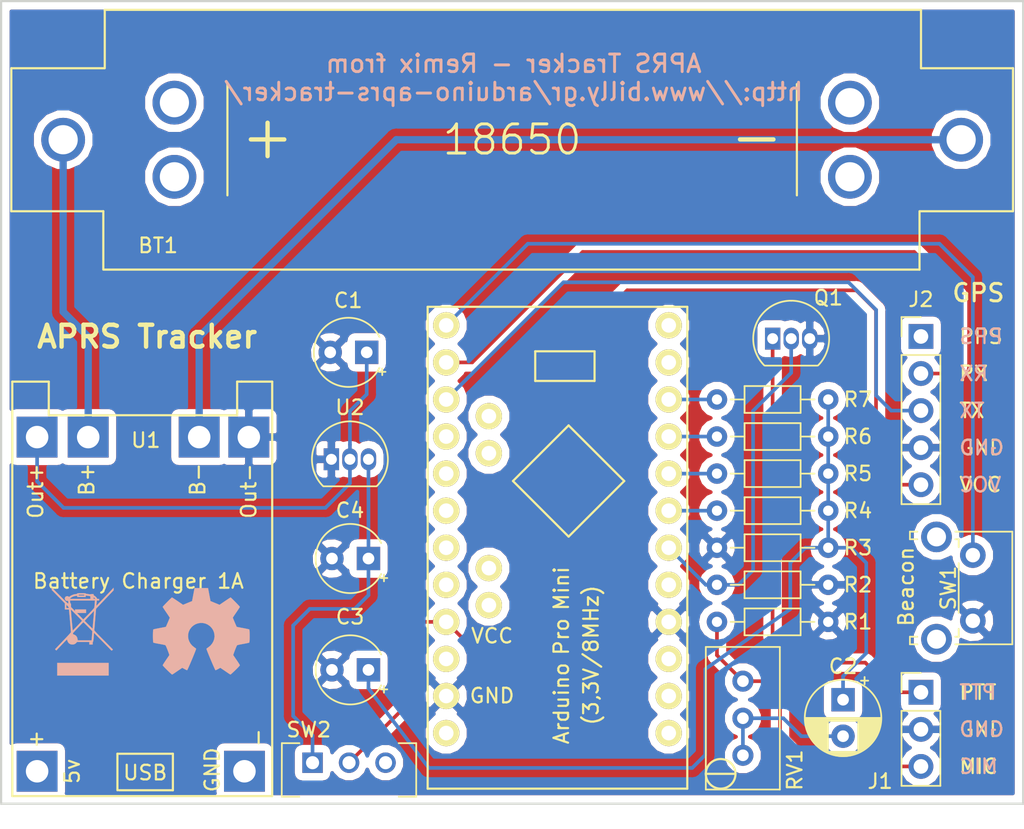
<source format=kicad_pcb>
(kicad_pcb (version 20171130) (host pcbnew "(5.0.2)-1")

  (general
    (thickness 1.6)
    (drawings 37)
    (tracks 96)
    (zones 0)
    (modules 23)
    (nets 19)
  )

  (page A4 portrait)
  (layers
    (0 F.Cu signal)
    (31 B.Cu signal)
    (32 B.Adhes user)
    (33 F.Adhes user)
    (34 B.Paste user)
    (35 F.Paste user)
    (36 B.SilkS user)
    (37 F.SilkS user)
    (38 B.Mask user)
    (39 F.Mask user)
    (40 Dwgs.User user)
    (41 Cmts.User user)
    (42 Eco1.User user)
    (43 Eco2.User user)
    (44 Edge.Cuts user)
    (45 Margin user)
    (46 B.CrtYd user)
    (47 F.CrtYd user)
    (48 B.Fab user)
    (49 F.Fab user hide)
  )

  (setup
    (last_trace_width 0.25)
    (trace_clearance 0.2)
    (zone_clearance 0.508)
    (zone_45_only no)
    (trace_min 0.2)
    (segment_width 0.15)
    (edge_width 0.15)
    (via_size 0.8)
    (via_drill 0.4)
    (via_min_size 0.4)
    (via_min_drill 0.3)
    (uvia_size 0.3)
    (uvia_drill 0.1)
    (uvias_allowed no)
    (uvia_min_size 0.2)
    (uvia_min_drill 0.1)
    (pcb_text_width 0.3)
    (pcb_text_size 1.5 1.5)
    (mod_edge_width 0.15)
    (mod_text_size 1 1)
    (mod_text_width 0.15)
    (pad_size 1.5 1.5)
    (pad_drill 0.6)
    (pad_to_mask_clearance 0)
    (solder_mask_min_width 0.25)
    (aux_axis_origin 0 0)
    (grid_origin 70.5 158.5)
    (visible_elements 7FFFFFFF)
    (pcbplotparams
      (layerselection 0x010f0_ffffffff)
      (usegerberextensions true)
      (usegerberattributes false)
      (usegerberadvancedattributes false)
      (creategerberjobfile false)
      (excludeedgelayer true)
      (linewidth 0.100000)
      (plotframeref false)
      (viasonmask false)
      (mode 1)
      (useauxorigin false)
      (hpglpennumber 1)
      (hpglpenspeed 20)
      (hpglpendiameter 15.000000)
      (psnegative false)
      (psa4output false)
      (plotreference true)
      (plotvalue true)
      (plotinvisibletext false)
      (padsonsilk false)
      (subtractmaskfromsilk true)
      (outputformat 1)
      (mirror false)
      (drillshape 0)
      (scaleselection 1)
      (outputdirectory "Gerber_APRS-Tracker_ArduinoProMini/"))
  )

  (net 0 "")
  (net 1 +3V3)
  (net 2 GND)
  (net 3 "Net-(C1-Pad1)")
  (net 4 /PTT)
  (net 5 /PTT_IN)
  (net 6 /RX)
  (net 7 /TX)
  (net 8 "Net-(R4-Pad1)")
  (net 9 "Net-(R5-Pad1)")
  (net 10 "Net-(R6-Pad1)")
  (net 11 "Net-(R7-Pad1)")
  (net 12 "Net-(SW1-Pad1)")
  (net 13 "Net-(BT1-Pad1)")
  (net 14 "Net-(BT1-Pad2)")
  (net 15 "Net-(C2-Pad1)")
  (net 16 "Net-(C2-Pad2)")
  (net 17 "Net-(C4-Pad1)")
  (net 18 /MIC_ANALOG_OUT)

  (net_class Default "Dies ist die voreingestellte Netzklasse."
    (clearance 0.2)
    (trace_width 0.25)
    (via_dia 0.8)
    (via_drill 0.4)
    (uvia_dia 0.3)
    (uvia_drill 0.1)
    (add_net +3V3)
    (add_net /MIC_ANALOG_OUT)
    (add_net /PTT)
    (add_net /PTT_IN)
    (add_net /RX)
    (add_net /TX)
    (add_net GND)
    (add_net "Net-(BT1-Pad1)")
    (add_net "Net-(BT1-Pad2)")
    (add_net "Net-(C1-Pad1)")
    (add_net "Net-(C2-Pad1)")
    (add_net "Net-(C2-Pad2)")
    (add_net "Net-(C4-Pad1)")
    (add_net "Net-(R4-Pad1)")
    (add_net "Net-(R5-Pad1)")
    (add_net "Net-(R6-Pad1)")
    (add_net "Net-(R7-Pad1)")
    (add_net "Net-(SW1-Pad1)")
  )

  (module Arduino-ProMini:Arduino-ProMini (layer F.Cu) (tedit 5C76F893) (tstamp 5C785150)
    (at 100.984 125.72 180)
    (path /5BDAD2E9)
    (fp_text reference U3 (at -7.366 -27.94 180) (layer F.SilkS) hide
      (effects (font (size 1.5 1.5) (thickness 0.15)))
    )
    (fp_text value Arduino-Pro-Mini (at -11.684 -13.716 270) (layer F.SilkS) hide
      (effects (font (size 1.5 1.5) (thickness 0.15)))
    )
    (fp_text user Mini (at -7.89 -18.034 90) (layer F.SilkS)
      (effects (font (size 1 1) (thickness 0.15)))
    )
    (fp_text user Pro (at -7.89 -21.336 90) (layer F.SilkS)
      (effects (font (size 1 1) (thickness 0.15)))
    )
    (fp_text user Arduino (at -7.89 -25.908 90) (layer F.SilkS)
      (effects (font (size 1 1) (thickness 0.15)))
    )
    (fp_line (start -16.51 1.27) (end -16.51 -31.75) (layer F.SilkS) (width 0.15))
    (fp_line (start -16.51 -31.75) (end 1.27 -31.75) (layer F.SilkS) (width 0.15))
    (fp_line (start 1.27 -31.75) (end 1.27 1.27) (layer F.SilkS) (width 0.15))
    (fp_line (start 1.27 1.27) (end -16.51 1.27) (layer F.SilkS) (width 0.15))
    (pad 34 thru_hole circle (at -2.921 -8.763 180) (size 1.8 1.8) (drill 1) (layers *.Cu *.Mask F.SilkS))
    (pad 33 thru_hole circle (at -2.921 -6.223 180) (size 1.8 1.8) (drill 1) (layers *.Cu *.Mask F.SilkS))
    (pad 31 thru_hole circle (at -2.921 -16.637 180) (size 1.8 1.8) (drill 1) (layers *.Cu *.Mask F.SilkS))
    (pad 32 thru_hole circle (at -2.921 -19.177 180) (size 1.8 1.8) (drill 1) (layers *.Cu *.Mask F.SilkS))
    (pad 13 thru_hole circle (at 0 0 180) (size 1.8 1.8) (drill 1) (layers *.Cu *.Mask F.SilkS)
      (net 12 "Net-(SW1-Pad1)"))
    (pad 14 thru_hole circle (at 0 -2.54 180) (size 1.8 1.8) (drill 1) (layers *.Cu *.Mask F.SilkS)
      (net 6 /RX))
    (pad 16 thru_hole circle (at 0 -7.62 180) (size 1.8 1.8) (drill 1) (layers *.Cu *.Mask F.SilkS))
    (pad 15 thru_hole circle (at 0 -5.08 180) (size 1.8 1.8) (drill 1) (layers *.Cu *.Mask F.SilkS)
      (net 7 /TX))
    (pad 19 thru_hole circle (at 0 -15.24 180) (size 1.8 1.8) (drill 1) (layers *.Cu *.Mask F.SilkS))
    (pad 20 thru_hole circle (at 0 -17.78 180) (size 1.8 1.8) (drill 1) (layers *.Cu *.Mask F.SilkS))
    (pad 18 thru_hole circle (at 0 -12.7 180) (size 1.8 1.8) (drill 1) (layers *.Cu *.Mask F.SilkS))
    (pad 17 thru_hole circle (at 0 -10.16 180) (size 1.8 1.8) (drill 1) (layers *.Cu *.Mask F.SilkS))
    (pad 21 thru_hole circle (at 0 -20.32 180) (size 1.8 1.8) (drill 1) (layers *.Cu *.Mask F.SilkS)
      (net 1 +3V3))
    (pad 22 thru_hole circle (at 0 -22.86 180) (size 1.8 1.8) (drill 1) (layers *.Cu *.Mask F.SilkS))
    (pad 24 thru_hole circle (at 0 -27.94 180) (size 1.8 1.8) (drill 1) (layers *.Cu *.Mask F.SilkS))
    (pad 23 thru_hole circle (at 0 -25.4 180) (size 1.8 1.8) (drill 1) (layers *.Cu *.Mask F.SilkS)
      (net 2 GND))
    (pad 2 thru_hole circle (at -15.24 -25.4 180) (size 1.8 1.8) (drill 1) (layers *.Cu *.Mask F.SilkS))
    (pad 1 thru_hole circle (at -15.24 -27.94 180) (size 1.8 1.8) (drill 1) (layers *.Cu *.Mask F.SilkS))
    (pad 3 thru_hole circle (at -15.24 -22.86 180) (size 1.8 1.8) (drill 1) (layers *.Cu *.Mask F.SilkS))
    (pad 4 thru_hole circle (at -15.24 -20.32 180) (size 1.8 1.8) (drill 1) (layers *.Cu *.Mask F.SilkS)
      (net 2 GND))
    (pad 8 thru_hole circle (at -15.24 -10.16 180) (size 1.8 1.8) (drill 1) (layers *.Cu *.Mask F.SilkS)
      (net 9 "Net-(R5-Pad1)"))
    (pad 7 thru_hole circle (at -15.24 -12.7 180) (size 1.8 1.8) (drill 1) (layers *.Cu *.Mask F.SilkS)
      (net 8 "Net-(R4-Pad1)"))
    (pad 5 thru_hole circle (at -15.24 -17.78 180) (size 1.8 1.8) (drill 1) (layers *.Cu *.Mask F.SilkS))
    (pad 6 thru_hole circle (at -15.24 -15.24 180) (size 1.8 1.8) (drill 1) (layers *.Cu *.Mask F.SilkS)
      (net 5 /PTT_IN))
    (pad 10 thru_hole circle (at -15.24 -5.08 180) (size 1.8 1.8) (drill 1) (layers *.Cu *.Mask F.SilkS)
      (net 11 "Net-(R7-Pad1)"))
    (pad 9 thru_hole circle (at -15.24 -7.62 180) (size 1.8 1.8) (drill 1) (layers *.Cu *.Mask F.SilkS)
      (net 10 "Net-(R6-Pad1)"))
    (pad 11 thru_hole circle (at -15.24 -2.54 180) (size 1.8 1.8) (drill 1) (layers *.Cu *.Mask F.SilkS))
    (pad 12 thru_hole circle (at -15.24 0 180) (size 1.8 1.8) (drill 1) (layers *.Cu *.Mask F.SilkS))
  )

  (module TP4056:TP4056-18650 (layer F.Cu) (tedit 58E55FCB) (tstamp 5C785305)
    (at 71.266 157.978 90)
    (path /5BDC634D)
    (fp_text reference U1 (at 24.384 9.144 180) (layer F.SilkS)
      (effects (font (size 1 1) (thickness 0.15)))
    )
    (fp_text value TP4056 (at 12.192 9.144 180) (layer F.Fab)
      (effects (font (size 1 1) (thickness 0.15)))
    )
    (fp_text user "Battery Charger 1A" (at 14.732 8.636 180) (layer F.SilkS)
      (effects (font (size 1 1) (thickness 0.15)))
    )
    (fp_text user GND (at 1.8 13.7 90) (layer F.SilkS)
      (effects (font (size 1 1) (thickness 0.15)))
    )
    (fp_text user 5v (at 1.7 4.1 90) (layer F.SilkS)
      (effects (font (size 1 1) (thickness 0.15)))
    )
    (fp_line (start 26.1 2.5) (end 26.1 15.4) (layer F.SilkS) (width 0.15))
    (fp_line (start 26.1 15.4) (end 26.4 15.4) (layer F.SilkS) (width 0.15))
    (fp_line (start 26.3 15.4) (end 28.4 15.4) (layer F.SilkS) (width 0.15))
    (fp_line (start 28.4 15.4) (end 28.4 15.7) (layer F.SilkS) (width 0.15))
    (fp_line (start 26.3 0) (end 28.4 0) (layer F.SilkS) (width 0.15))
    (fp_line (start 28.4 0) (end 28.4 2.5) (layer F.SilkS) (width 0.15))
    (fp_line (start 28.4 2.5) (end 26.1 2.5) (layer F.SilkS) (width 0.15))
    (fp_line (start 28.4 15.7) (end 28.4 17.8) (layer F.SilkS) (width 0.15))
    (fp_line (start 28.4 17.8) (end 0 17.8) (layer F.SilkS) (width 0.15))
    (fp_line (start 0 17.8) (end 0 0) (layer F.SilkS) (width 0.15))
    (fp_text user B+ (at 21.7 5.1 90) (layer F.SilkS)
      (effects (font (size 1 1) (thickness 0.15)))
    )
    (fp_text user B- (at 21.7 12.7 90) (layer F.SilkS)
      (effects (font (size 1 1) (thickness 0.15)))
    )
    (fp_text user Out+ (at 20.9 1.6 90) (layer F.SilkS)
      (effects (font (size 1 1) (thickness 0.15)))
    )
    (fp_text user Out- (at 20.9 16.2 90) (layer F.SilkS)
      (effects (font (size 1 1) (thickness 0.15)))
    )
    (fp_text user USB (at 1.6 9.1 180) (layer F.SilkS)
      (effects (font (size 1 1) (thickness 0.15)))
    )
    (fp_line (start 0.4 7.2) (end 2.9 7.2) (layer F.SilkS) (width 0.15))
    (fp_line (start 2.9 7.2) (end 2.9 11) (layer F.SilkS) (width 0.15))
    (fp_line (start 2.9 11) (end 0.4 11) (layer F.SilkS) (width 0.15))
    (fp_line (start 0.4 11) (end 0.4 7.3) (layer F.SilkS) (width 0.15))
    (fp_text user - (at 4 16.8 90) (layer F.SilkS)
      (effects (font (size 1 1) (thickness 0.15)))
    )
    (fp_text user + (at 3.9 1.6 90) (layer F.SilkS)
      (effects (font (size 1 1) (thickness 0.15)))
    )
    (fp_line (start 0 0) (end 26.3 0) (layer F.SilkS) (width 0.15))
    (pad 6 thru_hole rect (at 24.6 12.8 90) (size 2.8 2.8) (drill 1.54) (layers *.Cu *.Mask)
      (net 14 "Net-(BT1-Pad2)"))
    (pad 5 thru_hole rect (at 24.6 5.2 90) (size 2.8 2.8) (drill 1.54) (layers *.Cu *.Mask)
      (net 13 "Net-(BT1-Pad1)"))
    (pad 4 thru_hole rect (at 24.6 16.2 90) (size 2.8 2.8) (drill 1.54) (layers *.Cu *.Mask)
      (net 2 GND))
    (pad 3 thru_hole rect (at 24.6 1.7 90) (size 2.8 2.8) (drill 1.54) (layers *.Cu *.Mask)
      (net 3 "Net-(C1-Pad1)"))
    (pad 2 thru_hole rect (at 1.7 15.9 90) (size 2.8 2.8) (drill 1.54) (layers *.Cu *.Mask))
    (pad 1 thru_hole rect (at 1.7 1.7 90) (size 2.8 2.8) (drill 1.54) (layers *.Cu *.Mask))
  )

  (module Capacitor_THT:CP_Radial_Tantal_D4.5mm_P2.50mm (layer F.Cu) (tedit 5AE50EF0) (tstamp 5C784F45)
    (at 95.54 127.57 180)
    (descr "CP, Radial_Tantal series, Radial, pin pitch=2.50mm, , diameter=4.5mm, Tantal Electrolytic Capacitor, http://cdn-reichelt.de/documents/datenblatt/B300/TANTAL-TB-Serie%23.pdf")
    (tags "CP Radial_Tantal series Radial pin pitch 2.50mm  diameter 4.5mm Tantal Electrolytic Capacitor")
    (path /5BE0C09B)
    (fp_text reference C1 (at 1.27 3.556 180) (layer F.SilkS)
      (effects (font (size 1 1) (thickness 0.15)))
    )
    (fp_text value 1uF (at -1.27 3.5 180) (layer F.Fab)
      (effects (font (size 1 1) (thickness 0.15)))
    )
    (fp_arc (start 1.25 0) (end -0.869741 -1.06) (angle 306.864288) (layer F.SilkS) (width 0.12))
    (fp_circle (center 1.25 0) (end 3.5 0) (layer F.Fab) (width 0.1))
    (fp_circle (center 1.25 0) (end 3.78 0) (layer F.CrtYd) (width 0.05))
    (fp_line (start -0.66808 -0.9775) (end -0.21808 -0.9775) (layer F.Fab) (width 0.1))
    (fp_line (start -0.44308 -1.2025) (end -0.44308 -0.7525) (layer F.Fab) (width 0.1))
    (fp_line (start -1.287288 -1.335) (end -0.837288 -1.335) (layer F.SilkS) (width 0.12))
    (fp_line (start -1.062288 -1.56) (end -1.062288 -1.11) (layer F.SilkS) (width 0.12))
    (fp_text user %R (at 1.25 0 180) (layer F.Fab)
      (effects (font (size 0.9 0.9) (thickness 0.135)))
    )
    (pad 1 thru_hole rect (at 0 0 180) (size 1.6 1.6) (drill 0.8) (layers *.Cu *.Mask)
      (net 3 "Net-(C1-Pad1)"))
    (pad 2 thru_hole circle (at 2.5 0 180) (size 1.6 1.6) (drill 0.8) (layers *.Cu *.Mask)
      (net 2 GND))
    (model ${KISYS3DMOD}/Capacitor_THT.3dshapes/CP_Radial_Tantal_D4.5mm_P2.50mm.wrl
      (at (xyz 0 0 0))
      (scale (xyz 1 1 1))
      (rotate (xyz 0 0 0))
    )
  )

  (module Capacitor_THT:CP_Radial_D5.0mm_P2.50mm (layer F.Cu) (tedit 5AE50EF0) (tstamp 5C785024)
    (at 128.162 151.374 270)
    (descr "CP, Radial series, Radial, pin pitch=2.50mm, , diameter=5mm, Electrolytic Capacitor")
    (tags "CP Radial series Radial pin pitch 2.50mm  diameter 5mm Electrolytic Capacitor")
    (path /5BD5E3F0)
    (fp_text reference C2 (at -2.286 0) (layer F.SilkS)
      (effects (font (size 1 1) (thickness 0.15)))
    )
    (fp_text value 4,7uF/16V (at 0.508 -4.572 90) (layer F.Fab)
      (effects (font (size 1 1) (thickness 0.15)))
    )
    (fp_circle (center 1.25 0) (end 3.75 0) (layer F.Fab) (width 0.1))
    (fp_circle (center 1.25 0) (end 3.87 0) (layer F.SilkS) (width 0.12))
    (fp_circle (center 1.25 0) (end 4 0) (layer F.CrtYd) (width 0.05))
    (fp_line (start -0.883605 -1.0875) (end -0.383605 -1.0875) (layer F.Fab) (width 0.1))
    (fp_line (start -0.633605 -1.3375) (end -0.633605 -0.8375) (layer F.Fab) (width 0.1))
    (fp_line (start 1.25 -2.58) (end 1.25 2.58) (layer F.SilkS) (width 0.12))
    (fp_line (start 1.29 -2.58) (end 1.29 2.58) (layer F.SilkS) (width 0.12))
    (fp_line (start 1.33 -2.579) (end 1.33 2.579) (layer F.SilkS) (width 0.12))
    (fp_line (start 1.37 -2.578) (end 1.37 2.578) (layer F.SilkS) (width 0.12))
    (fp_line (start 1.41 -2.576) (end 1.41 2.576) (layer F.SilkS) (width 0.12))
    (fp_line (start 1.45 -2.573) (end 1.45 2.573) (layer F.SilkS) (width 0.12))
    (fp_line (start 1.49 -2.569) (end 1.49 -1.04) (layer F.SilkS) (width 0.12))
    (fp_line (start 1.49 1.04) (end 1.49 2.569) (layer F.SilkS) (width 0.12))
    (fp_line (start 1.53 -2.565) (end 1.53 -1.04) (layer F.SilkS) (width 0.12))
    (fp_line (start 1.53 1.04) (end 1.53 2.565) (layer F.SilkS) (width 0.12))
    (fp_line (start 1.57 -2.561) (end 1.57 -1.04) (layer F.SilkS) (width 0.12))
    (fp_line (start 1.57 1.04) (end 1.57 2.561) (layer F.SilkS) (width 0.12))
    (fp_line (start 1.61 -2.556) (end 1.61 -1.04) (layer F.SilkS) (width 0.12))
    (fp_line (start 1.61 1.04) (end 1.61 2.556) (layer F.SilkS) (width 0.12))
    (fp_line (start 1.65 -2.55) (end 1.65 -1.04) (layer F.SilkS) (width 0.12))
    (fp_line (start 1.65 1.04) (end 1.65 2.55) (layer F.SilkS) (width 0.12))
    (fp_line (start 1.69 -2.543) (end 1.69 -1.04) (layer F.SilkS) (width 0.12))
    (fp_line (start 1.69 1.04) (end 1.69 2.543) (layer F.SilkS) (width 0.12))
    (fp_line (start 1.73 -2.536) (end 1.73 -1.04) (layer F.SilkS) (width 0.12))
    (fp_line (start 1.73 1.04) (end 1.73 2.536) (layer F.SilkS) (width 0.12))
    (fp_line (start 1.77 -2.528) (end 1.77 -1.04) (layer F.SilkS) (width 0.12))
    (fp_line (start 1.77 1.04) (end 1.77 2.528) (layer F.SilkS) (width 0.12))
    (fp_line (start 1.81 -2.52) (end 1.81 -1.04) (layer F.SilkS) (width 0.12))
    (fp_line (start 1.81 1.04) (end 1.81 2.52) (layer F.SilkS) (width 0.12))
    (fp_line (start 1.85 -2.511) (end 1.85 -1.04) (layer F.SilkS) (width 0.12))
    (fp_line (start 1.85 1.04) (end 1.85 2.511) (layer F.SilkS) (width 0.12))
    (fp_line (start 1.89 -2.501) (end 1.89 -1.04) (layer F.SilkS) (width 0.12))
    (fp_line (start 1.89 1.04) (end 1.89 2.501) (layer F.SilkS) (width 0.12))
    (fp_line (start 1.93 -2.491) (end 1.93 -1.04) (layer F.SilkS) (width 0.12))
    (fp_line (start 1.93 1.04) (end 1.93 2.491) (layer F.SilkS) (width 0.12))
    (fp_line (start 1.971 -2.48) (end 1.971 -1.04) (layer F.SilkS) (width 0.12))
    (fp_line (start 1.971 1.04) (end 1.971 2.48) (layer F.SilkS) (width 0.12))
    (fp_line (start 2.011 -2.468) (end 2.011 -1.04) (layer F.SilkS) (width 0.12))
    (fp_line (start 2.011 1.04) (end 2.011 2.468) (layer F.SilkS) (width 0.12))
    (fp_line (start 2.051 -2.455) (end 2.051 -1.04) (layer F.SilkS) (width 0.12))
    (fp_line (start 2.051 1.04) (end 2.051 2.455) (layer F.SilkS) (width 0.12))
    (fp_line (start 2.091 -2.442) (end 2.091 -1.04) (layer F.SilkS) (width 0.12))
    (fp_line (start 2.091 1.04) (end 2.091 2.442) (layer F.SilkS) (width 0.12))
    (fp_line (start 2.131 -2.428) (end 2.131 -1.04) (layer F.SilkS) (width 0.12))
    (fp_line (start 2.131 1.04) (end 2.131 2.428) (layer F.SilkS) (width 0.12))
    (fp_line (start 2.171 -2.414) (end 2.171 -1.04) (layer F.SilkS) (width 0.12))
    (fp_line (start 2.171 1.04) (end 2.171 2.414) (layer F.SilkS) (width 0.12))
    (fp_line (start 2.211 -2.398) (end 2.211 -1.04) (layer F.SilkS) (width 0.12))
    (fp_line (start 2.211 1.04) (end 2.211 2.398) (layer F.SilkS) (width 0.12))
    (fp_line (start 2.251 -2.382) (end 2.251 -1.04) (layer F.SilkS) (width 0.12))
    (fp_line (start 2.251 1.04) (end 2.251 2.382) (layer F.SilkS) (width 0.12))
    (fp_line (start 2.291 -2.365) (end 2.291 -1.04) (layer F.SilkS) (width 0.12))
    (fp_line (start 2.291 1.04) (end 2.291 2.365) (layer F.SilkS) (width 0.12))
    (fp_line (start 2.331 -2.348) (end 2.331 -1.04) (layer F.SilkS) (width 0.12))
    (fp_line (start 2.331 1.04) (end 2.331 2.348) (layer F.SilkS) (width 0.12))
    (fp_line (start 2.371 -2.329) (end 2.371 -1.04) (layer F.SilkS) (width 0.12))
    (fp_line (start 2.371 1.04) (end 2.371 2.329) (layer F.SilkS) (width 0.12))
    (fp_line (start 2.411 -2.31) (end 2.411 -1.04) (layer F.SilkS) (width 0.12))
    (fp_line (start 2.411 1.04) (end 2.411 2.31) (layer F.SilkS) (width 0.12))
    (fp_line (start 2.451 -2.29) (end 2.451 -1.04) (layer F.SilkS) (width 0.12))
    (fp_line (start 2.451 1.04) (end 2.451 2.29) (layer F.SilkS) (width 0.12))
    (fp_line (start 2.491 -2.268) (end 2.491 -1.04) (layer F.SilkS) (width 0.12))
    (fp_line (start 2.491 1.04) (end 2.491 2.268) (layer F.SilkS) (width 0.12))
    (fp_line (start 2.531 -2.247) (end 2.531 -1.04) (layer F.SilkS) (width 0.12))
    (fp_line (start 2.531 1.04) (end 2.531 2.247) (layer F.SilkS) (width 0.12))
    (fp_line (start 2.571 -2.224) (end 2.571 -1.04) (layer F.SilkS) (width 0.12))
    (fp_line (start 2.571 1.04) (end 2.571 2.224) (layer F.SilkS) (width 0.12))
    (fp_line (start 2.611 -2.2) (end 2.611 -1.04) (layer F.SilkS) (width 0.12))
    (fp_line (start 2.611 1.04) (end 2.611 2.2) (layer F.SilkS) (width 0.12))
    (fp_line (start 2.651 -2.175) (end 2.651 -1.04) (layer F.SilkS) (width 0.12))
    (fp_line (start 2.651 1.04) (end 2.651 2.175) (layer F.SilkS) (width 0.12))
    (fp_line (start 2.691 -2.149) (end 2.691 -1.04) (layer F.SilkS) (width 0.12))
    (fp_line (start 2.691 1.04) (end 2.691 2.149) (layer F.SilkS) (width 0.12))
    (fp_line (start 2.731 -2.122) (end 2.731 -1.04) (layer F.SilkS) (width 0.12))
    (fp_line (start 2.731 1.04) (end 2.731 2.122) (layer F.SilkS) (width 0.12))
    (fp_line (start 2.771 -2.095) (end 2.771 -1.04) (layer F.SilkS) (width 0.12))
    (fp_line (start 2.771 1.04) (end 2.771 2.095) (layer F.SilkS) (width 0.12))
    (fp_line (start 2.811 -2.065) (end 2.811 -1.04) (layer F.SilkS) (width 0.12))
    (fp_line (start 2.811 1.04) (end 2.811 2.065) (layer F.SilkS) (width 0.12))
    (fp_line (start 2.851 -2.035) (end 2.851 -1.04) (layer F.SilkS) (width 0.12))
    (fp_line (start 2.851 1.04) (end 2.851 2.035) (layer F.SilkS) (width 0.12))
    (fp_line (start 2.891 -2.004) (end 2.891 -1.04) (layer F.SilkS) (width 0.12))
    (fp_line (start 2.891 1.04) (end 2.891 2.004) (layer F.SilkS) (width 0.12))
    (fp_line (start 2.931 -1.971) (end 2.931 -1.04) (layer F.SilkS) (width 0.12))
    (fp_line (start 2.931 1.04) (end 2.931 1.971) (layer F.SilkS) (width 0.12))
    (fp_line (start 2.971 -1.937) (end 2.971 -1.04) (layer F.SilkS) (width 0.12))
    (fp_line (start 2.971 1.04) (end 2.971 1.937) (layer F.SilkS) (width 0.12))
    (fp_line (start 3.011 -1.901) (end 3.011 -1.04) (layer F.SilkS) (width 0.12))
    (fp_line (start 3.011 1.04) (end 3.011 1.901) (layer F.SilkS) (width 0.12))
    (fp_line (start 3.051 -1.864) (end 3.051 -1.04) (layer F.SilkS) (width 0.12))
    (fp_line (start 3.051 1.04) (end 3.051 1.864) (layer F.SilkS) (width 0.12))
    (fp_line (start 3.091 -1.826) (end 3.091 -1.04) (layer F.SilkS) (width 0.12))
    (fp_line (start 3.091 1.04) (end 3.091 1.826) (layer F.SilkS) (width 0.12))
    (fp_line (start 3.131 -1.785) (end 3.131 -1.04) (layer F.SilkS) (width 0.12))
    (fp_line (start 3.131 1.04) (end 3.131 1.785) (layer F.SilkS) (width 0.12))
    (fp_line (start 3.171 -1.743) (end 3.171 -1.04) (layer F.SilkS) (width 0.12))
    (fp_line (start 3.171 1.04) (end 3.171 1.743) (layer F.SilkS) (width 0.12))
    (fp_line (start 3.211 -1.699) (end 3.211 -1.04) (layer F.SilkS) (width 0.12))
    (fp_line (start 3.211 1.04) (end 3.211 1.699) (layer F.SilkS) (width 0.12))
    (fp_line (start 3.251 -1.653) (end 3.251 -1.04) (layer F.SilkS) (width 0.12))
    (fp_line (start 3.251 1.04) (end 3.251 1.653) (layer F.SilkS) (width 0.12))
    (fp_line (start 3.291 -1.605) (end 3.291 -1.04) (layer F.SilkS) (width 0.12))
    (fp_line (start 3.291 1.04) (end 3.291 1.605) (layer F.SilkS) (width 0.12))
    (fp_line (start 3.331 -1.554) (end 3.331 -1.04) (layer F.SilkS) (width 0.12))
    (fp_line (start 3.331 1.04) (end 3.331 1.554) (layer F.SilkS) (width 0.12))
    (fp_line (start 3.371 -1.5) (end 3.371 -1.04) (layer F.SilkS) (width 0.12))
    (fp_line (start 3.371 1.04) (end 3.371 1.5) (layer F.SilkS) (width 0.12))
    (fp_line (start 3.411 -1.443) (end 3.411 -1.04) (layer F.SilkS) (width 0.12))
    (fp_line (start 3.411 1.04) (end 3.411 1.443) (layer F.SilkS) (width 0.12))
    (fp_line (start 3.451 -1.383) (end 3.451 -1.04) (layer F.SilkS) (width 0.12))
    (fp_line (start 3.451 1.04) (end 3.451 1.383) (layer F.SilkS) (width 0.12))
    (fp_line (start 3.491 -1.319) (end 3.491 -1.04) (layer F.SilkS) (width 0.12))
    (fp_line (start 3.491 1.04) (end 3.491 1.319) (layer F.SilkS) (width 0.12))
    (fp_line (start 3.531 -1.251) (end 3.531 -1.04) (layer F.SilkS) (width 0.12))
    (fp_line (start 3.531 1.04) (end 3.531 1.251) (layer F.SilkS) (width 0.12))
    (fp_line (start 3.571 -1.178) (end 3.571 1.178) (layer F.SilkS) (width 0.12))
    (fp_line (start 3.611 -1.098) (end 3.611 1.098) (layer F.SilkS) (width 0.12))
    (fp_line (start 3.651 -1.011) (end 3.651 1.011) (layer F.SilkS) (width 0.12))
    (fp_line (start 3.691 -0.915) (end 3.691 0.915) (layer F.SilkS) (width 0.12))
    (fp_line (start 3.731 -0.805) (end 3.731 0.805) (layer F.SilkS) (width 0.12))
    (fp_line (start 3.771 -0.677) (end 3.771 0.677) (layer F.SilkS) (width 0.12))
    (fp_line (start 3.811 -0.518) (end 3.811 0.518) (layer F.SilkS) (width 0.12))
    (fp_line (start 3.851 -0.284) (end 3.851 0.284) (layer F.SilkS) (width 0.12))
    (fp_line (start -1.554775 -1.475) (end -1.054775 -1.475) (layer F.SilkS) (width 0.12))
    (fp_line (start -1.304775 -1.725) (end -1.304775 -1.225) (layer F.SilkS) (width 0.12))
    (fp_text user %R (at 1.25 0 270) (layer F.Fab)
      (effects (font (size 1 1) (thickness 0.15)))
    )
    (pad 1 thru_hole rect (at 0 0 270) (size 1.6 1.6) (drill 0.8) (layers *.Cu *.Mask)
      (net 15 "Net-(C2-Pad1)"))
    (pad 2 thru_hole circle (at 2.5 0 270) (size 1.6 1.6) (drill 0.8) (layers *.Cu *.Mask)
      (net 16 "Net-(C2-Pad2)"))
    (model ${KISYS3DMOD}/Capacitor_THT.3dshapes/CP_Radial_D5.0mm_P2.50mm.wrl
      (at (xyz 0 0 0))
      (scale (xyz 1 1 1))
      (rotate (xyz 0 0 0))
    )
  )

  (module Capacitor_THT:CP_Radial_Tantal_D4.5mm_P2.50mm (layer F.Cu) (tedit 5AE50EF0) (tstamp 5C84F0C4)
    (at 95.66 149.33 180)
    (descr "CP, Radial_Tantal series, Radial, pin pitch=2.50mm, , diameter=4.5mm, Tantal Electrolytic Capacitor, http://cdn-reichelt.de/documents/datenblatt/B300/TANTAL-TB-Serie%23.pdf")
    (tags "CP Radial_Tantal series Radial pin pitch 2.50mm  diameter 4.5mm Tantal Electrolytic Capacitor")
    (path /5BD5E652)
    (fp_text reference C3 (at 1.26 3.63 180) (layer F.SilkS)
      (effects (font (size 1 1) (thickness 0.15)))
    )
    (fp_text value 100nF (at 1.25 3.5 180) (layer F.Fab)
      (effects (font (size 1 1) (thickness 0.15)))
    )
    (fp_text user %R (at 1.25 0 180) (layer F.Fab)
      (effects (font (size 0.9 0.9) (thickness 0.135)))
    )
    (fp_line (start -1.062288 -1.56) (end -1.062288 -1.11) (layer F.SilkS) (width 0.12))
    (fp_line (start -1.287288 -1.335) (end -0.837288 -1.335) (layer F.SilkS) (width 0.12))
    (fp_line (start -0.44308 -1.2025) (end -0.44308 -0.7525) (layer F.Fab) (width 0.1))
    (fp_line (start -0.66808 -0.9775) (end -0.21808 -0.9775) (layer F.Fab) (width 0.1))
    (fp_circle (center 1.25 0) (end 3.78 0) (layer F.CrtYd) (width 0.05))
    (fp_circle (center 1.25 0) (end 3.5 0) (layer F.Fab) (width 0.1))
    (fp_arc (start 1.25 0) (end -0.869741 -1.06) (angle 306.864288) (layer F.SilkS) (width 0.12))
    (pad 2 thru_hole circle (at 2.5 0 180) (size 1.6 1.6) (drill 0.8) (layers *.Cu *.Mask)
      (net 2 GND))
    (pad 1 thru_hole rect (at 0 0 180) (size 1.6 1.6) (drill 0.8) (layers *.Cu *.Mask)
      (net 15 "Net-(C2-Pad1)"))
    (model ${KISYS3DMOD}/Capacitor_THT.3dshapes/CP_Radial_Tantal_D4.5mm_P2.50mm.wrl
      (at (xyz 0 0 0))
      (scale (xyz 1 1 1))
      (rotate (xyz 0 0 0))
    )
  )

  (module Capacitor_THT:CP_Radial_Tantal_D4.5mm_P2.50mm (layer F.Cu) (tedit 5AE50EF0) (tstamp 5C785260)
    (at 95.66 141.7 180)
    (descr "CP, Radial_Tantal series, Radial, pin pitch=2.50mm, , diameter=4.5mm, Tantal Electrolytic Capacitor, http://cdn-reichelt.de/documents/datenblatt/B300/TANTAL-TB-Serie%23.pdf")
    (tags "CP Radial_Tantal series Radial pin pitch 2.50mm  diameter 4.5mm Tantal Electrolytic Capacitor")
    (path /5BE0C0EF)
    (fp_text reference C4 (at 1.27 3.302 180) (layer F.SilkS)
      (effects (font (size 1 1) (thickness 0.15)))
    )
    (fp_text value 1uF (at -1.778 2.794 180) (layer F.Fab)
      (effects (font (size 1 1) (thickness 0.15)))
    )
    (fp_text user %R (at 1.25 0 180) (layer F.Fab)
      (effects (font (size 0.9 0.9) (thickness 0.135)))
    )
    (fp_line (start -1.062288 -1.56) (end -1.062288 -1.11) (layer F.SilkS) (width 0.12))
    (fp_line (start -1.287288 -1.335) (end -0.837288 -1.335) (layer F.SilkS) (width 0.12))
    (fp_line (start -0.44308 -1.2025) (end -0.44308 -0.7525) (layer F.Fab) (width 0.1))
    (fp_line (start -0.66808 -0.9775) (end -0.21808 -0.9775) (layer F.Fab) (width 0.1))
    (fp_circle (center 1.25 0) (end 3.78 0) (layer F.CrtYd) (width 0.05))
    (fp_circle (center 1.25 0) (end 3.5 0) (layer F.Fab) (width 0.1))
    (fp_arc (start 1.25 0) (end -0.869741 -1.06) (angle 306.864288) (layer F.SilkS) (width 0.12))
    (pad 2 thru_hole circle (at 2.5 0 180) (size 1.6 1.6) (drill 0.8) (layers *.Cu *.Mask)
      (net 2 GND))
    (pad 1 thru_hole rect (at 0 0 180) (size 1.6 1.6) (drill 0.8) (layers *.Cu *.Mask)
      (net 17 "Net-(C4-Pad1)"))
    (model ${KISYS3DMOD}/Capacitor_THT.3dshapes/CP_Radial_Tantal_D4.5mm_P2.50mm.wrl
      (at (xyz 0 0 0))
      (scale (xyz 1 1 1))
      (rotate (xyz 0 0 0))
    )
  )

  (module Package_TO_SOT_THT:TO-92_Inline (layer F.Cu) (tedit 5A1DD157) (tstamp 5C785231)
    (at 123.34 126.63)
    (descr "TO-92 leads in-line, narrow, oval pads, drill 0.75mm (see NXP sot054_po.pdf)")
    (tags "to-92 sc-43 sc-43a sot54 PA33 transistor")
    (path /5BD5D1A2)
    (fp_text reference Q1 (at 3.81 -2.794) (layer F.SilkS)
      (effects (font (size 1 1) (thickness 0.15)))
    )
    (fp_text value BS170 (at -2.286 -3.556) (layer F.Fab)
      (effects (font (size 1 1) (thickness 0.15)))
    )
    (fp_arc (start 1.27 0) (end 1.27 -2.6) (angle 135) (layer F.SilkS) (width 0.12))
    (fp_arc (start 1.27 0) (end 1.27 -2.48) (angle -135) (layer F.Fab) (width 0.1))
    (fp_arc (start 1.27 0) (end 1.27 -2.6) (angle -135) (layer F.SilkS) (width 0.12))
    (fp_arc (start 1.27 0) (end 1.27 -2.48) (angle 135) (layer F.Fab) (width 0.1))
    (fp_line (start 4 2.01) (end -1.46 2.01) (layer F.CrtYd) (width 0.05))
    (fp_line (start 4 2.01) (end 4 -2.73) (layer F.CrtYd) (width 0.05))
    (fp_line (start -1.46 -2.73) (end -1.46 2.01) (layer F.CrtYd) (width 0.05))
    (fp_line (start -1.46 -2.73) (end 4 -2.73) (layer F.CrtYd) (width 0.05))
    (fp_line (start -0.5 1.75) (end 3 1.75) (layer F.Fab) (width 0.1))
    (fp_line (start -0.53 1.85) (end 3.07 1.85) (layer F.SilkS) (width 0.12))
    (fp_text user %R (at 1.778 -3.56) (layer F.Fab)
      (effects (font (size 1 1) (thickness 0.15)))
    )
    (pad 1 thru_hole rect (at 0 0) (size 1.05 1.5) (drill 0.75) (layers *.Cu *.Mask)
      (net 4 /PTT))
    (pad 3 thru_hole oval (at 2.54 0) (size 1.05 1.5) (drill 0.75) (layers *.Cu *.Mask)
      (net 2 GND))
    (pad 2 thru_hole oval (at 1.27 0) (size 1.05 1.5) (drill 0.75) (layers *.Cu *.Mask)
      (net 5 /PTT_IN))
    (model ${KISYS3DMOD}/Package_TO_SOT_THT.3dshapes/TO-92_Inline.wrl
      (at (xyz 0 0 0))
      (scale (xyz 1 1 1))
      (rotate (xyz 0 0 0))
    )
  )

  (module Resistor_THT:R_Axial_DIN0204_L3.6mm_D1.6mm_P7.62mm_Horizontal (layer F.Cu) (tedit 5AE5139B) (tstamp 5C7851F4)
    (at 127.146 146.04 180)
    (descr "Resistor, Axial_DIN0204 series, Axial, Horizontal, pin pitch=7.62mm, 0.167W, length*diameter=3.6*1.6mm^2, http://cdn-reichelt.de/documents/datenblatt/B400/1_4W%23YAG.pdf")
    (tags "Resistor Axial_DIN0204 series Axial Horizontal pin pitch 7.62mm 0.167W length 3.6mm diameter 1.6mm")
    (path /5BD5DC46)
    (fp_text reference R1 (at -2.032 0 180) (layer F.SilkS)
      (effects (font (size 1 1) (thickness 0.15)))
    )
    (fp_text value 1k (at 9.652 0 180) (layer F.Fab)
      (effects (font (size 1 1) (thickness 0.15)))
    )
    (fp_line (start 2.01 -0.8) (end 2.01 0.8) (layer F.Fab) (width 0.1))
    (fp_line (start 2.01 0.8) (end 5.61 0.8) (layer F.Fab) (width 0.1))
    (fp_line (start 5.61 0.8) (end 5.61 -0.8) (layer F.Fab) (width 0.1))
    (fp_line (start 5.61 -0.8) (end 2.01 -0.8) (layer F.Fab) (width 0.1))
    (fp_line (start 0 0) (end 2.01 0) (layer F.Fab) (width 0.1))
    (fp_line (start 7.62 0) (end 5.61 0) (layer F.Fab) (width 0.1))
    (fp_line (start 1.89 -0.92) (end 1.89 0.92) (layer F.SilkS) (width 0.12))
    (fp_line (start 1.89 0.92) (end 5.73 0.92) (layer F.SilkS) (width 0.12))
    (fp_line (start 5.73 0.92) (end 5.73 -0.92) (layer F.SilkS) (width 0.12))
    (fp_line (start 5.73 -0.92) (end 1.89 -0.92) (layer F.SilkS) (width 0.12))
    (fp_line (start 0.94 0) (end 1.89 0) (layer F.SilkS) (width 0.12))
    (fp_line (start 6.68 0) (end 5.73 0) (layer F.SilkS) (width 0.12))
    (fp_line (start -0.95 -1.05) (end -0.95 1.05) (layer F.CrtYd) (width 0.05))
    (fp_line (start -0.95 1.05) (end 8.57 1.05) (layer F.CrtYd) (width 0.05))
    (fp_line (start 8.57 1.05) (end 8.57 -1.05) (layer F.CrtYd) (width 0.05))
    (fp_line (start 8.57 -1.05) (end -0.95 -1.05) (layer F.CrtYd) (width 0.05))
    (fp_text user %R (at 3.81 0 180) (layer F.Fab)
      (effects (font (size 0.72 0.72) (thickness 0.108)))
    )
    (pad 1 thru_hole circle (at 0 0 180) (size 1.4 1.4) (drill 0.7) (layers *.Cu *.Mask)
      (net 2 GND))
    (pad 2 thru_hole oval (at 7.62 0 180) (size 1.4 1.4) (drill 0.7) (layers *.Cu *.Mask)
      (net 18 /MIC_ANALOG_OUT))
    (model ${KISYS3DMOD}/Resistor_THT.3dshapes/R_Axial_DIN0204_L3.6mm_D1.6mm_P7.62mm_Horizontal.wrl
      (at (xyz 0 0 0))
      (scale (xyz 1 1 1))
      (rotate (xyz 0 0 0))
    )
  )

  (module Resistor_THT:R_Axial_DIN0204_L3.6mm_D1.6mm_P7.62mm_Horizontal (layer F.Cu) (tedit 5AE5139B) (tstamp 5C7851B2)
    (at 119.526 143.5)
    (descr "Resistor, Axial_DIN0204 series, Axial, Horizontal, pin pitch=7.62mm, 0.167W, length*diameter=3.6*1.6mm^2, http://cdn-reichelt.de/documents/datenblatt/B400/1_4W%23YAG.pdf")
    (tags "Resistor Axial_DIN0204 series Axial Horizontal pin pitch 7.62mm 0.167W length 3.6mm diameter 1.6mm")
    (path /5BD5D868)
    (fp_text reference R2 (at 9.652 0) (layer F.SilkS)
      (effects (font (size 1 1) (thickness 0.15)))
    )
    (fp_text value 10k (at 10.16 0) (layer F.Fab)
      (effects (font (size 1 1) (thickness 0.15)))
    )
    (fp_line (start 2.01 -0.8) (end 2.01 0.8) (layer F.Fab) (width 0.1))
    (fp_line (start 2.01 0.8) (end 5.61 0.8) (layer F.Fab) (width 0.1))
    (fp_line (start 5.61 0.8) (end 5.61 -0.8) (layer F.Fab) (width 0.1))
    (fp_line (start 5.61 -0.8) (end 2.01 -0.8) (layer F.Fab) (width 0.1))
    (fp_line (start 0 0) (end 2.01 0) (layer F.Fab) (width 0.1))
    (fp_line (start 7.62 0) (end 5.61 0) (layer F.Fab) (width 0.1))
    (fp_line (start 1.89 -0.92) (end 1.89 0.92) (layer F.SilkS) (width 0.12))
    (fp_line (start 1.89 0.92) (end 5.73 0.92) (layer F.SilkS) (width 0.12))
    (fp_line (start 5.73 0.92) (end 5.73 -0.92) (layer F.SilkS) (width 0.12))
    (fp_line (start 5.73 -0.92) (end 1.89 -0.92) (layer F.SilkS) (width 0.12))
    (fp_line (start 0.94 0) (end 1.89 0) (layer F.SilkS) (width 0.12))
    (fp_line (start 6.68 0) (end 5.73 0) (layer F.SilkS) (width 0.12))
    (fp_line (start -0.95 -1.05) (end -0.95 1.05) (layer F.CrtYd) (width 0.05))
    (fp_line (start -0.95 1.05) (end 8.57 1.05) (layer F.CrtYd) (width 0.05))
    (fp_line (start 8.57 1.05) (end 8.57 -1.05) (layer F.CrtYd) (width 0.05))
    (fp_line (start 8.57 -1.05) (end -0.95 -1.05) (layer F.CrtYd) (width 0.05))
    (fp_text user %R (at 3.81 0) (layer F.Fab)
      (effects (font (size 0.72 0.72) (thickness 0.108)))
    )
    (pad 1 thru_hole circle (at 0 0) (size 1.4 1.4) (drill 0.7) (layers *.Cu *.Mask)
      (net 5 /PTT_IN))
    (pad 2 thru_hole oval (at 7.62 0) (size 1.4 1.4) (drill 0.7) (layers *.Cu *.Mask)
      (net 2 GND))
    (model ${KISYS3DMOD}/Resistor_THT.3dshapes/R_Axial_DIN0204_L3.6mm_D1.6mm_P7.62mm_Horizontal.wrl
      (at (xyz 0 0 0))
      (scale (xyz 1 1 1))
      (rotate (xyz 0 0 0))
    )
  )

  (module Resistor_THT:R_Axial_DIN0204_L3.6mm_D1.6mm_P7.62mm_Horizontal (layer F.Cu) (tedit 5AE5139B) (tstamp 5C784F75)
    (at 119.526 140.96)
    (descr "Resistor, Axial_DIN0204 series, Axial, Horizontal, pin pitch=7.62mm, 0.167W, length*diameter=3.6*1.6mm^2, http://cdn-reichelt.de/documents/datenblatt/B400/1_4W%23YAG.pdf")
    (tags "Resistor Axial_DIN0204 series Axial Horizontal pin pitch 7.62mm 0.167W length 3.6mm diameter 1.6mm")
    (path /5BD5EB03)
    (fp_text reference R3 (at 9.652 0) (layer F.SilkS)
      (effects (font (size 1 1) (thickness 0.15)))
    )
    (fp_text value 270 (at 10.16 0) (layer F.Fab)
      (effects (font (size 1 1) (thickness 0.15)))
    )
    (fp_text user %R (at 3.81 -0.105001) (layer F.Fab)
      (effects (font (size 0.72 0.72) (thickness 0.108)))
    )
    (fp_line (start 8.57 -1.05) (end -0.95 -1.05) (layer F.CrtYd) (width 0.05))
    (fp_line (start 8.57 1.05) (end 8.57 -1.05) (layer F.CrtYd) (width 0.05))
    (fp_line (start -0.95 1.05) (end 8.57 1.05) (layer F.CrtYd) (width 0.05))
    (fp_line (start -0.95 -1.05) (end -0.95 1.05) (layer F.CrtYd) (width 0.05))
    (fp_line (start 6.68 0) (end 5.73 0) (layer F.SilkS) (width 0.12))
    (fp_line (start 0.94 0) (end 1.89 0) (layer F.SilkS) (width 0.12))
    (fp_line (start 5.73 -0.92) (end 1.89 -0.92) (layer F.SilkS) (width 0.12))
    (fp_line (start 5.73 0.92) (end 5.73 -0.92) (layer F.SilkS) (width 0.12))
    (fp_line (start 1.89 0.92) (end 5.73 0.92) (layer F.SilkS) (width 0.12))
    (fp_line (start 1.89 -0.92) (end 1.89 0.92) (layer F.SilkS) (width 0.12))
    (fp_line (start 7.62 0) (end 5.61 0) (layer F.Fab) (width 0.1))
    (fp_line (start 0 0) (end 2.01 0) (layer F.Fab) (width 0.1))
    (fp_line (start 5.61 -0.8) (end 2.01 -0.8) (layer F.Fab) (width 0.1))
    (fp_line (start 5.61 0.8) (end 5.61 -0.8) (layer F.Fab) (width 0.1))
    (fp_line (start 2.01 0.8) (end 5.61 0.8) (layer F.Fab) (width 0.1))
    (fp_line (start 2.01 -0.8) (end 2.01 0.8) (layer F.Fab) (width 0.1))
    (pad 2 thru_hole oval (at 7.62 0) (size 1.4 1.4) (drill 0.7) (layers *.Cu *.Mask)
      (net 15 "Net-(C2-Pad1)"))
    (pad 1 thru_hole circle (at 0 0) (size 1.4 1.4) (drill 0.7) (layers *.Cu *.Mask)
      (net 2 GND))
    (model ${KISYS3DMOD}/Resistor_THT.3dshapes/R_Axial_DIN0204_L3.6mm_D1.6mm_P7.62mm_Horizontal.wrl
      (at (xyz 0 0 0))
      (scale (xyz 1 1 1))
      (rotate (xyz 0 0 0))
    )
  )

  (module Resistor_THT:R_Axial_DIN0204_L3.6mm_D1.6mm_P7.62mm_Horizontal (layer F.Cu) (tedit 5AE5139B) (tstamp 5C784F0C)
    (at 119.526 138.42)
    (descr "Resistor, Axial_DIN0204 series, Axial, Horizontal, pin pitch=7.62mm, 0.167W, length*diameter=3.6*1.6mm^2, http://cdn-reichelt.de/documents/datenblatt/B400/1_4W%23YAG.pdf")
    (tags "Resistor Axial_DIN0204 series Axial Horizontal pin pitch 7.62mm 0.167W length 3.6mm diameter 1.6mm")
    (path /5BD602CC)
    (fp_text reference R4 (at 9.652 0) (layer F.SilkS)
      (effects (font (size 1 1) (thickness 0.15)))
    )
    (fp_text value 8,2k (at 10.414 0) (layer F.Fab)
      (effects (font (size 1 1) (thickness 0.15)))
    )
    (fp_line (start 2.01 -0.8) (end 2.01 0.8) (layer F.Fab) (width 0.1))
    (fp_line (start 2.01 0.8) (end 5.61 0.8) (layer F.Fab) (width 0.1))
    (fp_line (start 5.61 0.8) (end 5.61 -0.8) (layer F.Fab) (width 0.1))
    (fp_line (start 5.61 -0.8) (end 2.01 -0.8) (layer F.Fab) (width 0.1))
    (fp_line (start 0 0) (end 2.01 0) (layer F.Fab) (width 0.1))
    (fp_line (start 7.62 0) (end 5.61 0) (layer F.Fab) (width 0.1))
    (fp_line (start 1.89 -0.92) (end 1.89 0.92) (layer F.SilkS) (width 0.12))
    (fp_line (start 1.89 0.92) (end 5.73 0.92) (layer F.SilkS) (width 0.12))
    (fp_line (start 5.73 0.92) (end 5.73 -0.92) (layer F.SilkS) (width 0.12))
    (fp_line (start 5.73 -0.92) (end 1.89 -0.92) (layer F.SilkS) (width 0.12))
    (fp_line (start 0.94 0) (end 1.89 0) (layer F.SilkS) (width 0.12))
    (fp_line (start 6.68 0) (end 5.73 0) (layer F.SilkS) (width 0.12))
    (fp_line (start -0.95 -1.05) (end -0.95 1.05) (layer F.CrtYd) (width 0.05))
    (fp_line (start -0.95 1.05) (end 8.57 1.05) (layer F.CrtYd) (width 0.05))
    (fp_line (start 8.57 1.05) (end 8.57 -1.05) (layer F.CrtYd) (width 0.05))
    (fp_line (start 8.57 -1.05) (end -0.95 -1.05) (layer F.CrtYd) (width 0.05))
    (fp_text user %R (at 3.81 0) (layer F.Fab)
      (effects (font (size 0.72 0.72) (thickness 0.108)))
    )
    (pad 1 thru_hole circle (at 0 0) (size 1.4 1.4) (drill 0.7) (layers *.Cu *.Mask)
      (net 8 "Net-(R4-Pad1)"))
    (pad 2 thru_hole oval (at 7.62 0) (size 1.4 1.4) (drill 0.7) (layers *.Cu *.Mask)
      (net 15 "Net-(C2-Pad1)"))
    (model ${KISYS3DMOD}/Resistor_THT.3dshapes/R_Axial_DIN0204_L3.6mm_D1.6mm_P7.62mm_Horizontal.wrl
      (at (xyz 0 0 0))
      (scale (xyz 1 1 1))
      (rotate (xyz 0 0 0))
    )
  )

  (module Resistor_THT:R_Axial_DIN0204_L3.6mm_D1.6mm_P7.62mm_Horizontal (layer F.Cu) (tedit 5AE5139B) (tstamp 5C7852B7)
    (at 119.526 135.88)
    (descr "Resistor, Axial_DIN0204 series, Axial, Horizontal, pin pitch=7.62mm, 0.167W, length*diameter=3.6*1.6mm^2, http://cdn-reichelt.de/documents/datenblatt/B400/1_4W%23YAG.pdf")
    (tags "Resistor Axial_DIN0204 series Axial Horizontal pin pitch 7.62mm 0.167W length 3.6mm diameter 1.6mm")
    (path /5BD607D8)
    (fp_text reference R5 (at 9.652 0) (layer F.SilkS)
      (effects (font (size 1 1) (thickness 0.15)))
    )
    (fp_text value 3,9k (at 10.414 0) (layer F.Fab)
      (effects (font (size 1 1) (thickness 0.15)))
    )
    (fp_text user %R (at 3.81 0) (layer F.Fab)
      (effects (font (size 0.72 0.72) (thickness 0.108)))
    )
    (fp_line (start 8.57 -1.05) (end -0.95 -1.05) (layer F.CrtYd) (width 0.05))
    (fp_line (start 8.57 1.05) (end 8.57 -1.05) (layer F.CrtYd) (width 0.05))
    (fp_line (start -0.95 1.05) (end 8.57 1.05) (layer F.CrtYd) (width 0.05))
    (fp_line (start -0.95 -1.05) (end -0.95 1.05) (layer F.CrtYd) (width 0.05))
    (fp_line (start 6.68 0) (end 5.73 0) (layer F.SilkS) (width 0.12))
    (fp_line (start 0.94 0) (end 1.89 0) (layer F.SilkS) (width 0.12))
    (fp_line (start 5.73 -0.92) (end 1.89 -0.92) (layer F.SilkS) (width 0.12))
    (fp_line (start 5.73 0.92) (end 5.73 -0.92) (layer F.SilkS) (width 0.12))
    (fp_line (start 1.89 0.92) (end 5.73 0.92) (layer F.SilkS) (width 0.12))
    (fp_line (start 1.89 -0.92) (end 1.89 0.92) (layer F.SilkS) (width 0.12))
    (fp_line (start 7.62 0) (end 5.61 0) (layer F.Fab) (width 0.1))
    (fp_line (start 0 0) (end 2.01 0) (layer F.Fab) (width 0.1))
    (fp_line (start 5.61 -0.8) (end 2.01 -0.8) (layer F.Fab) (width 0.1))
    (fp_line (start 5.61 0.8) (end 5.61 -0.8) (layer F.Fab) (width 0.1))
    (fp_line (start 2.01 0.8) (end 5.61 0.8) (layer F.Fab) (width 0.1))
    (fp_line (start 2.01 -0.8) (end 2.01 0.8) (layer F.Fab) (width 0.1))
    (pad 2 thru_hole oval (at 7.62 0) (size 1.4 1.4) (drill 0.7) (layers *.Cu *.Mask)
      (net 15 "Net-(C2-Pad1)"))
    (pad 1 thru_hole circle (at 0 0) (size 1.4 1.4) (drill 0.7) (layers *.Cu *.Mask)
      (net 9 "Net-(R5-Pad1)"))
    (model ${KISYS3DMOD}/Resistor_THT.3dshapes/R_Axial_DIN0204_L3.6mm_D1.6mm_P7.62mm_Horizontal.wrl
      (at (xyz 0 0 0))
      (scale (xyz 1 1 1))
      (rotate (xyz 0 0 0))
    )
  )

  (module Resistor_THT:R_Axial_DIN0204_L3.6mm_D1.6mm_P7.62mm_Horizontal (layer F.Cu) (tedit 5AE5139B) (tstamp 5C7854B8)
    (at 119.526 133.34)
    (descr "Resistor, Axial_DIN0204 series, Axial, Horizontal, pin pitch=7.62mm, 0.167W, length*diameter=3.6*1.6mm^2, http://cdn-reichelt.de/documents/datenblatt/B400/1_4W%23YAG.pdf")
    (tags "Resistor Axial_DIN0204 series Axial Horizontal pin pitch 7.62mm 0.167W length 3.6mm diameter 1.6mm")
    (path /5BD6081C)
    (fp_text reference R6 (at 9.652 0) (layer F.SilkS)
      (effects (font (size 1 1) (thickness 0.15)))
    )
    (fp_text value 2,2k (at 10.414 0) (layer F.Fab)
      (effects (font (size 1 1) (thickness 0.15)))
    )
    (fp_line (start 2.01 -0.8) (end 2.01 0.8) (layer F.Fab) (width 0.1))
    (fp_line (start 2.01 0.8) (end 5.61 0.8) (layer F.Fab) (width 0.1))
    (fp_line (start 5.61 0.8) (end 5.61 -0.8) (layer F.Fab) (width 0.1))
    (fp_line (start 5.61 -0.8) (end 2.01 -0.8) (layer F.Fab) (width 0.1))
    (fp_line (start 0 0) (end 2.01 0) (layer F.Fab) (width 0.1))
    (fp_line (start 7.62 0) (end 5.61 0) (layer F.Fab) (width 0.1))
    (fp_line (start 1.89 -0.92) (end 1.89 0.92) (layer F.SilkS) (width 0.12))
    (fp_line (start 1.89 0.92) (end 5.73 0.92) (layer F.SilkS) (width 0.12))
    (fp_line (start 5.73 0.92) (end 5.73 -0.92) (layer F.SilkS) (width 0.12))
    (fp_line (start 5.73 -0.92) (end 1.89 -0.92) (layer F.SilkS) (width 0.12))
    (fp_line (start 0.94 0) (end 1.89 0) (layer F.SilkS) (width 0.12))
    (fp_line (start 6.68 0) (end 5.73 0) (layer F.SilkS) (width 0.12))
    (fp_line (start -0.95 -1.05) (end -0.95 1.05) (layer F.CrtYd) (width 0.05))
    (fp_line (start -0.95 1.05) (end 8.57 1.05) (layer F.CrtYd) (width 0.05))
    (fp_line (start 8.57 1.05) (end 8.57 -1.05) (layer F.CrtYd) (width 0.05))
    (fp_line (start 8.57 -1.05) (end -0.95 -1.05) (layer F.CrtYd) (width 0.05))
    (fp_text user %R (at 3.81 0) (layer F.Fab)
      (effects (font (size 0.72 0.72) (thickness 0.108)))
    )
    (pad 1 thru_hole circle (at 0 0) (size 1.4 1.4) (drill 0.7) (layers *.Cu *.Mask)
      (net 10 "Net-(R6-Pad1)"))
    (pad 2 thru_hole oval (at 7.62 0) (size 1.4 1.4) (drill 0.7) (layers *.Cu *.Mask)
      (net 15 "Net-(C2-Pad1)"))
    (model ${KISYS3DMOD}/Resistor_THT.3dshapes/R_Axial_DIN0204_L3.6mm_D1.6mm_P7.62mm_Horizontal.wrl
      (at (xyz 0 0 0))
      (scale (xyz 1 1 1))
      (rotate (xyz 0 0 0))
    )
  )

  (module Resistor_THT:R_Axial_DIN0204_L3.6mm_D1.6mm_P7.62mm_Horizontal (layer F.Cu) (tedit 5AE5139B) (tstamp 5C785476)
    (at 119.526 130.8)
    (descr "Resistor, Axial_DIN0204 series, Axial, Horizontal, pin pitch=7.62mm, 0.167W, length*diameter=3.6*1.6mm^2, http://cdn-reichelt.de/documents/datenblatt/B400/1_4W%23YAG.pdf")
    (tags "Resistor Axial_DIN0204 series Axial Horizontal pin pitch 7.62mm 0.167W length 3.6mm diameter 1.6mm")
    (path /5BD60844)
    (fp_text reference R7 (at 9.652 0) (layer F.SilkS)
      (effects (font (size 1 1) (thickness 0.15)))
    )
    (fp_text value 1k (at 9.652 0) (layer F.Fab)
      (effects (font (size 1 1) (thickness 0.15)))
    )
    (fp_text user %R (at 3.81 0) (layer F.Fab)
      (effects (font (size 0.72 0.72) (thickness 0.108)))
    )
    (fp_line (start 8.57 -1.05) (end -0.95 -1.05) (layer F.CrtYd) (width 0.05))
    (fp_line (start 8.57 1.05) (end 8.57 -1.05) (layer F.CrtYd) (width 0.05))
    (fp_line (start -0.95 1.05) (end 8.57 1.05) (layer F.CrtYd) (width 0.05))
    (fp_line (start -0.95 -1.05) (end -0.95 1.05) (layer F.CrtYd) (width 0.05))
    (fp_line (start 6.68 0) (end 5.73 0) (layer F.SilkS) (width 0.12))
    (fp_line (start 0.94 0) (end 1.89 0) (layer F.SilkS) (width 0.12))
    (fp_line (start 5.73 -0.92) (end 1.89 -0.92) (layer F.SilkS) (width 0.12))
    (fp_line (start 5.73 0.92) (end 5.73 -0.92) (layer F.SilkS) (width 0.12))
    (fp_line (start 1.89 0.92) (end 5.73 0.92) (layer F.SilkS) (width 0.12))
    (fp_line (start 1.89 -0.92) (end 1.89 0.92) (layer F.SilkS) (width 0.12))
    (fp_line (start 7.62 0) (end 5.61 0) (layer F.Fab) (width 0.1))
    (fp_line (start 0 0) (end 2.01 0) (layer F.Fab) (width 0.1))
    (fp_line (start 5.61 -0.8) (end 2.01 -0.8) (layer F.Fab) (width 0.1))
    (fp_line (start 5.61 0.8) (end 5.61 -0.8) (layer F.Fab) (width 0.1))
    (fp_line (start 2.01 0.8) (end 5.61 0.8) (layer F.Fab) (width 0.1))
    (fp_line (start 2.01 -0.8) (end 2.01 0.8) (layer F.Fab) (width 0.1))
    (pad 2 thru_hole oval (at 7.62 0) (size 1.4 1.4) (drill 0.7) (layers *.Cu *.Mask)
      (net 15 "Net-(C2-Pad1)"))
    (pad 1 thru_hole circle (at 0 0) (size 1.4 1.4) (drill 0.7) (layers *.Cu *.Mask)
      (net 11 "Net-(R7-Pad1)"))
    (model ${KISYS3DMOD}/Resistor_THT.3dshapes/R_Axial_DIN0204_L3.6mm_D1.6mm_P7.62mm_Horizontal.wrl
      (at (xyz 0 0 0))
      (scale (xyz 1 1 1))
      (rotate (xyz 0 0 0))
    )
  )

  (module Potentiometer_THT:Potentiometer_Bourns_3296W_Vertical (layer F.Cu) (tedit 5A3D4994) (tstamp 5C785599)
    (at 121.304 155.184 270)
    (descr "Potentiometer, vertical, Bourns 3296W, https://www.bourns.com/pdfs/3296.pdf")
    (tags "Potentiometer vertical Bourns 3296W")
    (path /5BD5DF1A)
    (fp_text reference RV1 (at 1.016 -3.556 270) (layer F.SilkS)
      (effects (font (size 1 1) (thickness 0.15)))
    )
    (fp_text value 10k (at 0.762 3.67 270) (layer F.Fab)
      (effects (font (size 1 1) (thickness 0.15)))
    )
    (fp_circle (center 0.955 1.15) (end 2.05 1.15) (layer F.Fab) (width 0.1))
    (fp_line (start -7.305 -2.41) (end -7.305 2.42) (layer F.Fab) (width 0.1))
    (fp_line (start -7.305 2.42) (end 2.225 2.42) (layer F.Fab) (width 0.1))
    (fp_line (start 2.225 2.42) (end 2.225 -2.41) (layer F.Fab) (width 0.1))
    (fp_line (start 2.225 -2.41) (end -7.305 -2.41) (layer F.Fab) (width 0.1))
    (fp_line (start 0.955 2.235) (end 0.956 0.066) (layer F.Fab) (width 0.1))
    (fp_line (start 0.955 2.235) (end 0.956 0.066) (layer F.Fab) (width 0.1))
    (fp_line (start -7.425 -2.53) (end 2.345 -2.53) (layer F.SilkS) (width 0.12))
    (fp_line (start -7.425 2.54) (end 2.345 2.54) (layer F.SilkS) (width 0.12))
    (fp_line (start -7.425 -2.53) (end -7.425 2.54) (layer F.SilkS) (width 0.12))
    (fp_line (start 2.345 -2.53) (end 2.345 2.54) (layer F.SilkS) (width 0.12))
    (fp_line (start -7.6 -2.7) (end -7.6 2.7) (layer F.CrtYd) (width 0.05))
    (fp_line (start -7.6 2.7) (end 2.5 2.7) (layer F.CrtYd) (width 0.05))
    (fp_line (start 2.5 2.7) (end 2.5 -2.7) (layer F.CrtYd) (width 0.05))
    (fp_line (start 2.5 -2.7) (end -7.6 -2.7) (layer F.CrtYd) (width 0.05))
    (fp_text user %R (at -3.175 0.005 270) (layer F.Fab)
      (effects (font (size 1 1) (thickness 0.15)))
    )
    (pad 1 thru_hole circle (at 0 0 270) (size 1.44 1.44) (drill 0.8) (layers *.Cu *.Mask)
      (net 16 "Net-(C2-Pad2)"))
    (pad 2 thru_hole circle (at -2.54 0 270) (size 1.44 1.44) (drill 0.8) (layers *.Cu *.Mask)
      (net 16 "Net-(C2-Pad2)"))
    (pad 3 thru_hole circle (at -5.08 0 270) (size 1.44 1.44) (drill 0.8) (layers *.Cu *.Mask)
      (net 18 /MIC_ANALOG_OUT))
    (model ${KISYS3DMOD}/Potentiometer_THT.3dshapes/Potentiometer_Bourns_3296W_Vertical.wrl
      (at (xyz 0 0 0))
      (scale (xyz 1 1 1))
      (rotate (xyz 0 0 0))
    )
  )

  (module Package_TO_SOT_THT:TO-92_Inline (layer F.Cu) (tedit 5A1DD157) (tstamp 5C7855D6)
    (at 93.12 134.9)
    (descr "TO-92 leads in-line, narrow, oval pads, drill 0.75mm (see NXP sot054_po.pdf)")
    (tags "to-92 sc-43 sc-43a sot54 PA33 transistor")
    (path /5BE05CD6)
    (fp_text reference U2 (at 1.27 -3.556) (layer F.SilkS)
      (effects (font (size 1 1) (thickness 0.15)))
    )
    (fp_text value MCP1700-3302E_TO92 (at -2.54 -0.254 90) (layer F.Fab)
      (effects (font (size 1 1) (thickness 0.15)))
    )
    (fp_text user %R (at 3.556 -3.56) (layer F.Fab)
      (effects (font (size 1 1) (thickness 0.15)))
    )
    (fp_line (start -0.53 1.85) (end 3.07 1.85) (layer F.SilkS) (width 0.12))
    (fp_line (start -0.5 1.75) (end 3 1.75) (layer F.Fab) (width 0.1))
    (fp_line (start -1.46 -2.73) (end 4 -2.73) (layer F.CrtYd) (width 0.05))
    (fp_line (start -1.46 -2.73) (end -1.46 2.01) (layer F.CrtYd) (width 0.05))
    (fp_line (start 4 2.01) (end 4 -2.73) (layer F.CrtYd) (width 0.05))
    (fp_line (start 4 2.01) (end -1.46 2.01) (layer F.CrtYd) (width 0.05))
    (fp_arc (start 1.27 0) (end 1.27 -2.48) (angle 135) (layer F.Fab) (width 0.1))
    (fp_arc (start 1.27 0) (end 1.27 -2.6) (angle -135) (layer F.SilkS) (width 0.12))
    (fp_arc (start 1.27 0) (end 1.27 -2.48) (angle -135) (layer F.Fab) (width 0.1))
    (fp_arc (start 1.27 0) (end 1.27 -2.6) (angle 135) (layer F.SilkS) (width 0.12))
    (pad 2 thru_hole oval (at 1.27 0) (size 1.05 1.5) (drill 0.75) (layers *.Cu *.Mask)
      (net 3 "Net-(C1-Pad1)"))
    (pad 3 thru_hole oval (at 2.54 0) (size 1.05 1.5) (drill 0.75) (layers *.Cu *.Mask)
      (net 17 "Net-(C4-Pad1)"))
    (pad 1 thru_hole rect (at 0 0) (size 1.05 1.5) (drill 0.75) (layers *.Cu *.Mask)
      (net 2 GND))
    (model ${KISYS3DMOD}/Package_TO_SOT_THT.3dshapes/TO-92_Inline.wrl
      (at (xyz 0 0 0))
      (scale (xyz 1 1 1))
      (rotate (xyz 0 0 0))
    )
  )

  (module Connector_PinHeader_2.54mm:PinHeader_1x03_P2.54mm_Vertical (layer F.Cu) (tedit 59FED5CC) (tstamp 5C785434)
    (at 133.496 150.866)
    (descr "Through hole straight pin header, 1x03, 2.54mm pitch, single row")
    (tags "Through hole pin header THT 1x03 2.54mm single row")
    (path /5C0D0F58)
    (fp_text reference J1 (at -2.794 6.096) (layer F.SilkS)
      (effects (font (size 1 1) (thickness 0.15)))
    )
    (fp_text value Conn_01x03_Male (at 2.794 0.254 90) (layer F.Fab)
      (effects (font (size 1 1) (thickness 0.15)))
    )
    (fp_line (start -0.635 -1.27) (end 1.27 -1.27) (layer F.Fab) (width 0.1))
    (fp_line (start 1.27 -1.27) (end 1.27 6.35) (layer F.Fab) (width 0.1))
    (fp_line (start 1.27 6.35) (end -1.27 6.35) (layer F.Fab) (width 0.1))
    (fp_line (start -1.27 6.35) (end -1.27 -0.635) (layer F.Fab) (width 0.1))
    (fp_line (start -1.27 -0.635) (end -0.635 -1.27) (layer F.Fab) (width 0.1))
    (fp_line (start -1.33 6.41) (end 1.33 6.41) (layer F.SilkS) (width 0.12))
    (fp_line (start -1.33 1.27) (end -1.33 6.41) (layer F.SilkS) (width 0.12))
    (fp_line (start 1.33 1.27) (end 1.33 6.41) (layer F.SilkS) (width 0.12))
    (fp_line (start -1.33 1.27) (end 1.33 1.27) (layer F.SilkS) (width 0.12))
    (fp_line (start -1.33 0) (end -1.33 -1.33) (layer F.SilkS) (width 0.12))
    (fp_line (start -1.33 -1.33) (end 0 -1.33) (layer F.SilkS) (width 0.12))
    (fp_line (start -1.8 -1.8) (end -1.8 6.85) (layer F.CrtYd) (width 0.05))
    (fp_line (start -1.8 6.85) (end 1.8 6.85) (layer F.CrtYd) (width 0.05))
    (fp_line (start 1.8 6.85) (end 1.8 -1.8) (layer F.CrtYd) (width 0.05))
    (fp_line (start 1.8 -1.8) (end -1.8 -1.8) (layer F.CrtYd) (width 0.05))
    (fp_text user %R (at 0 2.54 90) (layer F.Fab)
      (effects (font (size 1 1) (thickness 0.15)))
    )
    (pad 1 thru_hole rect (at 0 0) (size 1.7 1.7) (drill 1) (layers *.Cu *.Mask)
      (net 4 /PTT))
    (pad 2 thru_hole oval (at 0 2.54) (size 1.7 1.7) (drill 1) (layers *.Cu *.Mask)
      (net 2 GND))
    (pad 3 thru_hole oval (at 0 5.08) (size 1.7 1.7) (drill 1) (layers *.Cu *.Mask)
      (net 18 /MIC_ANALOG_OUT))
    (model ${KISYS3DMOD}/Connector_PinHeader_2.54mm.3dshapes/PinHeader_1x03_P2.54mm_Vertical.wrl
      (at (xyz 0 0 0))
      (scale (xyz 1 1 1))
      (rotate (xyz 0 0 0))
    )
  )

  (module Connector_PinHeader_2.54mm:PinHeader_1x05_P2.54mm_Vertical (layer F.Cu) (tedit 59FED5CC) (tstamp 5C785553)
    (at 133.496 126.482)
    (descr "Through hole straight pin header, 1x05, 2.54mm pitch, single row")
    (tags "Through hole pin header THT 1x05 2.54mm single row")
    (path /5C0D2819)
    (fp_text reference J2 (at 0 -2.54) (layer F.SilkS)
      (effects (font (size 1 1) (thickness 0.15)))
    )
    (fp_text value Conn_01x05_Male (at 2.54 5.08 90) (layer F.Fab)
      (effects (font (size 1 1) (thickness 0.15)))
    )
    (fp_line (start -0.635 -1.27) (end 1.27 -1.27) (layer F.Fab) (width 0.1))
    (fp_line (start 1.27 -1.27) (end 1.27 11.43) (layer F.Fab) (width 0.1))
    (fp_line (start 1.27 11.43) (end -1.27 11.43) (layer F.Fab) (width 0.1))
    (fp_line (start -1.27 11.43) (end -1.27 -0.635) (layer F.Fab) (width 0.1))
    (fp_line (start -1.27 -0.635) (end -0.635 -1.27) (layer F.Fab) (width 0.1))
    (fp_line (start -1.33 11.49) (end 1.33 11.49) (layer F.SilkS) (width 0.12))
    (fp_line (start -1.33 1.27) (end -1.33 11.49) (layer F.SilkS) (width 0.12))
    (fp_line (start 1.33 1.27) (end 1.33 11.49) (layer F.SilkS) (width 0.12))
    (fp_line (start -1.33 1.27) (end 1.33 1.27) (layer F.SilkS) (width 0.12))
    (fp_line (start -1.33 0) (end -1.33 -1.33) (layer F.SilkS) (width 0.12))
    (fp_line (start -1.33 -1.33) (end 0 -1.33) (layer F.SilkS) (width 0.12))
    (fp_line (start -1.8 -1.8) (end -1.8 11.95) (layer F.CrtYd) (width 0.05))
    (fp_line (start -1.8 11.95) (end 1.8 11.95) (layer F.CrtYd) (width 0.05))
    (fp_line (start 1.8 11.95) (end 1.8 -1.8) (layer F.CrtYd) (width 0.05))
    (fp_line (start 1.8 -1.8) (end -1.8 -1.8) (layer F.CrtYd) (width 0.05))
    (fp_text user %R (at 0 5.08 90) (layer F.Fab)
      (effects (font (size 1 1) (thickness 0.15)))
    )
    (pad 1 thru_hole rect (at 0 0) (size 1.7 1.7) (drill 1) (layers *.Cu *.Mask))
    (pad 2 thru_hole oval (at 0 2.54) (size 1.7 1.7) (drill 1) (layers *.Cu *.Mask)
      (net 6 /RX))
    (pad 3 thru_hole oval (at 0 5.08) (size 1.7 1.7) (drill 1) (layers *.Cu *.Mask)
      (net 7 /TX))
    (pad 4 thru_hole oval (at 0 7.62) (size 1.7 1.7) (drill 1) (layers *.Cu *.Mask)
      (net 2 GND))
    (pad 5 thru_hole oval (at 0 10.16) (size 1.7 1.7) (drill 1) (layers *.Cu *.Mask)
      (net 1 +3V3))
    (model ${KISYS3DMOD}/Connector_PinHeader_2.54mm.3dshapes/PinHeader_1x05_P2.54mm_Vertical.wrl
      (at (xyz 0 0 0))
      (scale (xyz 1 1 1))
      (rotate (xyz 0 0 0))
    )
  )

  (module Button_Switch_THT:SW_Tactile_SPST_Angled_PTS645Vx31-2LFS (layer F.Cu) (tedit 5A02FE31) (tstamp 5C7853C5)
    (at 137.052 141.468 270)
    (descr "tactile switch SPST right angle, PTS645VL31-2 LFS")
    (tags "tactile switch SPST angled PTS645VL31-2 LFS C&K Button")
    (path /5BD65C99)
    (fp_text reference SW1 (at 2.25 1.68 270) (layer F.SilkS)
      (effects (font (size 1 1) (thickness 0.15)))
    )
    (fp_text value SW_Push (at 2.25 5.38988 270) (layer F.Fab)
      (effects (font (size 1 1) (thickness 0.15)))
    )
    (fp_line (start 4 -3.15) (end 4 -2.59) (layer F.Fab) (width 0.1))
    (fp_line (start 0.5 -3.15) (end 4 -3.15) (layer F.Fab) (width 0.1))
    (fp_line (start 0.5 -3.15) (end 0.5 -2.59) (layer F.Fab) (width 0.1))
    (fp_text user %R (at 2.25 1.68 270) (layer F.Fab)
      (effects (font (size 1 1) (thickness 0.15)))
    )
    (fp_line (start -1.09 0.97) (end -1.09 1.2) (layer F.SilkS) (width 0.12))
    (fp_line (start 5.7 4.2) (end 5.7 0.86) (layer F.Fab) (width 0.1))
    (fp_line (start -1.5 4.2) (end -1.2 4.2) (layer F.Fab) (width 0.1))
    (fp_line (start -1.2 0.86) (end 5.7 0.86) (layer F.Fab) (width 0.1))
    (fp_line (start 6 4.2) (end 6 -2.59) (layer F.Fab) (width 0.1))
    (fp_line (start -2.5 -2.8) (end 7.05 -2.8) (layer F.CrtYd) (width 0.05))
    (fp_line (start 7.05 -2.8) (end 7.05 4.45) (layer F.CrtYd) (width 0.05))
    (fp_line (start 7.05 4.45) (end -2.5 4.45) (layer F.CrtYd) (width 0.05))
    (fp_line (start -2.5 4.45) (end -2.5 -2.8) (layer F.CrtYd) (width 0.05))
    (fp_line (start -1.61 -2.7) (end 6.11 -2.7) (layer F.SilkS) (width 0.12))
    (fp_line (start 6.11 -2.7) (end 6.11 1.2) (layer F.SilkS) (width 0.12))
    (fp_line (start -1.61 4.31) (end -1.09 4.31) (layer F.SilkS) (width 0.12))
    (fp_line (start -1.61 -2.7) (end -1.61 1.2) (layer F.SilkS) (width 0.12))
    (fp_line (start -1.5 -2.59) (end 6 -2.59) (layer F.Fab) (width 0.1))
    (fp_line (start -1.5 4.2) (end -1.5 -2.59) (layer F.Fab) (width 0.1))
    (fp_line (start 5.7 4.2) (end 6 4.2) (layer F.Fab) (width 0.1))
    (fp_line (start -1.2 4.2) (end -1.2 0.86) (layer F.Fab) (width 0.1))
    (fp_line (start 5.59 0.97) (end 5.59 1.2) (layer F.SilkS) (width 0.12))
    (fp_line (start -1.09 3.8) (end -1.09 4.31) (layer F.SilkS) (width 0.12))
    (fp_line (start -1.61 3.8) (end -1.61 4.31) (layer F.SilkS) (width 0.12))
    (fp_line (start 5.05 0.97) (end 5.59 0.97) (layer F.SilkS) (width 0.12))
    (fp_line (start 5.59 3.8) (end 5.59 4.31) (layer F.SilkS) (width 0.12))
    (fp_line (start 5.59 4.31) (end 6.11 4.31) (layer F.SilkS) (width 0.12))
    (fp_line (start 6.11 3.8) (end 6.11 4.31) (layer F.SilkS) (width 0.12))
    (fp_line (start -1.09 0.97) (end -0.55 0.97) (layer F.SilkS) (width 0.12))
    (fp_line (start 0.55 0.97) (end 3.95 0.97) (layer F.SilkS) (width 0.12))
    (pad "" thru_hole circle (at 5.76 2.49 270) (size 2.1 2.1) (drill 1.3) (layers *.Cu *.Mask))
    (pad 2 thru_hole circle (at 4.5 0 270) (size 1.75 1.75) (drill 0.99) (layers *.Cu *.Mask)
      (net 2 GND))
    (pad 1 thru_hole circle (at 0 0 270) (size 1.75 1.75) (drill 0.99) (layers *.Cu *.Mask)
      (net 12 "Net-(SW1-Pad1)"))
    (pad "" thru_hole circle (at -1.25 2.49 270) (size 2.1 2.1) (drill 1.3) (layers *.Cu *.Mask))
    (model ${KISYS3DMOD}/Button_Switch_THT.3dshapes/SW_Tactile_SPST_Angled_PTS645Vx31-2LFS.wrl
      (at (xyz 0 0 0))
      (scale (xyz 1 1 1))
      (rotate (xyz 0 0 0))
    )
  )

  (module Symbol:OSHW-Symbol_6.7x6mm_SilkScreen (layer B.Cu) (tedit 0) (tstamp 5C785533)
    (at 84.22 146.702 180)
    (descr "Open Source Hardware Symbol")
    (tags "Logo Symbol OSHW")
    (attr virtual)
    (fp_text reference REF** (at 0.254 0 180) (layer B.SilkS) hide
      (effects (font (size 1 1) (thickness 0.15)) (justify mirror))
    )
    (fp_text value OSHW-Symbol_6.7x6mm_SilkScreen (at 0.75 0 180) (layer B.Fab) hide
      (effects (font (size 1 1) (thickness 0.15)) (justify mirror))
    )
    (fp_poly (pts (xy 0.555814 2.531069) (xy 0.639635 2.086445) (xy 0.94892 1.958947) (xy 1.258206 1.831449)
      (xy 1.629246 2.083754) (xy 1.733157 2.154004) (xy 1.827087 2.216728) (xy 1.906652 2.269062)
      (xy 1.96747 2.308143) (xy 2.005157 2.331107) (xy 2.015421 2.336058) (xy 2.03391 2.323324)
      (xy 2.07342 2.288118) (xy 2.129522 2.234938) (xy 2.197787 2.168282) (xy 2.273786 2.092646)
      (xy 2.353092 2.012528) (xy 2.431275 1.932426) (xy 2.503907 1.856836) (xy 2.566559 1.790255)
      (xy 2.614803 1.737182) (xy 2.64421 1.702113) (xy 2.651241 1.690377) (xy 2.641123 1.66874)
      (xy 2.612759 1.621338) (xy 2.569129 1.552807) (xy 2.513218 1.467785) (xy 2.448006 1.370907)
      (xy 2.410219 1.31565) (xy 2.341343 1.214752) (xy 2.28014 1.123701) (xy 2.229578 1.04703)
      (xy 2.192628 0.989272) (xy 2.172258 0.954957) (xy 2.169197 0.947746) (xy 2.176136 0.927252)
      (xy 2.195051 0.879487) (xy 2.223087 0.811168) (xy 2.257391 0.729011) (xy 2.295109 0.63973)
      (xy 2.333387 0.550042) (xy 2.36937 0.466662) (xy 2.400206 0.396306) (xy 2.423039 0.34569)
      (xy 2.435017 0.321529) (xy 2.435724 0.320578) (xy 2.454531 0.315964) (xy 2.504618 0.305672)
      (xy 2.580793 0.290713) (xy 2.677865 0.272099) (xy 2.790643 0.250841) (xy 2.856442 0.238582)
      (xy 2.97695 0.215638) (xy 3.085797 0.193805) (xy 3.177476 0.174278) (xy 3.246481 0.158252)
      (xy 3.287304 0.146921) (xy 3.295511 0.143326) (xy 3.303548 0.118994) (xy 3.310033 0.064041)
      (xy 3.31497 -0.015108) (xy 3.318364 -0.112026) (xy 3.320218 -0.220287) (xy 3.320538 -0.333465)
      (xy 3.319327 -0.445135) (xy 3.31659 -0.548868) (xy 3.312331 -0.638241) (xy 3.306555 -0.706826)
      (xy 3.299267 -0.748197) (xy 3.294895 -0.75681) (xy 3.268764 -0.767133) (xy 3.213393 -0.781892)
      (xy 3.136107 -0.799352) (xy 3.04423 -0.81778) (xy 3.012158 -0.823741) (xy 2.857524 -0.852066)
      (xy 2.735375 -0.874876) (xy 2.641673 -0.89308) (xy 2.572384 -0.907583) (xy 2.523471 -0.919292)
      (xy 2.490897 -0.929115) (xy 2.470628 -0.937956) (xy 2.458626 -0.946724) (xy 2.456947 -0.948457)
      (xy 2.440184 -0.976371) (xy 2.414614 -1.030695) (xy 2.382788 -1.104777) (xy 2.34726 -1.191965)
      (xy 2.310583 -1.285608) (xy 2.275311 -1.379052) (xy 2.243996 -1.465647) (xy 2.219193 -1.53874)
      (xy 2.203454 -1.591678) (xy 2.199332 -1.617811) (xy 2.199676 -1.618726) (xy 2.213641 -1.640086)
      (xy 2.245322 -1.687084) (xy 2.291391 -1.754827) (xy 2.348518 -1.838423) (xy 2.413373 -1.932982)
      (xy 2.431843 -1.959854) (xy 2.497699 -2.057275) (xy 2.55565 -2.146163) (xy 2.602538 -2.221412)
      (xy 2.635207 -2.27792) (xy 2.6505 -2.310581) (xy 2.651241 -2.314593) (xy 2.638392 -2.335684)
      (xy 2.602888 -2.377464) (xy 2.549293 -2.435445) (xy 2.482171 -2.505135) (xy 2.406087 -2.582045)
      (xy 2.325604 -2.661683) (xy 2.245287 -2.739561) (xy 2.169699 -2.811186) (xy 2.103405 -2.87207)
      (xy 2.050969 -2.917721) (xy 2.016955 -2.94365) (xy 2.007545 -2.947883) (xy 1.985643 -2.937912)
      (xy 1.9408 -2.91102) (xy 1.880321 -2.871736) (xy 1.833789 -2.840117) (xy 1.749475 -2.782098)
      (xy 1.649626 -2.713784) (xy 1.549473 -2.645579) (xy 1.495627 -2.609075) (xy 1.313371 -2.4858)
      (xy 1.160381 -2.56852) (xy 1.090682 -2.604759) (xy 1.031414 -2.632926) (xy 0.991311 -2.648991)
      (xy 0.981103 -2.651226) (xy 0.968829 -2.634722) (xy 0.944613 -2.588082) (xy 0.910263 -2.515609)
      (xy 0.867588 -2.421606) (xy 0.818394 -2.310374) (xy 0.76449 -2.186215) (xy 0.707684 -2.053432)
      (xy 0.649782 -1.916327) (xy 0.592593 -1.779202) (xy 0.537924 -1.646358) (xy 0.487584 -1.522098)
      (xy 0.44338 -1.410725) (xy 0.407119 -1.316539) (xy 0.380609 -1.243844) (xy 0.365658 -1.196941)
      (xy 0.363254 -1.180833) (xy 0.382311 -1.160286) (xy 0.424036 -1.126933) (xy 0.479706 -1.087702)
      (xy 0.484378 -1.084599) (xy 0.628264 -0.969423) (xy 0.744283 -0.835053) (xy 0.83143 -0.685784)
      (xy 0.888699 -0.525913) (xy 0.915086 -0.359737) (xy 0.909585 -0.191552) (xy 0.87119 -0.025655)
      (xy 0.798895 0.133658) (xy 0.777626 0.168513) (xy 0.666996 0.309263) (xy 0.536302 0.422286)
      (xy 0.390064 0.506997) (xy 0.232808 0.562806) (xy 0.069057 0.589126) (xy -0.096667 0.58537)
      (xy -0.259838 0.55095) (xy -0.415935 0.485277) (xy -0.560433 0.387765) (xy -0.605131 0.348187)
      (xy -0.718888 0.224297) (xy -0.801782 0.093876) (xy -0.858644 -0.052315) (xy -0.890313 -0.197088)
      (xy -0.898131 -0.35986) (xy -0.872062 -0.52344) (xy -0.814755 -0.682298) (xy -0.728856 -0.830906)
      (xy -0.617014 -0.963735) (xy -0.481877 -1.075256) (xy -0.464117 -1.087011) (xy -0.40785 -1.125508)
      (xy -0.365077 -1.158863) (xy -0.344628 -1.18016) (xy -0.344331 -1.180833) (xy -0.348721 -1.203871)
      (xy -0.366124 -1.256157) (xy -0.394732 -1.33339) (xy -0.432735 -1.431268) (xy -0.478326 -1.545491)
      (xy -0.529697 -1.671758) (xy -0.585038 -1.805767) (xy -0.642542 -1.943218) (xy -0.700399 -2.079808)
      (xy -0.756802 -2.211237) (xy -0.809942 -2.333205) (xy -0.85801 -2.441409) (xy -0.899199 -2.531549)
      (xy -0.931699 -2.599323) (xy -0.953703 -2.64043) (xy -0.962564 -2.651226) (xy -0.98964 -2.642819)
      (xy -1.040303 -2.620272) (xy -1.105817 -2.587613) (xy -1.141841 -2.56852) (xy -1.294832 -2.4858)
      (xy -1.477088 -2.609075) (xy -1.570125 -2.672228) (xy -1.671985 -2.741727) (xy -1.767438 -2.807165)
      (xy -1.81525 -2.840117) (xy -1.882495 -2.885273) (xy -1.939436 -2.921057) (xy -1.978646 -2.942938)
      (xy -1.991381 -2.947563) (xy -2.009917 -2.935085) (xy -2.050941 -2.900252) (xy -2.110475 -2.846678)
      (xy -2.184542 -2.777983) (xy -2.269165 -2.697781) (xy -2.322685 -2.646286) (xy -2.416319 -2.554286)
      (xy -2.497241 -2.471999) (xy -2.562177 -2.402945) (xy -2.607858 -2.350644) (xy -2.631011 -2.318616)
      (xy -2.633232 -2.312116) (xy -2.622924 -2.287394) (xy -2.594439 -2.237405) (xy -2.550937 -2.167212)
      (xy -2.495577 -2.081875) (xy -2.43152 -1.986456) (xy -2.413303 -1.959854) (xy -2.346927 -1.863167)
      (xy -2.287378 -1.776117) (xy -2.237984 -1.703595) (xy -2.202075 -1.650493) (xy -2.182981 -1.621703)
      (xy -2.181136 -1.618726) (xy -2.183895 -1.595782) (xy -2.198538 -1.545336) (xy -2.222513 -1.474041)
      (xy -2.253266 -1.388547) (xy -2.288244 -1.295507) (xy -2.324893 -1.201574) (xy -2.360661 -1.113399)
      (xy -2.392994 -1.037634) (xy -2.419338 -0.980931) (xy -2.437142 -0.949943) (xy -2.438407 -0.948457)
      (xy -2.449294 -0.939601) (xy -2.467682 -0.930843) (xy -2.497606 -0.921277) (xy -2.543103 -0.909996)
      (xy -2.608209 -0.896093) (xy -2.696961 -0.878663) (xy -2.813393 -0.856798) (xy -2.961542 -0.829591)
      (xy -2.993618 -0.823741) (xy -3.088686 -0.805374) (xy -3.171565 -0.787405) (xy -3.23493 -0.771569)
      (xy -3.271458 -0.7596) (xy -3.276356 -0.75681) (xy -3.284427 -0.732072) (xy -3.290987 -0.67679)
      (xy -3.296033 -0.597389) (xy -3.299559 -0.500296) (xy -3.301561 -0.391938) (xy -3.302036 -0.27874)
      (xy -3.300977 -0.167128) (xy -3.298382 -0.063529) (xy -3.294246 0.025632) (xy -3.288563 0.093928)
      (xy -3.281331 0.134934) (xy -3.276971 0.143326) (xy -3.252698 0.151792) (xy -3.197426 0.165565)
      (xy -3.116662 0.18345) (xy -3.015912 0.204252) (xy -2.900683 0.226777) (xy -2.837902 0.238582)
      (xy -2.718787 0.260849) (xy -2.612565 0.281021) (xy -2.524427 0.298085) (xy -2.459566 0.311031)
      (xy -2.423174 0.318845) (xy -2.417184 0.320578) (xy -2.407061 0.34011) (xy -2.385662 0.387157)
      (xy -2.355839 0.454997) (xy -2.320445 0.536909) (xy -2.282332 0.626172) (xy -2.244353 0.716065)
      (xy -2.20936 0.799865) (xy -2.180206 0.870853) (xy -2.159743 0.922306) (xy -2.150823 0.947503)
      (xy -2.150657 0.948604) (xy -2.160769 0.968481) (xy -2.189117 1.014223) (xy -2.232723 1.081283)
      (xy -2.288606 1.165116) (xy -2.353787 1.261174) (xy -2.391679 1.31635) (xy -2.460725 1.417519)
      (xy -2.52205 1.50937) (xy -2.572663 1.587256) (xy -2.609571 1.646531) (xy -2.629782 1.682549)
      (xy -2.632701 1.690623) (xy -2.620153 1.709416) (xy -2.585463 1.749543) (xy -2.533063 1.806507)
      (xy -2.467384 1.875815) (xy -2.392856 1.952969) (xy -2.313913 2.033475) (xy -2.234983 2.112837)
      (xy -2.1605 2.18656) (xy -2.094894 2.250148) (xy -2.042596 2.299106) (xy -2.008039 2.328939)
      (xy -1.996478 2.336058) (xy -1.977654 2.326047) (xy -1.932631 2.297922) (xy -1.865787 2.254546)
      (xy -1.781499 2.198782) (xy -1.684144 2.133494) (xy -1.610707 2.083754) (xy -1.239667 1.831449)
      (xy -0.621095 2.086445) (xy -0.537275 2.531069) (xy -0.453454 2.975693) (xy 0.471994 2.975693)
      (xy 0.555814 2.531069)) (layer B.SilkS) (width 0.01))
  )

  (module Symbol:WEEE-Logo_4.2x6mm_SilkScreen (layer B.Cu) (tedit 0) (tstamp 5C785414)
    (at 76.092 146.702 180)
    (descr "Waste Electrical and Electronic Equipment Directive")
    (tags "Logo WEEE")
    (attr virtual)
    (fp_text reference REF** (at 0 0 180) (layer B.SilkS) hide
      (effects (font (size 1 1) (thickness 0.15)) (justify mirror))
    )
    (fp_text value WEEE-Logo_4.2x6mm_SilkScreen (at 0.75 0 180) (layer B.Fab) hide
      (effects (font (size 1 1) (thickness 0.15)) (justify mirror))
    )
    (fp_poly (pts (xy 2.12443 2.935152) (xy 2.123811 2.848069) (xy 1.672086 2.389109) (xy 1.220361 1.930148)
      (xy 1.220032 1.719529) (xy 1.219703 1.508911) (xy 0.94461 1.508911) (xy 0.937522 1.45547)
      (xy 0.934838 1.431112) (xy 0.930313 1.385241) (xy 0.924191 1.320595) (xy 0.916712 1.239909)
      (xy 0.908119 1.145919) (xy 0.898654 1.041363) (xy 0.888558 0.928975) (xy 0.878074 0.811493)
      (xy 0.867444 0.691652) (xy 0.856909 0.572189) (xy 0.846713 0.455841) (xy 0.837095 0.345343)
      (xy 0.8283 0.243431) (xy 0.820568 0.152842) (xy 0.814142 0.076313) (xy 0.809263 0.016579)
      (xy 0.806175 -0.023624) (xy 0.805117 -0.041559) (xy 0.805118 -0.041644) (xy 0.812827 -0.056035)
      (xy 0.835981 -0.085748) (xy 0.874895 -0.131131) (xy 0.929884 -0.192529) (xy 1.001264 -0.270288)
      (xy 1.089349 -0.364754) (xy 1.194454 -0.476272) (xy 1.316895 -0.605188) (xy 1.35131 -0.641287)
      (xy 1.897137 -1.213416) (xy 1.808881 -1.301436) (xy 1.737485 -1.223758) (xy 1.711366 -1.195686)
      (xy 1.670566 -1.152274) (xy 1.617777 -1.096366) (xy 1.555691 -1.030808) (xy 1.487 -0.958441)
      (xy 1.414396 -0.882112) (xy 1.37096 -0.836524) (xy 1.289416 -0.751119) (xy 1.223504 -0.68271)
      (xy 1.171544 -0.630053) (xy 1.131855 -0.591905) (xy 1.102757 -0.56702) (xy 1.082569 -0.554156)
      (xy 1.06961 -0.552068) (xy 1.0622 -0.559513) (xy 1.058658 -0.575246) (xy 1.057303 -0.598023)
      (xy 1.057121 -0.604239) (xy 1.047703 -0.647061) (xy 1.024497 -0.698819) (xy 0.992136 -0.751328)
      (xy 0.955252 -0.796403) (xy 0.940493 -0.810328) (xy 0.864767 -0.859047) (xy 0.776308 -0.886306)
      (xy 0.6981 -0.892773) (xy 0.609468 -0.880576) (xy 0.527612 -0.844813) (xy 0.455164 -0.786722)
      (xy 0.441797 -0.772262) (xy 0.392918 -0.716733) (xy -0.452674 -0.716733) (xy -0.452674 -0.892773)
      (xy -0.67901 -0.892773) (xy -0.67901 -0.810531) (xy -0.68185 -0.754386) (xy -0.691393 -0.715416)
      (xy -0.702991 -0.694219) (xy -0.711277 -0.679052) (xy -0.718373 -0.657062) (xy -0.724748 -0.624987)
      (xy -0.730872 -0.579569) (xy -0.737216 -0.517548) (xy -0.74425 -0.435662) (xy -0.749066 -0.374746)
      (xy -0.771161 -0.089343) (xy -1.313565 -0.638805) (xy -1.411637 -0.738228) (xy -1.505784 -0.833815)
      (xy -1.594285 -0.92381) (xy -1.67542 -1.006457) (xy -1.747469 -1.080001) (xy -1.808712 -1.142684)
      (xy -1.857427 -1.192752) (xy -1.891896 -1.228448) (xy -1.910379 -1.247995) (xy -1.940743 -1.278944)
      (xy -1.966071 -1.30053) (xy -1.979695 -1.307723) (xy -1.997095 -1.299297) (xy -2.02246 -1.278245)
      (xy -2.031058 -1.269671) (xy -2.067514 -1.23162) (xy -1.866802 -1.027658) (xy -1.815596 -0.975699)
      (xy -1.749569 -0.90882) (xy -1.671618 -0.82995) (xy -1.584638 -0.742014) (xy -1.491526 -0.647941)
      (xy -1.395179 -0.550658) (xy -1.298492 -0.453093) (xy -1.229134 -0.383145) (xy -1.123703 -0.27655)
      (xy -1.035129 -0.186307) (xy -0.962281 -0.111192) (xy -0.904023 -0.049986) (xy -0.859225 -0.001466)
      (xy -0.837021 0.023871) (xy -0.658724 0.023871) (xy -0.636401 -0.261555) (xy -0.629669 -0.345219)
      (xy -0.623157 -0.421727) (xy -0.617234 -0.487081) (xy -0.612268 -0.537281) (xy -0.608629 -0.568329)
      (xy -0.607458 -0.575273) (xy -0.600838 -0.603565) (xy 0.348636 -0.603565) (xy 0.354974 -0.524606)
      (xy 0.37411 -0.431315) (xy 0.414154 -0.348791) (xy 0.472582 -0.280038) (xy 0.546871 -0.228063)
      (xy 0.630252 -0.196863) (xy 0.657302 -0.182228) (xy 0.670844 -0.150819) (xy 0.671128 -0.149434)
      (xy 0.672753 -0.136174) (xy 0.670744 -0.122595) (xy 0.663142 -0.106181) (xy 0.647984 -0.084411)
      (xy 0.623312 -0.054767) (xy 0.587164 -0.014732) (xy 0.53758 0.038215) (xy 0.472599 0.106591)
      (xy 0.468401 0.110995) (xy 0.398507 0.184389) (xy 0.3242 0.262563) (xy 0.250586 0.340136)
      (xy 0.182771 0.411725) (xy 0.12586 0.471949) (xy 0.113168 0.485413) (xy 0.064513 0.53618)
      (xy 0.021291 0.579625) (xy -0.013395 0.612759) (xy -0.036444 0.632595) (xy -0.044182 0.636954)
      (xy -0.055722 0.62783) (xy -0.08271 0.6028) (xy -0.123021 0.563948) (xy -0.174529 0.513357)
      (xy -0.235109 0.453112) (xy -0.302636 0.385296) (xy -0.357826 0.329435) (xy -0.658724 0.023871)
      (xy -0.837021 0.023871) (xy -0.826751 0.035589) (xy -0.805471 0.062401) (xy -0.794251 0.080192)
      (xy -0.791754 0.08843) (xy -0.7927 0.10641) (xy -0.795573 0.147108) (xy -0.800187 0.208181)
      (xy -0.806358 0.287287) (xy -0.813898 0.382086) (xy -0.822621 0.490233) (xy -0.832343 0.609388)
      (xy -0.842876 0.737209) (xy -0.851365 0.839365) (xy -0.899396 1.415326) (xy -0.775805 1.415326)
      (xy -0.775273 1.402896) (xy -0.772769 1.36789) (xy -0.768496 1.312785) (xy -0.762653 1.240057)
      (xy -0.755443 1.152186) (xy -0.747066 1.051649) (xy -0.737723 0.940923) (xy -0.728758 0.835795)
      (xy -0.718602 0.716517) (xy -0.709142 0.60392) (xy -0.700596 0.500695) (xy -0.693179 0.409527)
      (xy -0.687108 0.333105) (xy -0.682601 0.274117) (xy -0.679873 0.235251) (xy -0.679116 0.220156)
      (xy -0.677935 0.210762) (xy -0.673256 0.207034) (xy -0.663276 0.210529) (xy -0.64619 0.222801)
      (xy -0.620196 0.245406) (xy -0.58349 0.2799) (xy -0.534267 0.327838) (xy -0.470726 0.390776)
      (xy -0.403305 0.458032) (xy -0.127601 0.733523) (xy -0.129533 0.735594) (xy 0.05271 0.735594)
      (xy 0.061016 0.72422) (xy 0.084267 0.697437) (xy 0.120135 0.657708) (xy 0.166287 0.607493)
      (xy 0.220394 0.549254) (xy 0.280126 0.485453) (xy 0.343152 0.418551) (xy 0.407142 0.35101)
      (xy 0.469764 0.28529) (xy 0.52869 0.223854) (xy 0.581588 0.169163) (xy 0.626128 0.123678)
      (xy 0.65998 0.089862) (xy 0.680812 0.070174) (xy 0.686494 0.066163) (xy 0.688366 0.079109)
      (xy 0.692254 0.114866) (xy 0.697943 0.171196) (xy 0.705219 0.24586) (xy 0.713869 0.33662)
      (xy 0.723678 0.441238) (xy 0.734434 0.557474) (xy 0.745921 0.683092) (xy 0.755093 0.784382)
      (xy 0.766826 0.915721) (xy 0.777665 1.039448) (xy 0.78743 1.153319) (xy 0.795937 1.255089)
      (xy 0.803005 1.342513) (xy 0.808451 1.413347) (xy 0.812092 1.465347) (xy 0.813747 1.496268)
      (xy 0.813558 1.504297) (xy 0.803666 1.497146) (xy 0.778476 1.474159) (xy 0.74019 1.437561)
      (xy 0.691011 1.389578) (xy 0.633139 1.332434) (xy 0.568778 1.268353) (xy 0.500129 1.199562)
      (xy 0.429395 1.128284) (xy 0.358778 1.056745) (xy 0.29048 0.98717) (xy 0.226704 0.921783)
      (xy 0.16965 0.862809) (xy 0.121522 0.812473) (xy 0.084522 0.773001) (xy 0.060852 0.746617)
      (xy 0.05271 0.735594) (xy -0.129533 0.735594) (xy -0.230409 0.843705) (xy -0.282768 0.899623)
      (xy -0.341535 0.962052) (xy -0.404385 1.028557) (xy -0.468995 1.096702) (xy -0.533042 1.164052)
      (xy -0.594203 1.228172) (xy -0.650153 1.286628) (xy -0.69857 1.336982) (xy -0.73713 1.376802)
      (xy -0.763509 1.40365) (xy -0.775384 1.415092) (xy -0.775805 1.415326) (xy -0.899396 1.415326)
      (xy -0.911401 1.559274) (xy -1.511938 2.190842) (xy -2.112475 2.822411) (xy -2.112034 2.910685)
      (xy -2.111592 2.99896) (xy -2.014583 2.895334) (xy -1.960291 2.837537) (xy -1.896192 2.769632)
      (xy -1.824016 2.693428) (xy -1.745492 2.610731) (xy -1.662349 2.523347) (xy -1.576319 2.433085)
      (xy -1.48913 2.34175) (xy -1.402513 2.251151) (xy -1.318197 2.163093) (xy -1.237912 2.079385)
      (xy -1.163387 2.001833) (xy -1.096354 1.932243) (xy -1.038541 1.872424) (xy -0.991679 1.824182)
      (xy -0.957496 1.789324) (xy -0.937724 1.769657) (xy -0.93339 1.765884) (xy -0.933092 1.779008)
      (xy -0.934731 1.812611) (xy -0.938023 1.86212) (xy -0.942682 1.922963) (xy -0.944682 1.947268)
      (xy -0.959577 2.125049) (xy -0.842955 2.125049) (xy -0.836934 2.096757) (xy -0.833863 2.074382)
      (xy -0.829548 2.032283) (xy -0.824488 1.975822) (xy -0.819181 1.910365) (xy -0.817344 1.886138)
      (xy -0.811927 1.816579) (xy -0.806459 1.751982) (xy -0.801488 1.698452) (xy -0.797561 1.66209)
      (xy -0.796675 1.655491) (xy -0.793334 1.641944) (xy -0.786101 1.626086) (xy -0.77344 1.606139)
      (xy -0.753811 1.580327) (xy -0.725678 1.546871) (xy -0.687502 1.503993) (xy -0.637746 1.449917)
      (xy -0.574871 1.382864) (xy -0.497341 1.301057) (xy -0.418251 1.21805) (xy -0.339564 1.135906)
      (xy -0.266112 1.059831) (xy -0.199724 0.991675) (xy -0.142227 0.933288) (xy -0.095451 0.886519)
      (xy -0.061224 0.853218) (xy -0.041373 0.835233) (xy -0.03714 0.832558) (xy -0.026003 0.842259)
      (xy 0.000029 0.867559) (xy 0.03843 0.905918) (xy 0.086672 0.9548) (xy 0.14223 1.011666)
      (xy 0.182408 1.053094) (xy 0.392169 1.27) (xy -0.226337 1.27) (xy -0.226337 1.508911)
      (xy 0.528119 1.508911) (xy 0.528119 1.402458) (xy 0.666435 1.540346) (xy 0.764553 1.63816)
      (xy 0.955643 1.63816) (xy 0.957471 1.62273) (xy 0.966723 1.614133) (xy 0.98905 1.610387)
      (xy 1.030105 1.609511) (xy 1.037376 1.609505) (xy 1.119109 1.609505) (xy 1.119109 1.828828)
      (xy 1.037376 1.747821) (xy 0.99127 1.698572) (xy 0.963694 1.660841) (xy 0.955643 1.63816)
      (xy 0.764553 1.63816) (xy 0.804752 1.678234) (xy 0.804752 1.801048) (xy 0.805137 1.85755)
      (xy 0.8069 1.893495) (xy 0.81095 1.91347) (xy 0.818199 1.922063) (xy 0.82913 1.923861)
      (xy 0.841288 1.926502) (xy 0.850273 1.937088) (xy 0.857174 1.959619) (xy 0.863076 1.998091)
      (xy 0.869065 2.056502) (xy 0.870987 2.077896) (xy 0.875148 2.125049) (xy -0.842955 2.125049)
      (xy -0.959577 2.125049) (xy -1.119109 2.125049) (xy -1.119109 2.238218) (xy -1.051314 2.238218)
      (xy -1.011662 2.239304) (xy -0.990116 2.244546) (xy -0.98748 2.247666) (xy -0.848616 2.247666)
      (xy -0.841308 2.240538) (xy -0.815993 2.238338) (xy -0.798908 2.238218) (xy -0.741881 2.238218)
      (xy -0.529221 2.238218) (xy 0.885302 2.238218) (xy 0.837458 2.287214) (xy 0.76315 2.347676)
      (xy 0.671184 2.394309) (xy 0.560002 2.427751) (xy 0.449529 2.446247) (xy 0.377227 2.454878)
      (xy 0.377227 2.36396) (xy -0.201188 2.36396) (xy -0.201188 2.467107) (xy -0.286065 2.458504)
      (xy -0.345368 2.451244) (xy -0.408551 2.441621) (xy -0.446386 2.434748) (xy -0.521832 2.419593)
      (xy -0.525526 2.328905) (xy -0.529221 2.238218) (xy -0.741881 2.238218) (xy -0.741881 2.288515)
      (xy -0.743544 2.320024) (xy -0.747697 2.337537) (xy -0.749371 2.338812) (xy -0.767987 2.330746)
      (xy -0.795183 2.31118) (xy -0.822448 2.287056) (xy -0.841267 2.265318) (xy -0.842943 2.262492)
      (xy -0.848616 2.247666) (xy -0.98748 2.247666) (xy -0.979662 2.256919) (xy -0.975442 2.270396)
      (xy -0.958219 2.305373) (xy -0.925138 2.347421) (xy -0.881893 2.390644) (xy -0.834174 2.429146)
      (xy -0.80283 2.449199) (xy -0.767123 2.471149) (xy -0.748819 2.489589) (xy -0.742388 2.511332)
      (xy -0.741894 2.524282) (xy -0.741894 2.527425) (xy -0.100594 2.527425) (xy -0.100594 2.464554)
      (xy 0.276633 2.464554) (xy 0.276633 2.527425) (xy -0.100594 2.527425) (xy -0.741894 2.527425)
      (xy -0.741881 2.565148) (xy -0.636048 2.565148) (xy -0.587355 2.563971) (xy -0.549405 2.560835)
      (xy -0.528308 2.556329) (xy -0.526023 2.554505) (xy -0.512641 2.551705) (xy -0.480074 2.552852)
      (xy -0.433916 2.557607) (xy -0.402376 2.561997) (xy -0.345188 2.570622) (xy -0.292886 2.578409)
      (xy -0.253582 2.584153) (xy -0.242055 2.585785) (xy -0.211937 2.595112) (xy -0.201188 2.609728)
      (xy -0.19792 2.61568) (xy -0.18623 2.620222) (xy -0.163288 2.62353) (xy -0.126265 2.625785)
      (xy -0.072332 2.627166) (xy 0.00134 2.62785) (xy 0.08802 2.62802) (xy 0.180529 2.627923)
      (xy 0.250906 2.62747) (xy 0.302164 2.62641) (xy 0.33732 2.624497) (xy 0.359389 2.621481)
      (xy 0.371385 2.617115) (xy 0.376324 2.611151) (xy 0.377227 2.604216) (xy 0.384921 2.582205)
      (xy 0.410121 2.569679) (xy 0.456009 2.565212) (xy 0.464264 2.565148) (xy 0.541973 2.557132)
      (xy 0.630233 2.535064) (xy 0.721085 2.501916) (xy 0.80657 2.460661) (xy 0.878726 2.414269)
      (xy 0.888072 2.406918) (xy 0.918533 2.383002) (xy 0.936572 2.373424) (xy 0.949169 2.37652)
      (xy 0.9621 2.389296) (xy 1.000293 2.414322) (xy 1.049998 2.423929) (xy 1.103524 2.418933)
      (xy 1.153178 2.400149) (xy 1.191267 2.368394) (xy 1.194025 2.364703) (xy 1.222526 2.305425)
      (xy 1.227828 2.244066) (xy 1.210518 2.185573) (xy 1.17118 2.134896) (xy 1.16637 2.130711)
      (xy 1.13844 2.110833) (xy 1.110102 2.102079) (xy 1.070263 2.101447) (xy 1.060311 2.102008)
      (xy 1.021332 2.103438) (xy 1.001254 2.100161) (xy 0.993985 2.090272) (xy 0.99324 2.081039)
      (xy 0.991716 2.054256) (xy 0.987935 2.013975) (xy 0.985218 1.989876) (xy 0.981277 1.951599)
      (xy 0.982916 1.932004) (xy 0.992421 1.924842) (xy 1.009351 1.923861) (xy 1.019392 1.927099)
      (xy 1.03559 1.93758) (xy 1.059145 1.956452) (xy 1.091257 1.984865) (xy 1.133128 2.023965)
      (xy 1.185957 2.074903) (xy 1.250945 2.138827) (xy 1.329291 2.216886) (xy 1.422197 2.310228)
      (xy 1.530863 2.420002) (xy 1.583231 2.473048) (xy 2.125049 3.022233) (xy 2.12443 2.935152)) (layer B.SilkS) (width 0.01))
    (fp_poly (pts (xy 1.747822 -3.017822) (xy -1.772971 -3.017822) (xy -1.772971 -2.150198) (xy 1.747822 -2.150198)
      (xy 1.747822 -3.017822)) (layer B.SilkS) (width 0.01))
  )

  (module Button_Switch_THT:SW_CuK_JS202011BQN_SPDT_Angled (layer F.Cu) (tedit 5C556DCB) (tstamp 5C785366)
    (at 91.84 155.692)
    (descr "CuK sub miniature slide switch, JS series, DPDT, right angle, http://www.ckswitches.com/media/1422/js.pdf")
    (tags "switch DPDT")
    (path /5C31EBC7)
    (fp_text reference SW2 (at -0.27 -2.26) (layer F.SilkS)
      (effects (font (size 1 1) (thickness 0.15)))
    )
    (fp_text value SW_SPDT (at 2.24 5.86) (layer F.Fab)
      (effects (font (size 1 1) (thickness 0.15)))
    )
    (fp_line (start -1.01 -1.24) (end -2.01 -0.24) (layer F.Fab) (width 0.1))
    (fp_line (start 7.24 2.55) (end 4.49 2.55) (layer F.CrtYd) (width 0.05))
    (fp_line (start -2.26 -1.55) (end 7.24 -1.55) (layer F.CrtYd) (width 0.05))
    (fp_line (start -2.26 2.55) (end -2.26 -1.55) (layer F.CrtYd) (width 0.05))
    (fp_line (start 0.49 2.55) (end -2.26 2.55) (layer F.CrtYd) (width 0.05))
    (fp_line (start 4.49 4.51) (end 0.49 4.51) (layer F.CrtYd) (width 0.05))
    (fp_line (start 4.49 4.51) (end 4.49 2.55) (layer F.CrtYd) (width 0.05))
    (fp_line (start 2.24 4.252) (end 2.24 2.252) (layer F.Fab) (width 0.1))
    (fp_line (start 0.74 4.252) (end 2.24 4.252) (layer F.Fab) (width 0.1))
    (fp_line (start 0.74 2.252) (end 0.74 4.252) (layer F.Fab) (width 0.1))
    (fp_line (start 7.09 2.33) (end 5.89 2.33) (layer F.SilkS) (width 0.12))
    (fp_line (start 7.09 -1.34) (end 7.09 2.33) (layer F.SilkS) (width 0.12))
    (fp_line (start 5.89 -1.34) (end 7.09 -1.34) (layer F.SilkS) (width 0.12))
    (fp_line (start -2.11 2.33) (end -0.91 2.33) (layer F.SilkS) (width 0.12))
    (fp_line (start -2.11 -1.34) (end -2.12 2.33) (layer F.SilkS) (width 0.12))
    (fp_line (start -0.91 -1.34) (end -2.11 -1.34) (layer F.SilkS) (width 0.12))
    (fp_text user %R (at 2.76 1.5) (layer F.Fab)
      (effects (font (size 1 1) (thickness 0.15)))
    )
    (fp_line (start -2.01 2.22) (end -2.01 -0.24) (layer F.Fab) (width 0.1))
    (fp_line (start 6.99 2.2215) (end -2.01 2.2215) (layer F.Fab) (width 0.1))
    (fp_line (start 6.99 -1.24) (end 6.99 2.22) (layer F.Fab) (width 0.1))
    (fp_line (start -1.01 -1.24) (end 6.99 -1.24) (layer F.Fab) (width 0.1))
    (fp_line (start 0.49 2.55) (end 0.49 4.51) (layer F.CrtYd) (width 0.05))
    (fp_line (start 7.24 2.55) (end 7.24 -1.55) (layer F.CrtYd) (width 0.05))
    (pad 1 thru_hole rect (at -0.01 -0.001) (size 1.4 1.4) (drill 0.9) (layers *.Cu *.Mask)
      (net 17 "Net-(C4-Pad1)"))
    (pad 2 thru_hole circle (at 2.49 -0.001) (size 1.4 1.4) (drill 0.9) (layers *.Cu *.Mask)
      (net 1 +3V3))
    (pad 3 thru_hole circle (at 4.99 -0.001) (size 1.4 1.4) (drill 0.9) (layers *.Cu *.Mask))
  )

  (module Battery_ClipHolder_18650:Battery_ClipHolder_18650 (layer F.Cu) (tedit 5C7A4CE2) (tstamp 5C7863F3)
    (at 105.5 113)
    (path /5BD8088D)
    (fp_text reference BT1 (at -24.25 7.25) (layer F.SilkS)
      (effects (font (size 1 1) (thickness 0.15)))
    )
    (fp_text value Battery_Cell (at 0 -5.5) (layer F.Fab)
      (effects (font (size 1 1) (thickness 0.15)))
    )
    (fp_text user + (at -16.75 -0.25) (layer F.SilkS)
      (effects (font (size 3 3) (thickness 0.3)))
    )
    (fp_line (start 19.5 -3.81) (end 19.5 3.81) (layer F.SilkS) (width 0.15))
    (fp_line (start -19.5 -3.81) (end -19.5 3.81) (layer F.SilkS) (width 0.15))
    (fp_line (start -34.29 -4.9) (end -27.94 -4.9) (layer F.SilkS) (width 0.15))
    (fp_line (start -28 4.9) (end -34.3 4.9) (layer F.SilkS) (width 0.15))
    (fp_line (start 27.9 8.9) (end -27.94 8.9) (layer F.SilkS) (width 0.15))
    (fp_line (start -27.9 -8.9) (end 28 -8.9) (layer F.SilkS) (width 0.15))
    (fp_text user 18650 (at 0 0) (layer F.SilkS)
      (effects (font (size 2 2) (thickness 0.2)))
    )
    (fp_line (start -27.9 -4.9) (end -27.9 -8.9) (layer F.SilkS) (width 0.15))
    (fp_line (start -34.3 -4.9) (end -34.3 4.9) (layer F.SilkS) (width 0.15))
    (fp_line (start -28 8.9) (end -28 4.9) (layer F.SilkS) (width 0.15))
    (fp_line (start 34.29 4.9) (end 27.94 4.9) (layer F.SilkS) (width 0.15))
    (fp_line (start 28 -4.9) (end 34.3 -4.9) (layer F.SilkS) (width 0.15))
    (fp_line (start 27.9 4.9) (end 27.9 8.9) (layer F.SilkS) (width 0.15))
    (fp_line (start 28 -8.9) (end 28 -4.9) (layer F.SilkS) (width 0.15))
    (fp_line (start 34.3 -4.9) (end 34.3 4.9) (layer F.SilkS) (width 0.15))
    (fp_text user - (at 16.75 -0.25) (layer F.SilkS)
      (effects (font (size 3 3) (thickness 0.3)))
    )
    (pad 1 thru_hole circle (at -30.75 0 180) (size 3 3) (drill 2) (layers *.Cu *.Mask)
      (net 13 "Net-(BT1-Pad1)"))
    (pad 4 thru_hole circle (at -23.13 2.54 180) (size 3 3) (drill 2) (layers *.Cu *.Mask))
    (pad 3 thru_hole circle (at -23.13 -2.54 180) (size 3 3) (drill 2) (layers *.Cu *.Mask))
    (pad 6 thru_hole circle (at 23.13 2.54 180) (size 3 3) (drill 2) (layers *.Cu *.Mask))
    (pad 5 thru_hole circle (at 23.13 -2.54 180) (size 3 3) (drill 2) (layers *.Cu *.Mask))
    (pad 2 thru_hole circle (at 30.75 0 180) (size 3 3) (drill 2) (layers *.Cu *.Mask)
      (net 14 "Net-(BT1-Pad2)"))
  )

  (gr_line (start 70.5 103.5) (end 70.5 158.5) (layer Edge.Cuts) (width 0.15))
  (gr_line (start 140.5 103.5) (end 70.5 103.5) (layer Edge.Cuts) (width 0.15))
  (gr_line (start 140.5 158.5) (end 140.5 103.5) (layer Edge.Cuts) (width 0.15))
  (gr_line (start 70.5 158.5) (end 140.5 158.5) (layer Edge.Cuts) (width 0.15))
  (gr_line (start 105.556 136.388) (end 109.366 132.578) (layer F.SilkS) (width 0.15) (tstamp 5C785707))
  (gr_line (start 113.176 136.388) (end 109.366 132.578) (layer F.SilkS) (width 0.15) (tstamp 5C785704))
  (gr_line (start 109.366 140.198) (end 105.556 136.388) (layer F.SilkS) (width 0.15) (tstamp 5C785701))
  (gr_line (start 109.366 140.198) (end 113.176 136.388) (layer F.SilkS) (width 0.15) (tstamp 5C78570A))
  (gr_line (start 111.144 127.498) (end 107.08 127.498) (layer F.SilkS) (width 0.15) (tstamp 5C78570D))
  (gr_line (start 111.144 129.53) (end 111.144 127.498) (layer F.SilkS) (width 0.15) (tstamp 5C7856FE))
  (gr_line (start 107.08 129.53) (end 111.144 129.53) (layer F.SilkS) (width 0.15) (tstamp 5C7856FB))
  (gr_line (start 107.08 127.498) (end 107.08 129.53) (layer F.SilkS) (width 0.15) (tstamp 5C7856F8))
  (gr_text GND (at 102.5 151.1) (layer F.SilkS) (tstamp 5C784EE5)
    (effects (font (size 1 1) (thickness 0.15)) (justify left))
  )
  (gr_text VCC (at 102.6 147) (layer F.SilkS) (tstamp 5C784EC7)
    (effects (font (size 1 1) (thickness 0.15)) (justify left))
  )
  (gr_text "APRS Tracker - Remix from\nhttp://www.billy.gr/arduino-aprs-tracker/" (at 105.6 108.75) (layer B.SilkS) (tstamp 5C784ED9)
    (effects (font (size 1.2 1.2) (thickness 0.2)) (justify mirror))
  )
  (gr_text Beacon (at 132.48 143.627 90) (layer F.SilkS) (tstamp 5C784EC4)
    (effects (font (size 1 1) (thickness 0.15)))
  )
  (gr_text "(3,3V/8MHz)" (at 110.906 148.326 90) (layer F.SilkS) (tstamp 5C784EDF)
    (effects (font (size 1 1) (thickness 0.15)))
  )
  (gr_text "APRS Tracker" (at 80.5 126.5) (layer F.SilkS) (tstamp 5C8D73EB)
    (effects (font (size 1.5 1.5) (thickness 0.3)))
  )
  (gr_text GPS (at 135.528 123.5) (layer F.SilkS) (tstamp 5C784ED6)
    (effects (font (size 1.2 1.2) (thickness 0.2)) (justify left))
  )
  (gr_line (start 118.764 156.454) (end 120.796 156.454) (layer F.SilkS) (width 0.15) (tstamp 5C785713))
  (gr_circle (center 119.78 156.454) (end 119.78 155.438) (layer F.SilkS) (width 0.15) (tstamp 5C785710))
  (gr_text MIC (at 136.036 155.946) (layer B.SilkS) (tstamp 5C784EF4)
    (effects (font (size 1 1) (thickness 0.15)) (justify right mirror))
  )
  (gr_text GND (at 136.036 153.406) (layer B.SilkS) (tstamp 5C784EF1)
    (effects (font (size 1 1) (thickness 0.15)) (justify right mirror))
  )
  (gr_text "PTT\n" (at 136.036 150.866) (layer B.SilkS) (tstamp 5C784EB8)
    (effects (font (size 1 1) (thickness 0.15)) (justify right mirror))
  )
  (gr_text VCC (at 136.036 136.642) (layer B.SilkS) (tstamp 5C784EEB)
    (effects (font (size 1 1) (thickness 0.15)) (justify right mirror))
  )
  (gr_text GND (at 136.036 134.102) (layer B.SilkS) (tstamp 5C784EC1)
    (effects (font (size 1 1) (thickness 0.15)) (justify right mirror))
  )
  (gr_text "TX\n" (at 136.036 131.562) (layer F.SilkS) (tstamp 5C784ED3)
    (effects (font (size 1 1) (thickness 0.15)) (justify left))
  )
  (gr_text RX (at 136.036 129.022) (layer B.SilkS) (tstamp 5C784EBE)
    (effects (font (size 1 1) (thickness 0.15)) (justify right mirror))
  )
  (gr_text PPS (at 136.036 126.482) (layer F.SilkS) (tstamp 5C784ED0)
    (effects (font (size 1 1) (thickness 0.15)) (justify left))
  )
  (gr_text "TX\n" (at 136.036 131.562) (layer B.SilkS) (tstamp 5C784EBB)
    (effects (font (size 1 1) (thickness 0.15)) (justify right mirror))
  )
  (gr_text RX (at 136.036 129.022) (layer F.SilkS) (tstamp 5C784ECA)
    (effects (font (size 1 1) (thickness 0.15)) (justify left))
  )
  (gr_text VCC (at 136.036 136.642) (layer F.SilkS) (tstamp 5C784EAF)
    (effects (font (size 1 1) (thickness 0.15)) (justify left))
  )
  (gr_text GND (at 136.036 134.102) (layer F.SilkS) (tstamp 5C784ECD)
    (effects (font (size 1 1) (thickness 0.15)) (justify left))
  )
  (gr_text MIC (at 136.036 155.946) (layer F.SilkS) (tstamp 5C784EB5)
    (effects (font (size 1 1) (thickness 0.15)) (justify left))
  )
  (gr_text GND (at 136.036 153.406) (layer F.SilkS) (tstamp 5C784EDC)
    (effects (font (size 1 1) (thickness 0.15)) (justify left))
  )
  (gr_text PTT (at 136.036 150.866) (layer F.SilkS) (tstamp 5C784EEE)
    (effects (font (size 1 1) (thickness 0.15)) (justify left))
  )
  (gr_text PPS (at 136.036 126.482) (layer B.SilkS) (tstamp 5C784EB2)
    (effects (font (size 1 1) (thickness 0.15)) (justify right mirror))
  )

  (segment (start 131.718 136.642) (end 133.496 136.642) (width 0.25) (layer F.Cu) (net 1))
  (segment (start 130.42 135.344) (end 131.718 136.642) (width 0.25) (layer F.Cu) (net 1))
  (segment (start 130.42 124.676) (end 130.42 135.344) (width 0.25) (layer F.Cu) (net 1))
  (segment (start 129.064 123.32) (end 130.42 124.676) (width 0.25) (layer F.Cu) (net 1))
  (segment (start 102.254 147.31) (end 105.81 147.31) (width 0.25) (layer F.Cu) (net 1))
  (segment (start 100.984 146.04) (end 102.254 147.31) (width 0.25) (layer F.Cu) (net 1))
  (segment (start 105.81 147.31) (end 107.08 146.04) (width 0.25) (layer F.Cu) (net 1))
  (segment (start 107.08 146.04) (end 107.08 129.62) (width 0.25) (layer F.Cu) (net 1))
  (segment (start 107.08 129.62) (end 113.38 123.32) (width 0.25) (layer F.Cu) (net 1))
  (segment (start 113.38 123.32) (end 129.064 123.32) (width 0.25) (layer F.Cu) (net 1))
  (segment (start 98.22 151.801) (end 94.33 155.691) (width 0.25) (layer F.Cu) (net 1))
  (segment (start 98.22 146.93) (end 98.22 151.801) (width 0.25) (layer F.Cu) (net 1))
  (segment (start 100.984 146.04) (end 99.11 146.04) (width 0.25) (layer F.Cu) (net 1))
  (segment (start 99.11 146.04) (end 98.22 146.93) (width 0.25) (layer F.Cu) (net 1))
  (segment (start 94.39 133.9) (end 94.39 134.9) (width 0.25) (layer B.Cu) (net 3))
  (segment (start 94.39 131.5938) (end 94.39 133.9) (width 0.25) (layer B.Cu) (net 3))
  (segment (start 95.54 127.57) (end 95.54 130.4438) (width 0.25) (layer B.Cu) (net 3))
  (segment (start 95.54 130.4438) (end 94.39 131.5938) (width 0.25) (layer B.Cu) (net 3))
  (segment (start 94.39 136.5468) (end 94.39 134.9) (width 0.25) (layer B.Cu) (net 3))
  (segment (start 92.71 138.2268) (end 94.39 136.5468) (width 0.25) (layer B.Cu) (net 3))
  (segment (start 74.7776 138.2268) (end 92.71 138.2268) (width 0.25) (layer B.Cu) (net 3))
  (segment (start 72.966 133.378) (end 72.966 136.4152) (width 0.25) (layer B.Cu) (net 3))
  (segment (start 72.966 136.4152) (end 74.7776 138.2268) (width 0.25) (layer B.Cu) (net 3))
  (segment (start 123.336 147.056) (end 125.114 148.834) (width 0.25) (layer F.Cu) (net 4))
  (segment (start 123.34 126.63) (end 123.336 147.056) (width 0.25) (layer F.Cu) (net 4))
  (segment (start 125.114 148.834) (end 129.686 148.834) (width 0.25) (layer F.Cu) (net 4))
  (segment (start 129.686 148.834) (end 131.718 150.866) (width 0.25) (layer F.Cu) (net 4))
  (segment (start 131.718 150.866) (end 133.496 150.866) (width 0.25) (layer F.Cu) (net 4))
  (segment (start 118.764 143.5) (end 119.526 143.5) (width 0.25) (layer B.Cu) (net 5) (tstamp 5C7856BC) (status 20))
  (segment (start 116.224 140.96) (end 118.764 143.5) (width 0.25) (layer B.Cu) (net 5) (tstamp 5C7856B9) (status 10))
  (segment (start 121 143.5) (end 119.526 143.5) (width 0.25) (layer B.Cu) (net 5))
  (segment (start 122 142.5) (end 121 143.5) (width 0.25) (layer B.Cu) (net 5))
  (segment (start 122 131.58) (end 122 142.5) (width 0.25) (layer B.Cu) (net 5))
  (segment (start 124.61 126.63) (end 124.61 128.97) (width 0.25) (layer B.Cu) (net 5))
  (segment (start 124.61 128.97) (end 122 131.58) (width 0.25) (layer B.Cu) (net 5))
  (segment (start 102.762 128.26) (end 100.984 128.26) (width 0.25) (layer F.Cu) (net 6))
  (segment (start 135.528 129.022) (end 136.036 128.514) (width 0.25) (layer F.Cu) (net 6))
  (segment (start 133.496 129.022) (end 135.528 129.022) (width 0.25) (layer F.Cu) (net 6))
  (segment (start 136.036 128.514) (end 136.036 123.688) (width 0.25) (layer F.Cu) (net 6))
  (segment (start 136.036 123.688) (end 133.038 120.69) (width 0.25) (layer F.Cu) (net 6))
  (segment (start 133.038 120.69) (end 110.332 120.69) (width 0.25) (layer F.Cu) (net 6))
  (segment (start 110.332 120.69) (end 102.762 128.26) (width 0.25) (layer F.Cu) (net 6))
  (segment (start 109.014 122.77) (end 100.984 130.8) (width 0.25) (layer B.Cu) (net 7))
  (segment (start 128.5358 122.77) (end 109.014 122.77) (width 0.25) (layer B.Cu) (net 7))
  (segment (start 130.429 124.6632) (end 128.5358 122.77) (width 0.25) (layer B.Cu) (net 7))
  (segment (start 130.429 130.5306) (end 130.429 124.6632) (width 0.25) (layer B.Cu) (net 7))
  (segment (start 133.496 131.562) (end 131.4604 131.562) (width 0.25) (layer B.Cu) (net 7))
  (segment (start 131.4604 131.562) (end 130.429 130.5306) (width 0.25) (layer B.Cu) (net 7))
  (segment (start 116.224 138.42) (end 119.526 138.42) (width 0.25) (layer B.Cu) (net 8) (tstamp 5C785677))
  (segment (start 119.526 135.88) (end 116.224 135.88) (width 0.25) (layer B.Cu) (net 9) (tstamp 5C785647) (status 30))
  (segment (start 119.526 133.34) (end 116.224 133.34) (width 0.25) (layer B.Cu) (net 10) (tstamp 5C785626) (status 30))
  (segment (start 119.526 130.8) (end 116.224 130.8) (width 0.25) (layer B.Cu) (net 11) (tstamp 5C78561D) (status 30))
  (segment (start 137.052 122.418) (end 137.052 141.468) (width 0.25) (layer B.Cu) (net 12))
  (segment (start 134.764 120.13) (end 137.052 122.418) (width 0.25) (layer B.Cu) (net 12))
  (segment (start 100.984 125.72) (end 106.574 120.13) (width 0.25) (layer B.Cu) (net 12))
  (segment (start 106.574 120.13) (end 134.764 120.13) (width 0.25) (layer B.Cu) (net 12))
  (segment (start 76.466 126.504) (end 76.466 133.378) (width 0.5) (layer B.Cu) (net 13))
  (segment (start 74.75 113) (end 74.75 124.788) (width 0.5) (layer B.Cu) (net 13))
  (segment (start 74.75 124.788) (end 76.466 126.504) (width 0.5) (layer B.Cu) (net 13))
  (segment (start 84.066 126.5) (end 84.066 133.378) (width 0.5) (layer B.Cu) (net 14))
  (segment (start 136.25 113) (end 97.566 113) (width 0.5) (layer B.Cu) (net 14))
  (segment (start 97.566 113) (end 84.066 126.5) (width 0.5) (layer B.Cu) (net 14))
  (segment (start 127.146 140.96) (end 127.146 130.8) (width 0.25) (layer B.Cu) (net 15))
  (segment (start 128.71 140.96) (end 127.146 140.96) (width 0.25) (layer B.Cu) (net 15))
  (segment (start 129.75 142) (end 128.71 140.96) (width 0.25) (layer B.Cu) (net 15))
  (segment (start 129.75 148.18) (end 129.75 142) (width 0.25) (layer B.Cu) (net 15))
  (segment (start 128.162 151.374) (end 128.162 149.768) (width 0.25) (layer B.Cu) (net 15))
  (segment (start 128.162 149.768) (end 129.75 148.18) (width 0.25) (layer B.Cu) (net 15))
  (segment (start 95.66 150.6) (end 95.66 149.33) (width 0.25) (layer B.Cu) (net 15))
  (segment (start 99.79 156.05) (end 95.66 150.6) (width 0.25) (layer B.Cu) (net 15))
  (segment (start 117.83 156.05) (end 99.79 156.05) (width 0.25) (layer B.Cu) (net 15))
  (segment (start 125.579098 140.96) (end 124.549098 141.99) (width 0.25) (layer B.Cu) (net 15))
  (segment (start 127.146 140.96) (end 125.579098 140.96) (width 0.25) (layer B.Cu) (net 15))
  (segment (start 124.549098 141.99) (end 124.549098 145.165) (width 0.25) (layer B.Cu) (net 15))
  (segment (start 124.549098 145.165) (end 118.72 149.28) (width 0.25) (layer B.Cu) (net 15))
  (segment (start 118.72 149.28) (end 118.72 155.16) (width 0.25) (layer B.Cu) (net 15))
  (segment (start 118.72 155.16) (end 117.83 156.05) (width 0.25) (layer B.Cu) (net 15))
  (segment (start 121.304 152.644) (end 121.304 155.184) (width 0.25) (layer B.Cu) (net 16) (tstamp 5C785638))
  (segment (start 124.0726 152.644) (end 121.304 152.644) (width 0.25) (layer B.Cu) (net 16) (tstamp 5C785683))
  (segment (start 128.162 153.874) (end 125.3026 153.874) (width 0.25) (layer B.Cu) (net 16) (tstamp 5C78566B))
  (segment (start 125.3026 153.874) (end 124.0726 152.644) (width 0.25) (layer B.Cu) (net 16) (tstamp 5C78568C))
  (segment (start 95.66 134.9) (end 95.66 141.7) (width 0.25) (layer B.Cu) (net 17))
  (segment (start 91.83 153.82) (end 90.5 152.49) (width 0.25) (layer B.Cu) (net 17))
  (segment (start 91.83 155.691) (end 91.83 153.82) (width 0.25) (layer B.Cu) (net 17))
  (segment (start 90.5 152.49) (end 90.5 146.29) (width 0.25) (layer B.Cu) (net 17))
  (segment (start 90.5 146.29) (end 91.64 145.15) (width 0.25) (layer B.Cu) (net 17))
  (segment (start 95.66 144.21) (end 95.66 141.7) (width 0.25) (layer B.Cu) (net 17))
  (segment (start 91.64 145.15) (end 94.72 145.15) (width 0.25) (layer B.Cu) (net 17))
  (segment (start 94.72 145.15) (end 95.66 144.21) (width 0.25) (layer B.Cu) (net 17))
  (segment (start 125.622 155.946) (end 133.496 155.946) (width 0.25) (layer F.Cu) (net 18) (tstamp 5C78566E))
  (segment (start 123.844 154.168) (end 125.622 155.946) (width 0.25) (layer F.Cu) (net 18) (tstamp 5C785614))
  (segment (start 123.844 151.12) (end 123.844 154.168) (width 0.25) (layer F.Cu) (net 18) (tstamp 5C78562F))
  (segment (start 121.304 150.104) (end 122.828 150.104) (width 0.25) (layer F.Cu) (net 18) (tstamp 5C785620))
  (segment (start 122.828 150.104) (end 123.844 151.12) (width 0.25) (layer F.Cu) (net 18) (tstamp 5C785629))
  (segment (start 119.526 148.326) (end 121.304 150.104) (width 0.25) (layer F.Cu) (net 18) (tstamp 5C78560E))
  (segment (start 119.526 146.04) (end 119.526 148.326) (width 0.25) (layer F.Cu) (net 18) (tstamp 5C785623))

  (zone (net 2) (net_name GND) (layer B.Cu) (tstamp 0) (hatch edge 0.508)
    (connect_pads (clearance 0.508))
    (min_thickness 0.254)
    (fill yes (arc_segments 16) (thermal_gap 0.508) (thermal_bridge_width 0.508))
    (polygon
      (pts
        (xy 70.5 103.5) (xy 140.5 103.5) (xy 140.5 158.5) (xy 70.5 158.5)
      )
    )
    (filled_polygon
      (pts
        (xy 139.79 157.79) (xy 89.191162 157.79) (xy 89.21344 157.678) (xy 89.21344 154.878) (xy 89.164157 154.630235)
        (xy 89.023809 154.420191) (xy 88.813765 154.279843) (xy 88.566 154.23056) (xy 85.766 154.23056) (xy 85.518235 154.279843)
        (xy 85.308191 154.420191) (xy 85.167843 154.630235) (xy 85.11856 154.878) (xy 85.11856 157.678) (xy 85.140838 157.79)
        (xy 74.991162 157.79) (xy 75.01344 157.678) (xy 75.01344 154.878) (xy 74.964157 154.630235) (xy 74.823809 154.420191)
        (xy 74.613765 154.279843) (xy 74.366 154.23056) (xy 71.566 154.23056) (xy 71.318235 154.279843) (xy 71.21 154.352164)
        (xy 71.21 142.707745) (xy 92.331861 142.707745) (xy 92.405995 142.953864) (xy 92.943223 143.146965) (xy 93.513454 143.119778)
        (xy 93.914005 142.953864) (xy 93.988139 142.707745) (xy 93.16 141.879605) (xy 92.331861 142.707745) (xy 71.21 142.707745)
        (xy 71.21 141.483223) (xy 91.713035 141.483223) (xy 91.740222 142.053454) (xy 91.906136 142.454005) (xy 92.152255 142.528139)
        (xy 92.980395 141.7) (xy 92.152255 140.871861) (xy 91.906136 140.945995) (xy 91.713035 141.483223) (xy 71.21 141.483223)
        (xy 71.21 140.692255) (xy 92.331861 140.692255) (xy 93.16 141.520395) (xy 93.988139 140.692255) (xy 93.914005 140.446136)
        (xy 93.376777 140.253035) (xy 92.806546 140.280222) (xy 92.405995 140.446136) (xy 92.331861 140.692255) (xy 71.21 140.692255)
        (xy 71.21 135.303836) (xy 71.318235 135.376157) (xy 71.566 135.42544) (xy 72.206001 135.42544) (xy 72.206001 136.340348)
        (xy 72.191112 136.4152) (xy 72.250097 136.711737) (xy 72.365868 136.885) (xy 72.418072 136.963129) (xy 72.481528 137.005529)
        (xy 74.187273 138.711276) (xy 74.229671 138.774729) (xy 74.293124 138.817127) (xy 74.293126 138.817129) (xy 74.418502 138.900902)
        (xy 74.481063 138.942704) (xy 74.702748 138.9868) (xy 74.702752 138.9868) (xy 74.777599 139.001688) (xy 74.852446 138.9868)
        (xy 92.635153 138.9868) (xy 92.71 139.001688) (xy 92.784847 138.9868) (xy 92.784852 138.9868) (xy 93.006537 138.942704)
        (xy 93.257929 138.774729) (xy 93.300331 138.71127) (xy 94.874473 137.137129) (xy 94.9 137.120072) (xy 94.900001 140.25256)
        (xy 94.86 140.25256) (xy 94.612235 140.301843) (xy 94.402191 140.442191) (xy 94.261843 140.652235) (xy 94.215307 140.886187)
        (xy 94.167745 140.871861) (xy 93.339605 141.7) (xy 94.167745 142.528139) (xy 94.215307 142.513813) (xy 94.261843 142.747765)
        (xy 94.402191 142.957809) (xy 94.612235 143.098157) (xy 94.86 143.14744) (xy 94.9 143.14744) (xy 94.9 143.895198)
        (xy 94.405199 144.39) (xy 91.714846 144.39) (xy 91.639999 144.375112) (xy 91.565152 144.39) (xy 91.565148 144.39)
        (xy 91.343463 144.434096) (xy 91.343461 144.434097) (xy 91.343462 144.434097) (xy 91.155526 144.559671) (xy 91.155524 144.559673)
        (xy 91.092071 144.602071) (xy 91.049673 144.665525) (xy 90.015527 145.699671) (xy 89.952072 145.742071) (xy 89.909672 145.805527)
        (xy 89.909671 145.805528) (xy 89.784097 145.993463) (xy 89.725112 146.29) (xy 89.740001 146.364852) (xy 89.74 152.415153)
        (xy 89.725112 152.49) (xy 89.74 152.564847) (xy 89.74 152.564851) (xy 89.784096 152.786536) (xy 89.952071 153.037929)
        (xy 90.01553 153.080331) (xy 91.070001 154.134803) (xy 91.070001 154.355494) (xy 90.882235 154.392843) (xy 90.672191 154.533191)
        (xy 90.531843 154.743235) (xy 90.48256 154.991) (xy 90.48256 156.391) (xy 90.531843 156.638765) (xy 90.672191 156.848809)
        (xy 90.882235 156.989157) (xy 91.13 157.03844) (xy 92.53 157.03844) (xy 92.777765 156.989157) (xy 92.987809 156.848809)
        (xy 93.128157 156.638765) (xy 93.176634 156.395051) (xy 93.198242 156.447217) (xy 93.573783 156.822758) (xy 94.064452 157.026)
        (xy 94.595548 157.026) (xy 95.086217 156.822758) (xy 95.461758 156.447217) (xy 95.58 156.161756) (xy 95.698242 156.447217)
        (xy 96.073783 156.822758) (xy 96.564452 157.026) (xy 97.095548 157.026) (xy 97.586217 156.822758) (xy 97.961758 156.447217)
        (xy 98.165 155.956548) (xy 98.165 155.425452) (xy 97.961758 154.934783) (xy 97.586217 154.559242) (xy 97.095548 154.356)
        (xy 96.564452 154.356) (xy 96.073783 154.559242) (xy 95.698242 154.934783) (xy 95.58 155.220244) (xy 95.461758 154.934783)
        (xy 95.086217 154.559242) (xy 94.595548 154.356) (xy 94.064452 154.356) (xy 93.573783 154.559242) (xy 93.198242 154.934783)
        (xy 93.176634 154.986949) (xy 93.128157 154.743235) (xy 92.987809 154.533191) (xy 92.777765 154.392843) (xy 92.59 154.355495)
        (xy 92.59 153.894846) (xy 92.604888 153.819999) (xy 92.59 153.745152) (xy 92.59 153.745148) (xy 92.545904 153.523463)
        (xy 92.377929 153.272071) (xy 92.314473 153.229671) (xy 91.26 152.175199) (xy 91.26 150.337745) (xy 92.331861 150.337745)
        (xy 92.405995 150.583864) (xy 92.943223 150.776965) (xy 93.513454 150.749778) (xy 93.914005 150.583864) (xy 93.988139 150.337745)
        (xy 93.16 149.509605) (xy 92.331861 150.337745) (xy 91.26 150.337745) (xy 91.26 149.113223) (xy 91.713035 149.113223)
        (xy 91.740222 149.683454) (xy 91.906136 150.084005) (xy 92.152255 150.158139) (xy 92.980395 149.33) (xy 93.339605 149.33)
        (xy 94.167745 150.158139) (xy 94.215307 150.143813) (xy 94.261843 150.377765) (xy 94.402191 150.587809) (xy 94.612235 150.728157)
        (xy 94.86 150.77744) (xy 94.909214 150.77744) (xy 94.910321 150.796042) (xy 94.933669 150.844115) (xy 94.944096 150.896536)
        (xy 94.999133 150.978905) (xy 95.009067 150.999359) (xy 95.040631 151.041012) (xy 95.112071 151.147929) (xy 95.131481 151.160899)
        (xy 99.170639 156.491024) (xy 99.242071 156.597929) (xy 99.324434 156.652962) (xy 99.398519 156.718727) (xy 99.449025 156.736212)
        (xy 99.493463 156.765904) (xy 99.59062 156.78523) (xy 99.684229 156.817636) (xy 99.812579 156.81) (xy 117.755153 156.81)
        (xy 117.83 156.824888) (xy 117.904847 156.81) (xy 117.904852 156.81) (xy 118.126537 156.765904) (xy 118.377929 156.597929)
        (xy 118.420331 156.53447) (xy 119.204473 155.750329) (xy 119.267929 155.707929) (xy 119.435904 155.456537) (xy 119.48 155.234852)
        (xy 119.48 155.234848) (xy 119.494888 155.160001) (xy 119.48 155.085154) (xy 119.48 149.673779) (xy 123.302563 146.975275)
        (xy 126.390331 146.975275) (xy 126.452169 147.211042) (xy 126.953122 147.387419) (xy 127.48344 147.358664) (xy 127.839831 147.211042)
        (xy 127.901669 146.975275) (xy 127.146 146.219605) (xy 126.390331 146.975275) (xy 123.302563 146.975275) (xy 124.900648 145.847122)
        (xy 125.798581 145.847122) (xy 125.827336 146.37744) (xy 125.974958 146.733831) (xy 126.210725 146.795669) (xy 126.966395 146.04)
        (xy 127.325605 146.04) (xy 128.081275 146.795669) (xy 128.317042 146.733831) (xy 128.493419 146.232878) (xy 128.464664 145.70256)
        (xy 128.317042 145.346169) (xy 128.081275 145.284331) (xy 127.325605 146.04) (xy 126.966395 146.04) (xy 126.210725 145.284331)
        (xy 125.974958 145.346169) (xy 125.798581 145.847122) (xy 124.900648 145.847122) (xy 124.979468 145.79148) (xy 125.097027 145.712929)
        (xy 125.144888 145.6413) (xy 125.204225 145.578838) (xy 125.228076 145.5168) (xy 125.265002 145.461537) (xy 125.28181 145.377038)
        (xy 125.312724 145.29663) (xy 125.309098 145.155308) (xy 125.309098 143.833329) (xy 125.853284 143.833329) (xy 125.996203 144.178396)
        (xy 126.343337 144.566764) (xy 126.731062 144.753437) (xy 126.452169 144.868958) (xy 126.390331 145.104725) (xy 127.146 145.860395)
        (xy 127.901669 145.104725) (xy 127.839831 144.868958) (xy 127.54015 144.763445) (xy 127.948663 144.566764) (xy 128.295797 144.178396)
        (xy 128.438716 143.833329) (xy 128.315374 143.627) (xy 127.273 143.627) (xy 127.273 143.647) (xy 127.019 143.647)
        (xy 127.019 143.627) (xy 125.976626 143.627) (xy 125.853284 143.833329) (xy 125.309098 143.833329) (xy 125.309098 142.304801)
        (xy 125.8939 141.72) (xy 126.048226 141.72) (xy 126.183519 141.922481) (xy 126.625109 142.217542) (xy 126.742741 142.24094)
        (xy 126.343337 142.433236) (xy 125.996203 142.821604) (xy 125.853284 143.166671) (xy 125.976626 143.373) (xy 127.019 143.373)
        (xy 127.019 143.353) (xy 127.273 143.353) (xy 127.273 143.373) (xy 128.315374 143.373) (xy 128.438716 143.166671)
        (xy 128.295797 142.821604) (xy 127.948663 142.433236) (xy 127.549259 142.24094) (xy 127.666891 142.217542) (xy 128.108481 141.922481)
        (xy 128.243774 141.72) (xy 128.395199 141.72) (xy 128.990001 142.314803) (xy 128.99 147.865198) (xy 127.677528 149.177671)
        (xy 127.614072 149.220071) (xy 127.571672 149.283527) (xy 127.571671 149.283528) (xy 127.446097 149.471463) (xy 127.387112 149.768)
        (xy 127.402001 149.842851) (xy 127.402001 149.92656) (xy 127.362 149.92656) (xy 127.114235 149.975843) (xy 126.904191 150.116191)
        (xy 126.763843 150.326235) (xy 126.71456 150.574) (xy 126.71456 152.174) (xy 126.763843 152.421765) (xy 126.904191 152.631809)
        (xy 127.114235 152.772157) (xy 127.214503 152.792101) (xy 126.945466 153.061138) (xy 126.92357 153.114) (xy 125.617402 153.114)
        (xy 124.662931 152.15953) (xy 124.620529 152.096071) (xy 124.369137 151.928096) (xy 124.147452 151.884) (xy 124.147447 151.884)
        (xy 124.0726 151.869112) (xy 123.997753 151.884) (xy 122.45584 151.884) (xy 122.452714 151.876454) (xy 122.071546 151.495286)
        (xy 121.778735 151.374) (xy 122.071546 151.252714) (xy 122.452714 150.871546) (xy 122.659 150.373526) (xy 122.659 149.834474)
        (xy 122.452714 149.336454) (xy 122.071546 148.955286) (xy 121.573526 148.749) (xy 121.034474 148.749) (xy 120.536454 148.955286)
        (xy 120.155286 149.336454) (xy 119.949 149.834474) (xy 119.949 150.373526) (xy 120.155286 150.871546) (xy 120.536454 151.252714)
        (xy 120.829265 151.374) (xy 120.536454 151.495286) (xy 120.155286 151.876454) (xy 119.949 152.374474) (xy 119.949 152.913526)
        (xy 120.155286 153.411546) (xy 120.536454 153.792714) (xy 120.544 153.79584) (xy 120.544001 154.03216) (xy 120.536454 154.035286)
        (xy 120.155286 154.416454) (xy 119.949 154.914474) (xy 119.949 155.453526) (xy 120.155286 155.951546) (xy 120.536454 156.332714)
        (xy 121.034474 156.539) (xy 121.573526 156.539) (xy 122.071546 156.332714) (xy 122.452714 155.951546) (xy 122.455011 155.946)
        (xy 131.981908 155.946) (xy 132.097161 156.525418) (xy 132.425375 157.016625) (xy 132.916582 157.344839) (xy 133.349744 157.431)
        (xy 133.642256 157.431) (xy 134.075418 157.344839) (xy 134.566625 157.016625) (xy 134.894839 156.525418) (xy 135.010092 155.946)
        (xy 134.894839 155.366582) (xy 134.566625 154.875375) (xy 134.247522 154.662157) (xy 134.377358 154.601183) (xy 134.767645 154.172924)
        (xy 134.937476 153.76289) (xy 134.816155 153.533) (xy 133.623 153.533) (xy 133.623 153.553) (xy 133.369 153.553)
        (xy 133.369 153.533) (xy 132.175845 153.533) (xy 132.054524 153.76289) (xy 132.224355 154.172924) (xy 132.614642 154.601183)
        (xy 132.744478 154.662157) (xy 132.425375 154.875375) (xy 132.097161 155.366582) (xy 131.981908 155.946) (xy 122.455011 155.946)
        (xy 122.659 155.453526) (xy 122.659 154.914474) (xy 122.452714 154.416454) (xy 122.071546 154.035286) (xy 122.064 154.03216)
        (xy 122.064 153.79584) (xy 122.071546 153.792714) (xy 122.452714 153.411546) (xy 122.45584 153.404) (xy 123.757799 153.404)
        (xy 124.712271 154.358473) (xy 124.754671 154.421929) (xy 124.818127 154.464329) (xy 125.006062 154.589904) (xy 125.031119 154.594888)
        (xy 125.227748 154.634) (xy 125.227752 154.634) (xy 125.3026 154.648888) (xy 125.377448 154.634) (xy 126.92357 154.634)
        (xy 126.945466 154.686862) (xy 127.349138 155.090534) (xy 127.876561 155.309) (xy 128.447439 155.309) (xy 128.974862 155.090534)
        (xy 129.378534 154.686862) (xy 129.597 154.159439) (xy 129.597 153.588561) (xy 129.378534 153.061138) (xy 129.109497 152.792101)
        (xy 129.209765 152.772157) (xy 129.419809 152.631809) (xy 129.560157 152.421765) (xy 129.60944 152.174) (xy 129.60944 150.574)
        (xy 129.560157 150.326235) (xy 129.419809 150.116191) (xy 129.269864 150.016) (xy 131.99856 150.016) (xy 131.99856 151.716)
        (xy 132.047843 151.963765) (xy 132.188191 152.173809) (xy 132.398235 152.314157) (xy 132.501708 152.334739) (xy 132.224355 152.639076)
        (xy 132.054524 153.04911) (xy 132.175845 153.279) (xy 133.369 153.279) (xy 133.369 153.259) (xy 133.623 153.259)
        (xy 133.623 153.279) (xy 134.816155 153.279) (xy 134.937476 153.04911) (xy 134.767645 152.639076) (xy 134.490292 152.334739)
        (xy 134.593765 152.314157) (xy 134.803809 152.173809) (xy 134.944157 151.963765) (xy 134.99344 151.716) (xy 134.99344 150.016)
        (xy 134.944157 149.768235) (xy 134.803809 149.558191) (xy 134.593765 149.417843) (xy 134.346 149.36856) (xy 132.646 149.36856)
        (xy 132.398235 149.417843) (xy 132.188191 149.558191) (xy 132.047843 149.768235) (xy 131.99856 150.016) (xy 129.269864 150.016)
        (xy 129.209765 149.975843) (xy 129.058956 149.945845) (xy 130.234473 148.770329) (xy 130.297929 148.727929) (xy 130.465904 148.476537)
        (xy 130.51 148.254852) (xy 130.51 148.254848) (xy 130.524888 148.180001) (xy 130.51 148.105154) (xy 130.51 146.892833)
        (xy 132.877 146.892833) (xy 132.877 147.563167) (xy 133.133526 148.182476) (xy 133.607524 148.656474) (xy 134.226833 148.913)
        (xy 134.897167 148.913) (xy 135.516476 148.656474) (xy 135.990474 148.182476) (xy 136.247 147.563167) (xy 136.247 147.266027)
        (xy 136.252884 147.283953) (xy 136.817306 147.48959) (xy 137.417458 147.463579) (xy 137.851116 147.283953) (xy 137.934455 147.03006)
        (xy 137.052 146.147605) (xy 137.037858 146.161748) (xy 136.858253 145.982143) (xy 136.872395 145.968) (xy 137.231605 145.968)
        (xy 138.11406 146.850455) (xy 138.367953 146.767116) (xy 138.57359 146.202694) (xy 138.547579 145.602542) (xy 138.367953 145.168884)
        (xy 138.11406 145.085545) (xy 137.231605 145.968) (xy 136.872395 145.968) (xy 135.98994 145.085545) (xy 135.736047 145.168884)
        (xy 135.53041 145.733306) (xy 135.534041 145.817091) (xy 135.516476 145.799526) (xy 134.897167 145.543) (xy 134.226833 145.543)
        (xy 133.607524 145.799526) (xy 133.133526 146.273524) (xy 132.877 146.892833) (xy 130.51 146.892833) (xy 130.51 144.90594)
        (xy 136.169545 144.90594) (xy 137.052 145.788395) (xy 137.934455 144.90594) (xy 137.851116 144.652047) (xy 137.286694 144.44641)
        (xy 136.686542 144.472421) (xy 136.252884 144.652047) (xy 136.169545 144.90594) (xy 130.51 144.90594) (xy 130.51 142.074846)
        (xy 130.524888 141.999999) (xy 130.51 141.925152) (xy 130.51 141.925148) (xy 130.465904 141.703463) (xy 130.297929 141.452071)
        (xy 130.234473 141.409671) (xy 129.300331 140.47553) (xy 129.257929 140.412071) (xy 129.006537 140.244096) (xy 128.784852 140.2)
        (xy 128.784847 140.2) (xy 128.71 140.185112) (xy 128.635153 140.2) (xy 128.243774 140.2) (xy 128.108481 139.997519)
        (xy 127.906 139.862226) (xy 127.906 139.517774) (xy 128.108481 139.382481) (xy 128.403542 138.940891) (xy 128.507154 138.42)
        (xy 128.403542 137.899109) (xy 128.108481 137.457519) (xy 127.906 137.322226) (xy 127.906 136.977774) (xy 128.108481 136.842481)
        (xy 128.242438 136.642) (xy 131.981908 136.642) (xy 132.097161 137.221418) (xy 132.425375 137.712625) (xy 132.916582 138.040839)
        (xy 133.349744 138.127) (xy 133.642256 138.127) (xy 134.075418 138.040839) (xy 134.566625 137.712625) (xy 134.894839 137.221418)
        (xy 135.010092 136.642) (xy 134.894839 136.062582) (xy 134.566625 135.571375) (xy 134.247522 135.358157) (xy 134.377358 135.297183)
        (xy 134.767645 134.868924) (xy 134.937476 134.45889) (xy 134.816155 134.229) (xy 133.623 134.229) (xy 133.623 134.249)
        (xy 133.369 134.249) (xy 133.369 134.229) (xy 132.175845 134.229) (xy 132.054524 134.45889) (xy 132.224355 134.868924)
        (xy 132.614642 135.297183) (xy 132.744478 135.358157) (xy 132.425375 135.571375) (xy 132.097161 136.062582) (xy 131.981908 136.642)
        (xy 128.242438 136.642) (xy 128.403542 136.400891) (xy 128.507154 135.88) (xy 128.403542 135.359109) (xy 128.108481 134.917519)
        (xy 127.906 134.782226) (xy 127.906 134.437774) (xy 128.108481 134.302481) (xy 128.403542 133.860891) (xy 128.507154 133.34)
        (xy 128.403542 132.819109) (xy 128.108481 132.377519) (xy 127.906 132.242226) (xy 127.906 131.897774) (xy 128.108481 131.762481)
        (xy 128.403542 131.320891) (xy 128.507154 130.8) (xy 128.403542 130.279109) (xy 128.108481 129.837519) (xy 127.666891 129.542458)
        (xy 127.277485 129.465) (xy 127.014515 129.465) (xy 126.625109 129.542458) (xy 126.183519 129.837519) (xy 125.888458 130.279109)
        (xy 125.784846 130.8) (xy 125.888458 131.320891) (xy 126.183519 131.762481) (xy 126.386001 131.897775) (xy 126.386001 132.242225)
        (xy 126.183519 132.377519) (xy 125.888458 132.819109) (xy 125.784846 133.34) (xy 125.888458 133.860891) (xy 126.183519 134.302481)
        (xy 126.386001 134.437775) (xy 126.386001 134.782225) (xy 126.183519 134.917519) (xy 125.888458 135.359109) (xy 125.784846 135.88)
        (xy 125.888458 136.400891) (xy 126.183519 136.842481) (xy 126.386 136.977775) (xy 126.386 137.322225) (xy 126.183519 137.457519)
        (xy 125.888458 137.899109) (xy 125.784846 138.42) (xy 125.888458 138.940891) (xy 126.183519 139.382481) (xy 126.386 139.517775)
        (xy 126.386 139.862225) (xy 126.183519 139.997519) (xy 126.048226 140.2) (xy 125.653945 140.2) (xy 125.579098 140.185112)
        (xy 125.504251 140.2) (xy 125.504246 140.2) (xy 125.282561 140.244096) (xy 125.031169 140.412071) (xy 124.988769 140.475527)
        (xy 124.064628 141.399669) (xy 124.001169 141.442071) (xy 123.833194 141.693464) (xy 123.789098 141.915149) (xy 123.789098 141.915153)
        (xy 123.77421 141.99) (xy 123.789098 142.064847) (xy 123.789099 144.77122) (xy 118.289656 148.653503) (xy 118.172071 148.732071)
        (xy 118.124207 148.803704) (xy 118.064873 148.866164) (xy 118.041023 148.928199) (xy 118.004096 148.983464) (xy 117.987288 149.067965)
        (xy 117.956374 149.148372) (xy 117.96 149.289694) (xy 117.960001 154.845197) (xy 117.515199 155.29) (xy 100.167641 155.29)
        (xy 98.701052 153.35467) (xy 99.449 153.35467) (xy 99.449 153.96533) (xy 99.68269 154.529507) (xy 100.114493 154.96131)
        (xy 100.67867 155.195) (xy 101.28933 155.195) (xy 101.853507 154.96131) (xy 102.28531 154.529507) (xy 102.519 153.96533)
        (xy 102.519 153.35467) (xy 102.28531 152.790493) (xy 101.853507 152.35869) (xy 101.833885 152.350562) (xy 101.884554 152.200159)
        (xy 100.984 151.299605) (xy 100.083446 152.200159) (xy 100.134115 152.350562) (xy 100.114493 152.35869) (xy 99.68269 152.790493)
        (xy 99.449 153.35467) (xy 98.701052 153.35467) (xy 96.825247 150.879336) (xy 99.437542 150.879336) (xy 99.463161 151.48946)
        (xy 99.647357 151.934148) (xy 99.903841 152.020554) (xy 100.804395 151.12) (xy 101.163605 151.12) (xy 102.064159 152.020554)
        (xy 102.320643 151.934148) (xy 102.530458 151.360664) (xy 102.504839 150.75054) (xy 102.320643 150.305852) (xy 102.064159 150.219446)
        (xy 101.163605 151.12) (xy 100.804395 151.12) (xy 99.903841 150.219446) (xy 99.647357 150.305852) (xy 99.437542 150.879336)
        (xy 96.825247 150.879336) (xy 96.709702 150.726862) (xy 96.917809 150.587809) (xy 97.058157 150.377765) (xy 97.10744 150.13)
        (xy 97.10744 148.53) (xy 97.058157 148.282235) (xy 96.917809 148.072191) (xy 96.707765 147.931843) (xy 96.46 147.88256)
        (xy 94.86 147.88256) (xy 94.612235 147.931843) (xy 94.402191 148.072191) (xy 94.261843 148.282235) (xy 94.215307 148.516187)
        (xy 94.167745 148.501861) (xy 93.339605 149.33) (xy 92.980395 149.33) (xy 92.152255 148.501861) (xy 91.906136 148.575995)
        (xy 91.713035 149.113223) (xy 91.26 149.113223) (xy 91.26 148.322255) (xy 92.331861 148.322255) (xy 93.16 149.150395)
        (xy 93.988139 148.322255) (xy 93.914005 148.076136) (xy 93.376777 147.883035) (xy 92.806546 147.910222) (xy 92.405995 148.076136)
        (xy 92.331861 148.322255) (xy 91.26 148.322255) (xy 91.26 146.604801) (xy 91.954803 145.91) (xy 94.645153 145.91)
        (xy 94.72 145.924888) (xy 94.794847 145.91) (xy 94.794852 145.91) (xy 95.016537 145.865904) (xy 95.267929 145.697929)
        (xy 95.310331 145.63447) (xy 96.144473 144.800329) (xy 96.207929 144.757929) (xy 96.266544 144.670206) (xy 96.375904 144.506538)
        (xy 96.396822 144.401374) (xy 96.42 144.284852) (xy 96.42 144.284848) (xy 96.434888 144.21) (xy 96.42 144.135152)
        (xy 96.42 143.14744) (xy 96.46 143.14744) (xy 96.707765 143.098157) (xy 96.917809 142.957809) (xy 97.058157 142.747765)
        (xy 97.10744 142.5) (xy 97.10744 140.9) (xy 97.058157 140.652235) (xy 96.917809 140.442191) (xy 96.707765 140.301843)
        (xy 96.46 140.25256) (xy 96.42 140.25256) (xy 96.42 136.012304) (xy 96.496313 135.961313) (xy 96.752695 135.577608)
        (xy 96.82 135.239245) (xy 96.82 134.560754) (xy 96.752695 134.222391) (xy 96.496313 133.838687) (xy 96.112608 133.582305)
        (xy 95.66 133.492275) (xy 95.207391 133.582305) (xy 95.15 133.620652) (xy 95.15 131.908601) (xy 96.024473 131.034129)
        (xy 96.087929 130.991729) (xy 96.255904 130.740337) (xy 96.3 130.518652) (xy 96.3 130.518648) (xy 96.314888 130.4438)
        (xy 96.3 130.368952) (xy 96.3 129.01744) (xy 96.34 129.01744) (xy 96.587765 128.968157) (xy 96.797809 128.827809)
        (xy 96.938157 128.617765) (xy 96.98744 128.37) (xy 96.98744 126.77) (xy 96.938157 126.522235) (xy 96.797809 126.312191)
        (xy 96.587765 126.171843) (xy 96.34 126.12256) (xy 94.74 126.12256) (xy 94.492235 126.171843) (xy 94.282191 126.312191)
        (xy 94.141843 126.522235) (xy 94.095307 126.756187) (xy 94.047745 126.741861) (xy 93.219605 127.57) (xy 94.047745 128.398139)
        (xy 94.095307 128.383813) (xy 94.141843 128.617765) (xy 94.282191 128.827809) (xy 94.492235 128.968157) (xy 94.74 129.01744)
        (xy 94.780001 129.01744) (xy 94.780001 130.128997) (xy 93.90553 131.003469) (xy 93.842071 131.045871) (xy 93.674096 131.297264)
        (xy 93.63 131.518949) (xy 93.63 131.518953) (xy 93.615112 131.5938) (xy 93.63 131.668647) (xy 93.630001 133.515)
        (xy 93.40575 133.515) (xy 93.247 133.67375) (xy 93.247 134.475291) (xy 93.23 134.560755) (xy 93.23 135.239246)
        (xy 93.247 135.32471) (xy 93.247 136.12625) (xy 93.40575 136.285) (xy 93.576998 136.285) (xy 92.395199 137.4668)
        (xy 75.092403 137.4668) (xy 73.726 136.100399) (xy 73.726 135.42544) (xy 74.366 135.42544) (xy 74.613765 135.376157)
        (xy 74.716 135.307845) (xy 74.818235 135.376157) (xy 75.066 135.42544) (xy 77.866 135.42544) (xy 78.113765 135.376157)
        (xy 78.323809 135.235809) (xy 78.464157 135.025765) (xy 78.51344 134.778) (xy 78.51344 131.978) (xy 82.01856 131.978)
        (xy 82.01856 134.778) (xy 82.067843 135.025765) (xy 82.208191 135.235809) (xy 82.418235 135.376157) (xy 82.666 135.42544)
        (xy 85.466 135.42544) (xy 85.713765 135.376157) (xy 85.766184 135.341131) (xy 85.93969 135.413) (xy 87.18025 135.413)
        (xy 87.339 135.25425) (xy 87.339 133.505) (xy 87.593 133.505) (xy 87.593 135.25425) (xy 87.75175 135.413)
        (xy 88.99231 135.413) (xy 89.225699 135.316327) (xy 89.356275 135.18575) (xy 91.96 135.18575) (xy 91.96 135.77631)
        (xy 92.056673 136.009699) (xy 92.235302 136.188327) (xy 92.468691 136.285) (xy 92.83425 136.285) (xy 92.993 136.12625)
        (xy 92.993 135.027) (xy 92.11875 135.027) (xy 91.96 135.18575) (xy 89.356275 135.18575) (xy 89.404327 135.137698)
        (xy 89.501 134.904309) (xy 89.501 134.02369) (xy 91.96 134.02369) (xy 91.96 134.61425) (xy 92.11875 134.773)
        (xy 92.993 134.773) (xy 92.993 133.67375) (xy 92.83425 133.515) (xy 92.468691 133.515) (xy 92.235302 133.611673)
        (xy 92.056673 133.790301) (xy 91.96 134.02369) (xy 89.501 134.02369) (xy 89.501 133.66375) (xy 89.34225 133.505)
        (xy 87.593 133.505) (xy 87.339 133.505) (xy 87.319 133.505) (xy 87.319 133.251) (xy 87.339 133.251)
        (xy 87.339 131.50175) (xy 87.593 131.50175) (xy 87.593 133.251) (xy 89.34225 133.251) (xy 89.501 133.09225)
        (xy 89.501 131.851691) (xy 89.404327 131.618302) (xy 89.225699 131.439673) (xy 88.99231 131.343) (xy 87.75175 131.343)
        (xy 87.593 131.50175) (xy 87.339 131.50175) (xy 87.18025 131.343) (xy 85.93969 131.343) (xy 85.766184 131.414869)
        (xy 85.713765 131.379843) (xy 85.466 131.33056) (xy 84.951 131.33056) (xy 84.951 128.577745) (xy 92.211861 128.577745)
        (xy 92.285995 128.823864) (xy 92.823223 129.016965) (xy 93.393454 128.989778) (xy 93.794005 128.823864) (xy 93.868139 128.577745)
        (xy 93.04 127.749605) (xy 92.211861 128.577745) (xy 84.951 128.577745) (xy 84.951 127.353223) (xy 91.593035 127.353223)
        (xy 91.620222 127.923454) (xy 91.786136 128.324005) (xy 92.032255 128.398139) (xy 92.860395 127.57) (xy 92.032255 126.741861)
        (xy 91.786136 126.815995) (xy 91.593035 127.353223) (xy 84.951 127.353223) (xy 84.951 126.866578) (xy 85.255323 126.562255)
        (xy 92.211861 126.562255) (xy 93.04 127.390395) (xy 93.868139 126.562255) (xy 93.794005 126.316136) (xy 93.256777 126.123035)
        (xy 92.686546 126.150222) (xy 92.285995 126.316136) (xy 92.211861 126.562255) (xy 85.255323 126.562255) (xy 86.402908 125.41467)
        (xy 99.449 125.41467) (xy 99.449 126.02533) (xy 99.68269 126.589507) (xy 100.083183 126.99) (xy 99.68269 127.390493)
        (xy 99.449 127.95467) (xy 99.449 128.56533) (xy 99.68269 129.129507) (xy 100.083183 129.53) (xy 99.68269 129.930493)
        (xy 99.449 130.49467) (xy 99.449 131.10533) (xy 99.68269 131.669507) (xy 100.083183 132.07) (xy 99.68269 132.470493)
        (xy 99.449 133.03467) (xy 99.449 133.64533) (xy 99.68269 134.209507) (xy 100.083183 134.61) (xy 99.68269 135.010493)
        (xy 99.449 135.57467) (xy 99.449 136.18533) (xy 99.68269 136.749507) (xy 100.083183 137.15) (xy 99.68269 137.550493)
        (xy 99.449 138.11467) (xy 99.449 138.72533) (xy 99.68269 139.289507) (xy 100.083183 139.69) (xy 99.68269 140.090493)
        (xy 99.449 140.65467) (xy 99.449 141.26533) (xy 99.68269 141.829507) (xy 100.083183 142.23) (xy 99.68269 142.630493)
        (xy 99.449 143.19467) (xy 99.449 143.80533) (xy 99.68269 144.369507) (xy 100.083183 144.77) (xy 99.68269 145.170493)
        (xy 99.449 145.73467) (xy 99.449 146.34533) (xy 99.68269 146.909507) (xy 100.083183 147.31) (xy 99.68269 147.710493)
        (xy 99.449 148.27467) (xy 99.449 148.88533) (xy 99.68269 149.449507) (xy 100.114493 149.88131) (xy 100.134115 149.889438)
        (xy 100.083446 150.039841) (xy 100.984 150.940395) (xy 101.884554 150.039841) (xy 101.833885 149.889438) (xy 101.853507 149.88131)
        (xy 102.28531 149.449507) (xy 102.519 148.88533) (xy 102.519 148.27467) (xy 114.689 148.27467) (xy 114.689 148.88533)
        (xy 114.92269 149.449507) (xy 115.323183 149.85) (xy 114.92269 150.250493) (xy 114.689 150.81467) (xy 114.689 151.42533)
        (xy 114.92269 151.989507) (xy 115.323183 152.39) (xy 114.92269 152.790493) (xy 114.689 153.35467) (xy 114.689 153.96533)
        (xy 114.92269 154.529507) (xy 115.354493 154.96131) (xy 115.91867 155.195) (xy 116.52933 155.195) (xy 117.093507 154.96131)
        (xy 117.52531 154.529507) (xy 117.759 153.96533) (xy 117.759 153.35467) (xy 117.52531 152.790493) (xy 117.124817 152.39)
        (xy 117.52531 151.989507) (xy 117.759 151.42533) (xy 117.759 150.81467) (xy 117.52531 150.250493) (xy 117.124817 149.85)
        (xy 117.52531 149.449507) (xy 117.759 148.88533) (xy 117.759 148.27467) (xy 117.52531 147.710493) (xy 117.093507 147.27869)
        (xy 117.073885 147.270562) (xy 117.124554 147.120159) (xy 116.224 146.219605) (xy 115.323446 147.120159) (xy 115.374115 147.270562)
        (xy 115.354493 147.27869) (xy 114.92269 147.710493) (xy 114.689 148.27467) (xy 102.519 148.27467) (xy 102.28531 147.710493)
        (xy 101.884817 147.31) (xy 102.28531 146.909507) (xy 102.519 146.34533) (xy 102.519 145.73467) (xy 102.28531 145.170493)
        (xy 101.884817 144.77) (xy 102.28531 144.369507) (xy 102.519 143.80533) (xy 102.519 143.19467) (xy 102.28531 142.630493)
        (xy 101.884817 142.23) (xy 102.063147 142.05167) (xy 102.37 142.05167) (xy 102.37 142.66233) (xy 102.60369 143.226507)
        (xy 103.004183 143.627) (xy 102.60369 144.027493) (xy 102.37 144.59167) (xy 102.37 145.20233) (xy 102.60369 145.766507)
        (xy 103.035493 146.19831) (xy 103.59967 146.432) (xy 104.21033 146.432) (xy 104.774507 146.19831) (xy 105.173481 145.799336)
        (xy 114.677542 145.799336) (xy 114.703161 146.40946) (xy 114.887357 146.854148) (xy 115.143841 146.940554) (xy 116.044395 146.04)
        (xy 116.403605 146.04) (xy 117.304159 146.940554) (xy 117.560643 146.854148) (xy 117.770458 146.280664) (xy 117.744839 145.67054)
        (xy 117.560643 145.225852) (xy 117.304159 145.139446) (xy 116.403605 146.04) (xy 116.044395 146.04) (xy 115.143841 145.139446)
        (xy 114.887357 145.225852) (xy 114.677542 145.799336) (xy 105.173481 145.799336) (xy 105.20631 145.766507) (xy 105.44 145.20233)
        (xy 105.44 144.59167) (xy 105.20631 144.027493) (xy 104.805817 143.627) (xy 105.20631 143.226507) (xy 105.44 142.66233)
        (xy 105.44 142.05167) (xy 105.20631 141.487493) (xy 104.774507 141.05569) (xy 104.21033 140.822) (xy 103.59967 140.822)
        (xy 103.035493 141.05569) (xy 102.60369 141.487493) (xy 102.37 142.05167) (xy 102.063147 142.05167) (xy 102.28531 141.829507)
        (xy 102.519 141.26533) (xy 102.519 140.65467) (xy 102.28531 140.090493) (xy 101.884817 139.69) (xy 102.28531 139.289507)
        (xy 102.519 138.72533) (xy 102.519 138.11467) (xy 102.28531 137.550493) (xy 101.884817 137.15) (xy 102.28531 136.749507)
        (xy 102.519 136.18533) (xy 102.519 135.57467) (xy 102.28531 135.010493) (xy 101.884817 134.61) (xy 102.28531 134.209507)
        (xy 102.519 133.64533) (xy 102.519 133.03467) (xy 102.28531 132.470493) (xy 101.884817 132.07) (xy 102.28531 131.669507)
        (xy 102.298497 131.63767) (xy 102.37 131.63767) (xy 102.37 132.24833) (xy 102.60369 132.812507) (xy 103.004183 133.213)
        (xy 102.60369 133.613493) (xy 102.37 134.17767) (xy 102.37 134.78833) (xy 102.60369 135.352507) (xy 103.035493 135.78431)
        (xy 103.59967 136.018) (xy 104.21033 136.018) (xy 104.774507 135.78431) (xy 105.20631 135.352507) (xy 105.44 134.78833)
        (xy 105.44 134.17767) (xy 105.20631 133.613493) (xy 104.805817 133.213) (xy 105.20631 132.812507) (xy 105.44 132.24833)
        (xy 105.44 131.63767) (xy 105.20631 131.073493) (xy 104.774507 130.64169) (xy 104.21033 130.408) (xy 103.59967 130.408)
        (xy 103.035493 130.64169) (xy 102.60369 131.073493) (xy 102.37 131.63767) (xy 102.298497 131.63767) (xy 102.519 131.10533)
        (xy 102.519 130.49467) (xy 102.47364 130.385161) (xy 107.444131 125.41467) (xy 114.689 125.41467) (xy 114.689 126.02533)
        (xy 114.92269 126.589507) (xy 115.323183 126.99) (xy 114.92269 127.390493) (xy 114.689 127.95467) (xy 114.689 128.56533)
        (xy 114.92269 129.129507) (xy 115.323183 129.53) (xy 114.92269 129.930493) (xy 114.689 130.49467) (xy 114.689 131.10533)
        (xy 114.92269 131.669507) (xy 115.323183 132.07) (xy 114.92269 132.470493) (xy 114.689 133.03467) (xy 114.689 133.64533)
        (xy 114.92269 134.209507) (xy 115.323183 134.61) (xy 114.92269 135.010493) (xy 114.689 135.57467) (xy 114.689 136.18533)
        (xy 114.92269 136.749507) (xy 115.323183 137.15) (xy 114.92269 137.550493) (xy 114.689 138.11467) (xy 114.689 138.72533)
        (xy 114.92269 139.289507) (xy 115.323183 139.69) (xy 114.92269 140.090493) (xy 114.689 140.65467) (xy 114.689 141.26533)
        (xy 114.92269 141.829507) (xy 115.323183 142.23) (xy 114.92269 142.630493) (xy 114.689 143.19467) (xy 114.689 143.80533)
        (xy 114.92269 144.369507) (xy 115.354493 144.80131) (xy 115.374115 144.809438) (xy 115.323446 144.959841) (xy 116.224 145.860395)
        (xy 117.124554 144.959841) (xy 117.073885 144.809438) (xy 117.093507 144.80131) (xy 117.52531 144.369507) (xy 117.759 143.80533)
        (xy 117.759 143.569803) (xy 118.173673 143.984476) (xy 118.216071 144.047929) (xy 118.279524 144.090327) (xy 118.279526 144.090329)
        (xy 118.343133 144.13283) (xy 118.394242 144.256217) (xy 118.769783 144.631758) (xy 119.091918 144.765191) (xy 119.005109 144.782458)
        (xy 118.563519 145.077519) (xy 118.268458 145.519109) (xy 118.164846 146.04) (xy 118.268458 146.560891) (xy 118.563519 147.002481)
        (xy 119.005109 147.297542) (xy 119.394515 147.375) (xy 119.657485 147.375) (xy 120.046891 147.297542) (xy 120.488481 147.002481)
        (xy 120.783542 146.560891) (xy 120.887154 146.04) (xy 120.783542 145.519109) (xy 120.488481 145.077519) (xy 120.046891 144.782458)
        (xy 119.960082 144.765191) (xy 120.282217 144.631758) (xy 120.653975 144.26) (xy 120.925153 144.26) (xy 121 144.274888)
        (xy 121.074847 144.26) (xy 121.074852 144.26) (xy 121.296537 144.215904) (xy 121.547929 144.047929) (xy 121.590331 143.98447)
        (xy 122.484473 143.090329) (xy 122.547929 143.047929) (xy 122.715904 142.796537) (xy 122.76 142.574852) (xy 122.76 142.574848)
        (xy 122.774888 142.5) (xy 122.76 142.425152) (xy 122.76 131.894801) (xy 125.094476 129.560327) (xy 125.157929 129.517929)
        (xy 125.200327 129.454476) (xy 125.200329 129.454474) (xy 125.325903 129.266538) (xy 125.325904 129.266537) (xy 125.37 129.044852)
        (xy 125.37 129.044848) (xy 125.384888 128.970001) (xy 125.37 128.895154) (xy 125.37 127.884363) (xy 125.512664 127.965266)
        (xy 125.57419 127.973964) (xy 125.753 127.848163) (xy 125.753 127.054709) (xy 125.77 126.969245) (xy 125.77 126.757)
        (xy 126.007 126.757) (xy 126.007 127.848163) (xy 126.18581 127.973964) (xy 126.247336 127.965266) (xy 126.644255 127.740179)
        (xy 126.924823 127.380331) (xy 127.046326 126.940506) (xy 126.886593 126.757) (xy 126.007 126.757) (xy 125.77 126.757)
        (xy 125.77 126.290754) (xy 125.753 126.20529) (xy 125.753 125.411837) (xy 126.007 125.411837) (xy 126.007 126.503)
        (xy 126.886593 126.503) (xy 127.046326 126.319494) (xy 126.924823 125.879669) (xy 126.644255 125.519821) (xy 126.247336 125.294734)
        (xy 126.18581 125.286036) (xy 126.007 125.411837) (xy 125.753 125.411837) (xy 125.57419 125.286036) (xy 125.512664 125.294734)
        (xy 125.254996 125.440854) (xy 125.062608 125.312305) (xy 124.61 125.222275) (xy 124.158133 125.312157) (xy 124.112765 125.281843)
        (xy 123.865 125.23256) (xy 122.815 125.23256) (xy 122.567235 125.281843) (xy 122.357191 125.422191) (xy 122.216843 125.632235)
        (xy 122.16756 125.88) (xy 122.16756 127.38) (xy 122.216843 127.627765) (xy 122.357191 127.837809) (xy 122.567235 127.978157)
        (xy 122.815 128.02744) (xy 123.850001 128.02744) (xy 123.850001 128.655196) (xy 121.51553 130.989669) (xy 121.452071 131.032071)
        (xy 121.284096 131.283464) (xy 121.24 131.505149) (xy 121.24 131.505153) (xy 121.225112 131.58) (xy 121.24 131.654847)
        (xy 121.240001 142.185197) (xy 120.685199 142.74) (xy 120.653975 142.74) (xy 120.282217 142.368242) (xy 119.964698 142.236721)
        (xy 120.219831 142.131042) (xy 120.281669 141.895275) (xy 119.526 141.139605) (xy 118.770331 141.895275) (xy 118.832169 142.131042)
        (xy 119.107987 142.228153) (xy 118.769783 142.368242) (xy 118.738414 142.399611) (xy 117.71364 141.374838) (xy 117.759 141.26533)
        (xy 117.759 140.767122) (xy 118.178581 140.767122) (xy 118.207336 141.29744) (xy 118.354958 141.653831) (xy 118.590725 141.715669)
        (xy 119.346395 140.96) (xy 119.705605 140.96) (xy 120.461275 141.715669) (xy 120.697042 141.653831) (xy 120.873419 141.152878)
        (xy 120.844664 140.62256) (xy 120.697042 140.266169) (xy 120.461275 140.204331) (xy 119.705605 140.96) (xy 119.346395 140.96)
        (xy 118.590725 140.204331) (xy 118.354958 140.266169) (xy 118.178581 140.767122) (xy 117.759 140.767122) (xy 117.759 140.65467)
        (xy 117.52531 140.090493) (xy 117.124817 139.69) (xy 117.52531 139.289507) (xy 117.570669 139.18) (xy 118.398025 139.18)
        (xy 118.769783 139.551758) (xy 119.087302 139.683279) (xy 118.832169 139.788958) (xy 118.770331 140.024725) (xy 119.526 140.780395)
        (xy 120.281669 140.024725) (xy 120.219831 139.788958) (xy 119.944013 139.691847) (xy 120.282217 139.551758) (xy 120.657758 139.176217)
        (xy 120.861 138.685548) (xy 120.861 138.154452) (xy 120.657758 137.663783) (xy 120.282217 137.288242) (xy 119.948472 137.15)
        (xy 120.282217 137.011758) (xy 120.657758 136.636217) (xy 120.861 136.145548) (xy 120.861 135.614452) (xy 120.657758 135.123783)
        (xy 120.282217 134.748242) (xy 119.948472 134.61) (xy 120.282217 134.471758) (xy 120.657758 134.096217) (xy 120.861 133.605548)
        (xy 120.861 133.074452) (xy 120.657758 132.583783) (xy 120.282217 132.208242) (xy 119.948472 132.07) (xy 120.282217 131.931758)
        (xy 120.657758 131.556217) (xy 120.861 131.065548) (xy 120.861 130.534452) (xy 120.657758 130.043783) (xy 120.282217 129.668242)
        (xy 119.791548 129.465) (xy 119.260452 129.465) (xy 118.769783 129.668242) (xy 118.398025 130.04) (xy 117.570669 130.04)
        (xy 117.52531 129.930493) (xy 117.124817 129.53) (xy 117.52531 129.129507) (xy 117.759 128.56533) (xy 117.759 127.95467)
        (xy 117.52531 127.390493) (xy 117.124817 126.99) (xy 117.52531 126.589507) (xy 117.759 126.02533) (xy 117.759 125.41467)
        (xy 117.52531 124.850493) (xy 117.093507 124.41869) (xy 116.52933 124.185) (xy 115.91867 124.185) (xy 115.354493 124.41869)
        (xy 114.92269 124.850493) (xy 114.689 125.41467) (xy 107.444131 125.41467) (xy 109.328802 123.53) (xy 128.220999 123.53)
        (xy 129.669001 124.978003) (xy 129.669 130.455753) (xy 129.654112 130.5306) (xy 129.669 130.605447) (xy 129.669 130.605451)
        (xy 129.713096 130.827136) (xy 129.881071 131.078529) (xy 129.94453 131.120931) (xy 130.870071 132.046473) (xy 130.912471 132.109929)
        (xy 131.163863 132.277904) (xy 131.385548 132.322) (xy 131.385553 132.322) (xy 131.4604 132.336888) (xy 131.535247 132.322)
        (xy 132.217822 132.322) (xy 132.425375 132.632625) (xy 132.744478 132.845843) (xy 132.614642 132.906817) (xy 132.224355 133.335076)
        (xy 132.054524 133.74511) (xy 132.175845 133.975) (xy 133.369 133.975) (xy 133.369 133.955) (xy 133.623 133.955)
        (xy 133.623 133.975) (xy 134.816155 133.975) (xy 134.937476 133.74511) (xy 134.767645 133.335076) (xy 134.377358 132.906817)
        (xy 134.247522 132.845843) (xy 134.566625 132.632625) (xy 134.894839 132.141418) (xy 135.010092 131.562) (xy 134.894839 130.982582)
        (xy 134.566625 130.491375) (xy 134.268239 130.292) (xy 134.566625 130.092625) (xy 134.894839 129.601418) (xy 135.010092 129.022)
        (xy 134.894839 128.442582) (xy 134.566625 127.951375) (xy 134.548381 127.939184) (xy 134.593765 127.930157) (xy 134.803809 127.789809)
        (xy 134.944157 127.579765) (xy 134.99344 127.332) (xy 134.99344 125.632) (xy 134.944157 125.384235) (xy 134.803809 125.174191)
        (xy 134.593765 125.033843) (xy 134.346 124.98456) (xy 132.646 124.98456) (xy 132.398235 125.033843) (xy 132.188191 125.174191)
        (xy 132.047843 125.384235) (xy 131.99856 125.632) (xy 131.99856 127.332) (xy 132.047843 127.579765) (xy 132.188191 127.789809)
        (xy 132.398235 127.930157) (xy 132.443619 127.939184) (xy 132.425375 127.951375) (xy 132.097161 128.442582) (xy 131.981908 129.022)
        (xy 132.097161 129.601418) (xy 132.425375 130.092625) (xy 132.723761 130.292) (xy 132.425375 130.491375) (xy 132.217822 130.802)
        (xy 131.775202 130.802) (xy 131.189 130.215799) (xy 131.189 124.738046) (xy 131.203888 124.663199) (xy 131.189 124.588352)
        (xy 131.189 124.588348) (xy 131.144904 124.366663) (xy 130.976929 124.115271) (xy 130.913473 124.072871) (xy 129.126131 122.28553)
        (xy 129.083729 122.222071) (xy 128.832337 122.054096) (xy 128.610652 122.01) (xy 128.610647 122.01) (xy 128.5358 121.995112)
        (xy 128.460953 122.01) (xy 109.088847 122.01) (xy 109.014 121.995112) (xy 108.939153 122.01) (xy 108.939148 122.01)
        (xy 108.717463 122.054096) (xy 108.466071 122.222071) (xy 108.423671 122.285527) (xy 102.519 128.190199) (xy 102.519 127.95467)
        (xy 102.28531 127.390493) (xy 101.884817 126.99) (xy 102.28531 126.589507) (xy 102.519 126.02533) (xy 102.519 125.41467)
        (xy 102.47364 125.305161) (xy 106.888802 120.89) (xy 134.449199 120.89) (xy 136.292 122.732802) (xy 136.292001 140.14839)
        (xy 136.247 140.16703) (xy 136.247 139.882833) (xy 135.990474 139.263524) (xy 135.516476 138.789526) (xy 134.897167 138.533)
        (xy 134.226833 138.533) (xy 133.607524 138.789526) (xy 133.133526 139.263524) (xy 132.877 139.882833) (xy 132.877 140.553167)
        (xy 133.133526 141.172476) (xy 133.607524 141.646474) (xy 134.226833 141.903) (xy 134.897167 141.903) (xy 135.516476 141.646474)
        (xy 135.542 141.62095) (xy 135.542 141.768358) (xy 135.771884 142.323346) (xy 136.196654 142.748116) (xy 136.751642 142.978)
        (xy 137.352358 142.978) (xy 137.907346 142.748116) (xy 138.332116 142.323346) (xy 138.562 141.768358) (xy 138.562 141.167642)
        (xy 138.332116 140.612654) (xy 137.907346 140.187884) (xy 137.812 140.14839) (xy 137.812 122.492848) (xy 137.826888 122.418)
        (xy 137.812 122.343152) (xy 137.812 122.343148) (xy 137.767904 122.121463) (xy 137.599929 121.870071) (xy 137.536473 121.827671)
        (xy 135.354331 119.64553) (xy 135.311929 119.582071) (xy 135.060537 119.414096) (xy 134.838852 119.37) (xy 134.838847 119.37)
        (xy 134.764 119.355112) (xy 134.689153 119.37) (xy 106.648848 119.37) (xy 106.574 119.355112) (xy 106.499152 119.37)
        (xy 106.499148 119.37) (xy 106.325605 119.40452) (xy 106.277462 119.414096) (xy 106.090418 119.539076) (xy 106.026071 119.582071)
        (xy 105.983671 119.645527) (xy 101.398839 124.23036) (xy 101.28933 124.185) (xy 100.67867 124.185) (xy 100.114493 124.41869)
        (xy 99.68269 124.850493) (xy 99.449 125.41467) (xy 86.402908 125.41467) (xy 97.932579 113.885) (xy 127.265654 113.885)
        (xy 126.820034 114.33062) (xy 126.495 115.115322) (xy 126.495 115.964678) (xy 126.820034 116.74938) (xy 127.42062 117.349966)
        (xy 128.205322 117.675) (xy 129.054678 117.675) (xy 129.83938 117.349966) (xy 130.439966 116.74938) (xy 130.765 115.964678)
        (xy 130.765 115.115322) (xy 130.439966 114.33062) (xy 129.994346 113.885) (xy 134.305671 113.885) (xy 134.440034 114.20938)
        (xy 135.04062 114.809966) (xy 135.825322 115.135) (xy 136.674678 115.135) (xy 137.45938 114.809966) (xy 138.059966 114.20938)
        (xy 138.385 113.424678) (xy 138.385 112.575322) (xy 138.059966 111.79062) (xy 137.45938 111.190034) (xy 136.674678 110.865)
        (xy 135.825322 110.865) (xy 135.04062 111.190034) (xy 134.440034 111.79062) (xy 134.305671 112.115) (xy 129.994346 112.115)
        (xy 130.439966 111.66938) (xy 130.765 110.884678) (xy 130.765 110.035322) (xy 130.439966 109.25062) (xy 129.83938 108.650034)
        (xy 129.054678 108.325) (xy 128.205322 108.325) (xy 127.42062 108.650034) (xy 126.820034 109.25062) (xy 126.495 110.035322)
        (xy 126.495 110.884678) (xy 126.820034 111.66938) (xy 127.265654 112.115) (xy 97.653159 112.115) (xy 97.565999 112.097663)
        (xy 97.478839 112.115) (xy 97.478835 112.115) (xy 97.22069 112.166348) (xy 97.220688 112.166349) (xy 97.220689 112.166349)
        (xy 97.001845 112.312576) (xy 97.001844 112.312577) (xy 96.927951 112.361951) (xy 96.878577 112.435844) (xy 83.501847 125.812575)
        (xy 83.427951 125.861951) (xy 83.232348 126.154691) (xy 83.181 126.412836) (xy 83.181 126.412839) (xy 83.163663 126.5)
        (xy 83.181 126.587161) (xy 83.181001 131.33056) (xy 82.666 131.33056) (xy 82.418235 131.379843) (xy 82.208191 131.520191)
        (xy 82.067843 131.730235) (xy 82.01856 131.978) (xy 78.51344 131.978) (xy 78.464157 131.730235) (xy 78.323809 131.520191)
        (xy 78.113765 131.379843) (xy 77.866 131.33056) (xy 77.351 131.33056) (xy 77.351 126.591159) (xy 77.368337 126.503999)
        (xy 77.351 126.416839) (xy 77.351 126.416835) (xy 77.299652 126.15869) (xy 77.204668 126.016537) (xy 77.153424 125.939845)
        (xy 77.153423 125.939844) (xy 77.104049 125.865951) (xy 77.030156 125.816577) (xy 75.635 124.421422) (xy 75.635 115.115322)
        (xy 80.235 115.115322) (xy 80.235 115.964678) (xy 80.560034 116.74938) (xy 81.16062 117.349966) (xy 81.945322 117.675)
        (xy 82.794678 117.675) (xy 83.57938 117.349966) (xy 84.179966 116.74938) (xy 84.505 115.964678) (xy 84.505 115.115322)
        (xy 84.179966 114.33062) (xy 83.57938 113.730034) (xy 82.794678 113.405) (xy 81.945322 113.405) (xy 81.16062 113.730034)
        (xy 80.560034 114.33062) (xy 80.235 115.115322) (xy 75.635 115.115322) (xy 75.635 114.944329) (xy 75.95938 114.809966)
        (xy 76.559966 114.20938) (xy 76.885 113.424678) (xy 76.885 112.575322) (xy 76.559966 111.79062) (xy 75.95938 111.190034)
        (xy 75.174678 110.865) (xy 74.325322 110.865) (xy 73.54062 111.190034) (xy 72.940034 111.79062) (xy 72.615 112.575322)
        (xy 72.615 113.424678) (xy 72.940034 114.20938) (xy 73.54062 114.809966) (xy 73.865 114.944329) (xy 73.865001 124.700834)
        (xy 73.847663 124.788) (xy 73.916348 125.133309) (xy 74.062576 125.352154) (xy 74.062578 125.352156) (xy 74.111952 125.426049)
        (xy 74.185845 125.475423) (xy 75.581 126.870579) (xy 75.581001 131.33056) (xy 75.066 131.33056) (xy 74.818235 131.379843)
        (xy 74.716 131.448155) (xy 74.613765 131.379843) (xy 74.366 131.33056) (xy 71.566 131.33056) (xy 71.318235 131.379843)
        (xy 71.21 131.452164) (xy 71.21 110.035322) (xy 80.235 110.035322) (xy 80.235 110.884678) (xy 80.560034 111.66938)
        (xy 81.16062 112.269966) (xy 81.945322 112.595) (xy 82.794678 112.595) (xy 83.57938 112.269966) (xy 84.179966 111.66938)
        (xy 84.505 110.884678) (xy 84.505 110.035322) (xy 84.179966 109.25062) (xy 83.57938 108.650034) (xy 82.794678 108.325)
        (xy 81.945322 108.325) (xy 81.16062 108.650034) (xy 80.560034 109.25062) (xy 80.235 110.035322) (xy 71.21 110.035322)
        (xy 71.21 104.21) (xy 139.790001 104.21)
      )
    )
  )
  (zone (net 2) (net_name GND) (layer F.Cu) (tstamp 5C785EB7) (hatch edge 0.508)
    (connect_pads (clearance 0.508))
    (min_thickness 0.254)
    (fill yes (arc_segments 16) (thermal_gap 0.508) (thermal_bridge_width 0.508))
    (polygon
      (pts
        (xy 70.5 103.5) (xy 140.5 103.5) (xy 140.5 158.5) (xy 70.5 158.5)
      )
    )
    (filled_polygon
      (pts
        (xy 139.79 157.79) (xy 89.191162 157.79) (xy 89.21344 157.678) (xy 89.21344 154.991) (xy 90.48256 154.991)
        (xy 90.48256 156.391) (xy 90.531843 156.638765) (xy 90.672191 156.848809) (xy 90.882235 156.989157) (xy 91.13 157.03844)
        (xy 92.53 157.03844) (xy 92.777765 156.989157) (xy 92.987809 156.848809) (xy 93.128157 156.638765) (xy 93.176634 156.395051)
        (xy 93.198242 156.447217) (xy 93.573783 156.822758) (xy 94.064452 157.026) (xy 94.595548 157.026) (xy 95.086217 156.822758)
        (xy 95.461758 156.447217) (xy 95.58 156.161756) (xy 95.698242 156.447217) (xy 96.073783 156.822758) (xy 96.564452 157.026)
        (xy 97.095548 157.026) (xy 97.586217 156.822758) (xy 97.961758 156.447217) (xy 98.165 155.956548) (xy 98.165 155.425452)
        (xy 97.961758 154.934783) (xy 97.586217 154.559242) (xy 97.095548 154.356) (xy 96.739801 154.356) (xy 97.741131 153.35467)
        (xy 99.449 153.35467) (xy 99.449 153.96533) (xy 99.68269 154.529507) (xy 100.114493 154.96131) (xy 100.67867 155.195)
        (xy 101.28933 155.195) (xy 101.853507 154.96131) (xy 102.28531 154.529507) (xy 102.519 153.96533) (xy 102.519 153.35467)
        (xy 102.28531 152.790493) (xy 101.853507 152.35869) (xy 101.833885 152.350562) (xy 101.884554 152.200159) (xy 100.984 151.299605)
        (xy 100.083446 152.200159) (xy 100.134115 152.350562) (xy 100.114493 152.35869) (xy 99.68269 152.790493) (xy 99.449 153.35467)
        (xy 97.741131 153.35467) (xy 98.704473 152.391329) (xy 98.767929 152.348929) (xy 98.917554 152.125) (xy 98.935904 152.097538)
        (xy 98.951217 152.020554) (xy 98.98 151.875852) (xy 98.98 151.875848) (xy 98.994888 151.801) (xy 98.98 151.726152)
        (xy 98.98 150.879336) (xy 99.437542 150.879336) (xy 99.463161 151.48946) (xy 99.647357 151.934148) (xy 99.903841 152.020554)
        (xy 100.804395 151.12) (xy 101.163605 151.12) (xy 102.064159 152.020554) (xy 102.320643 151.934148) (xy 102.530458 151.360664)
        (xy 102.504839 150.75054) (xy 102.320643 150.305852) (xy 102.064159 150.219446) (xy 101.163605 151.12) (xy 100.804395 151.12)
        (xy 99.903841 150.219446) (xy 99.647357 150.305852) (xy 99.437542 150.879336) (xy 98.98 150.879336) (xy 98.98 147.244801)
        (xy 99.424802 146.8) (xy 99.637331 146.8) (xy 99.68269 146.909507) (xy 100.083183 147.31) (xy 99.68269 147.710493)
        (xy 99.449 148.27467) (xy 99.449 148.88533) (xy 99.68269 149.449507) (xy 100.114493 149.88131) (xy 100.134115 149.889438)
        (xy 100.083446 150.039841) (xy 100.984 150.940395) (xy 101.884554 150.039841) (xy 101.833885 149.889438) (xy 101.853507 149.88131)
        (xy 102.28531 149.449507) (xy 102.519 148.88533) (xy 102.519 148.27467) (xy 114.689 148.27467) (xy 114.689 148.88533)
        (xy 114.92269 149.449507) (xy 115.323183 149.85) (xy 114.92269 150.250493) (xy 114.689 150.81467) (xy 114.689 151.42533)
        (xy 114.92269 151.989507) (xy 115.323183 152.39) (xy 114.92269 152.790493) (xy 114.689 153.35467) (xy 114.689 153.96533)
        (xy 114.92269 154.529507) (xy 115.354493 154.96131) (xy 115.91867 155.195) (xy 116.52933 155.195) (xy 117.093507 154.96131)
        (xy 117.52531 154.529507) (xy 117.759 153.96533) (xy 117.759 153.35467) (xy 117.52531 152.790493) (xy 117.124817 152.39)
        (xy 117.52531 151.989507) (xy 117.759 151.42533) (xy 117.759 150.81467) (xy 117.52531 150.250493) (xy 117.124817 149.85)
        (xy 117.52531 149.449507) (xy 117.759 148.88533) (xy 117.759 148.27467) (xy 117.52531 147.710493) (xy 117.093507 147.27869)
        (xy 117.073885 147.270562) (xy 117.124554 147.120159) (xy 116.224 146.219605) (xy 115.323446 147.120159) (xy 115.374115 147.270562)
        (xy 115.354493 147.27869) (xy 114.92269 147.710493) (xy 114.689 148.27467) (xy 102.519 148.27467) (xy 102.434223 148.07)
        (xy 105.735153 148.07) (xy 105.81 148.084888) (xy 105.884847 148.07) (xy 105.884852 148.07) (xy 106.106537 148.025904)
        (xy 106.357929 147.857929) (xy 106.400331 147.79447) (xy 107.564473 146.630329) (xy 107.627929 146.587929) (xy 107.795904 146.336537)
        (xy 107.84 146.114852) (xy 107.84 146.114848) (xy 107.854888 146.040001) (xy 107.84 145.965154) (xy 107.84 145.799336)
        (xy 114.677542 145.799336) (xy 114.703161 146.40946) (xy 114.887357 146.854148) (xy 115.143841 146.940554) (xy 116.044395 146.04)
        (xy 116.403605 146.04) (xy 117.304159 146.940554) (xy 117.560643 146.854148) (xy 117.770458 146.280664) (xy 117.760353 146.04)
        (xy 118.164846 146.04) (xy 118.268458 146.560891) (xy 118.563519 147.002481) (xy 118.766 147.137775) (xy 118.766001 148.251148)
        (xy 118.751112 148.326) (xy 118.766001 148.400852) (xy 118.810097 148.622537) (xy 118.978072 148.873929) (xy 119.041528 148.916329)
        (xy 119.952126 149.826927) (xy 119.949 149.834474) (xy 119.949 150.373526) (xy 120.155286 150.871546) (xy 120.536454 151.252714)
        (xy 120.829265 151.374) (xy 120.536454 151.495286) (xy 120.155286 151.876454) (xy 119.949 152.374474) (xy 119.949 152.913526)
        (xy 120.155286 153.411546) (xy 120.536454 153.792714) (xy 120.829265 153.914) (xy 120.536454 154.035286) (xy 120.155286 154.416454)
        (xy 119.949 154.914474) (xy 119.949 155.453526) (xy 120.155286 155.951546) (xy 120.536454 156.332714) (xy 121.034474 156.539)
        (xy 121.573526 156.539) (xy 122.071546 156.332714) (xy 122.452714 155.951546) (xy 122.659 155.453526) (xy 122.659 154.914474)
        (xy 122.452714 154.416454) (xy 122.071546 154.035286) (xy 121.778735 153.914) (xy 122.071546 153.792714) (xy 122.452714 153.411546)
        (xy 122.659 152.913526) (xy 122.659 152.374474) (xy 122.452714 151.876454) (xy 122.071546 151.495286) (xy 121.778735 151.374)
        (xy 122.071546 151.252714) (xy 122.452714 150.871546) (xy 122.45584 150.864) (xy 122.513199 150.864) (xy 123.084 151.434802)
        (xy 123.084001 154.093148) (xy 123.069112 154.168) (xy 123.084001 154.242852) (xy 123.128097 154.464537) (xy 123.296072 154.715929)
        (xy 123.359528 154.758329) (xy 125.031671 156.430473) (xy 125.074071 156.493929) (xy 125.137527 156.536329) (xy 125.325462 156.661904)
        (xy 125.373605 156.67148) (xy 125.547148 156.706) (xy 125.547152 156.706) (xy 125.622 156.720888) (xy 125.696848 156.706)
        (xy 132.217822 156.706) (xy 132.425375 157.016625) (xy 132.916582 157.344839) (xy 133.349744 157.431) (xy 133.642256 157.431)
        (xy 134.075418 157.344839) (xy 134.566625 157.016625) (xy 134.894839 156.525418) (xy 135.010092 155.946) (xy 134.894839 155.366582)
        (xy 134.566625 154.875375) (xy 134.247522 154.662157) (xy 134.377358 154.601183) (xy 134.767645 154.172924) (xy 134.937476 153.76289)
        (xy 134.816155 153.533) (xy 133.623 153.533) (xy 133.623 153.553) (xy 133.369 153.553) (xy 133.369 153.533)
        (xy 132.175845 153.533) (xy 132.054524 153.76289) (xy 132.224355 154.172924) (xy 132.614642 154.601183) (xy 132.744478 154.662157)
        (xy 132.425375 154.875375) (xy 132.217822 155.186) (xy 128.744387 155.186) (xy 128.974862 155.090534) (xy 129.378534 154.686862)
        (xy 129.597 154.159439) (xy 129.597 153.588561) (xy 129.378534 153.061138) (xy 129.109497 152.792101) (xy 129.209765 152.772157)
        (xy 129.419809 152.631809) (xy 129.560157 152.421765) (xy 129.60944 152.174) (xy 129.60944 150.574) (xy 129.560157 150.326235)
        (xy 129.419809 150.116191) (xy 129.209765 149.975843) (xy 128.962 149.92656) (xy 127.362 149.92656) (xy 127.114235 149.975843)
        (xy 126.904191 150.116191) (xy 126.763843 150.326235) (xy 126.71456 150.574) (xy 126.71456 152.174) (xy 126.763843 152.421765)
        (xy 126.904191 152.631809) (xy 127.114235 152.772157) (xy 127.214503 152.792101) (xy 126.945466 153.061138) (xy 126.727 153.588561)
        (xy 126.727 154.159439) (xy 126.945466 154.686862) (xy 127.349138 155.090534) (xy 127.579613 155.186) (xy 125.936802 155.186)
        (xy 124.604 153.853199) (xy 124.604 151.194847) (xy 124.618888 151.12) (xy 124.604 151.045153) (xy 124.604 151.045148)
        (xy 124.559904 150.823463) (xy 124.391929 150.572071) (xy 124.328473 150.529671) (xy 123.418331 149.61953) (xy 123.375929 149.556071)
        (xy 123.124537 149.388096) (xy 122.902852 149.344) (xy 122.902847 149.344) (xy 122.828 149.329112) (xy 122.753153 149.344)
        (xy 122.45584 149.344) (xy 122.452714 149.336454) (xy 122.071546 148.955286) (xy 121.573526 148.749) (xy 121.034474 148.749)
        (xy 121.026927 148.752126) (xy 120.286 148.011199) (xy 120.286 147.137774) (xy 120.488481 147.002481) (xy 120.783542 146.560891)
        (xy 120.887154 146.04) (xy 120.783542 145.519109) (xy 120.488481 145.077519) (xy 120.046891 144.782458) (xy 119.960082 144.765191)
        (xy 120.282217 144.631758) (xy 120.657758 144.256217) (xy 120.861 143.765548) (xy 120.861 143.234452) (xy 120.657758 142.743783)
        (xy 120.282217 142.368242) (xy 119.964698 142.236721) (xy 120.219831 142.131042) (xy 120.281669 141.895275) (xy 119.526 141.139605)
        (xy 118.770331 141.895275) (xy 118.832169 142.131042) (xy 119.107987 142.228153) (xy 118.769783 142.368242) (xy 118.394242 142.743783)
        (xy 118.191 143.234452) (xy 118.191 143.765548) (xy 118.394242 144.256217) (xy 118.769783 144.631758) (xy 119.091918 144.765191)
        (xy 119.005109 144.782458) (xy 118.563519 145.077519) (xy 118.268458 145.519109) (xy 118.164846 146.04) (xy 117.760353 146.04)
        (xy 117.744839 145.67054) (xy 117.560643 145.225852) (xy 117.304159 145.139446) (xy 116.403605 146.04) (xy 116.044395 146.04)
        (xy 115.143841 145.139446) (xy 114.887357 145.225852) (xy 114.677542 145.799336) (xy 107.84 145.799336) (xy 107.84 129.934801)
        (xy 112.360132 125.41467) (xy 114.689 125.41467) (xy 114.689 126.02533) (xy 114.92269 126.589507) (xy 115.323183 126.99)
        (xy 114.92269 127.390493) (xy 114.689 127.95467) (xy 114.689 128.56533) (xy 114.92269 129.129507) (xy 115.323183 129.53)
        (xy 114.92269 129.930493) (xy 114.689 130.49467) (xy 114.689 131.10533) (xy 114.92269 131.669507) (xy 115.323183 132.07)
        (xy 114.92269 132.470493) (xy 114.689 133.03467) (xy 114.689 133.64533) (xy 114.92269 134.209507) (xy 115.323183 134.61)
        (xy 114.92269 135.010493) (xy 114.689 135.57467) (xy 114.689 136.18533) (xy 114.92269 136.749507) (xy 115.323183 137.15)
        (xy 114.92269 137.550493) (xy 114.689 138.11467) (xy 114.689 138.72533) (xy 114.92269 139.289507) (xy 115.323183 139.69)
        (xy 114.92269 140.090493) (xy 114.689 140.65467) (xy 114.689 141.26533) (xy 114.92269 141.829507) (xy 115.323183 142.23)
        (xy 114.92269 142.630493) (xy 114.689 143.19467) (xy 114.689 143.80533) (xy 114.92269 144.369507) (xy 115.354493 144.80131)
        (xy 115.374115 144.809438) (xy 115.323446 144.959841) (xy 116.224 145.860395) (xy 117.124554 144.959841) (xy 117.073885 144.809438)
        (xy 117.093507 144.80131) (xy 117.52531 144.369507) (xy 117.759 143.80533) (xy 117.759 143.19467) (xy 117.52531 142.630493)
        (xy 117.124817 142.23) (xy 117.52531 141.829507) (xy 117.759 141.26533) (xy 117.759 140.767122) (xy 118.178581 140.767122)
        (xy 118.207336 141.29744) (xy 118.354958 141.653831) (xy 118.590725 141.715669) (xy 119.346395 140.96) (xy 119.705605 140.96)
        (xy 120.461275 141.715669) (xy 120.697042 141.653831) (xy 120.873419 141.152878) (xy 120.844664 140.62256) (xy 120.697042 140.266169)
        (xy 120.461275 140.204331) (xy 119.705605 140.96) (xy 119.346395 140.96) (xy 118.590725 140.204331) (xy 118.354958 140.266169)
        (xy 118.178581 140.767122) (xy 117.759 140.767122) (xy 117.759 140.65467) (xy 117.52531 140.090493) (xy 117.124817 139.69)
        (xy 117.52531 139.289507) (xy 117.759 138.72533) (xy 117.759 138.11467) (xy 117.52531 137.550493) (xy 117.124817 137.15)
        (xy 117.52531 136.749507) (xy 117.759 136.18533) (xy 117.759 135.57467) (xy 117.52531 135.010493) (xy 117.124817 134.61)
        (xy 117.52531 134.209507) (xy 117.759 133.64533) (xy 117.759 133.03467) (xy 117.52531 132.470493) (xy 117.124817 132.07)
        (xy 117.52531 131.669507) (xy 117.759 131.10533) (xy 117.759 130.534452) (xy 118.191 130.534452) (xy 118.191 131.065548)
        (xy 118.394242 131.556217) (xy 118.769783 131.931758) (xy 119.103528 132.07) (xy 118.769783 132.208242) (xy 118.394242 132.583783)
        (xy 118.191 133.074452) (xy 118.191 133.605548) (xy 118.394242 134.096217) (xy 118.769783 134.471758) (xy 119.103528 134.61)
        (xy 118.769783 134.748242) (xy 118.394242 135.123783) (xy 118.191 135.614452) (xy 118.191 136.145548) (xy 118.394242 136.636217)
        (xy 118.769783 137.011758) (xy 119.103528 137.15) (xy 118.769783 137.288242) (xy 118.394242 137.663783) (xy 118.191 138.154452)
        (xy 118.191 138.685548) (xy 118.394242 139.176217) (xy 118.769783 139.551758) (xy 119.087302 139.683279) (xy 118.832169 139.788958)
        (xy 118.770331 140.024725) (xy 119.526 140.780395) (xy 120.281669 140.024725) (xy 120.219831 139.788958) (xy 119.944013 139.691847)
        (xy 120.282217 139.551758) (xy 120.657758 139.176217) (xy 120.861 138.685548) (xy 120.861 138.154452) (xy 120.657758 137.663783)
        (xy 120.282217 137.288242) (xy 119.948472 137.15) (xy 120.282217 137.011758) (xy 120.657758 136.636217) (xy 120.861 136.145548)
        (xy 120.861 135.614452) (xy 120.657758 135.123783) (xy 120.282217 134.748242) (xy 119.948472 134.61) (xy 120.282217 134.471758)
        (xy 120.657758 134.096217) (xy 120.861 133.605548) (xy 120.861 133.074452) (xy 120.657758 132.583783) (xy 120.282217 132.208242)
        (xy 119.948472 132.07) (xy 120.282217 131.931758) (xy 120.657758 131.556217) (xy 120.861 131.065548) (xy 120.861 130.534452)
        (xy 120.657758 130.043783) (xy 120.282217 129.668242) (xy 119.791548 129.465) (xy 119.260452 129.465) (xy 118.769783 129.668242)
        (xy 118.394242 130.043783) (xy 118.191 130.534452) (xy 117.759 130.534452) (xy 117.759 130.49467) (xy 117.52531 129.930493)
        (xy 117.124817 129.53) (xy 117.52531 129.129507) (xy 117.759 128.56533) (xy 117.759 127.95467) (xy 117.52531 127.390493)
        (xy 117.124817 126.99) (xy 117.52531 126.589507) (xy 117.759 126.02533) (xy 117.759 125.88) (xy 122.16756 125.88)
        (xy 122.16756 127.38) (xy 122.216843 127.627765) (xy 122.357191 127.837809) (xy 122.567235 127.978157) (xy 122.579736 127.980644)
        (xy 122.576015 146.981076) (xy 122.561112 147.056) (xy 122.590117 147.201817) (xy 122.620038 147.352396) (xy 122.620082 147.352462)
        (xy 122.620097 147.352537) (xy 122.703782 147.477781) (xy 122.787964 147.603821) (xy 122.851474 147.646275) (xy 124.52367 149.318472)
        (xy 124.566071 149.381929) (xy 124.629527 149.424329) (xy 124.817462 149.549904) (xy 124.859124 149.558191) (xy 125.039148 149.594)
        (xy 125.039152 149.594) (xy 125.114 149.608888) (xy 125.188848 149.594) (xy 129.371199 149.594) (xy 131.127671 151.350473)
        (xy 131.170071 151.413929) (xy 131.421463 151.581904) (xy 131.643148 151.626) (xy 131.643153 151.626) (xy 131.718 151.640888)
        (xy 131.792847 151.626) (xy 131.99856 151.626) (xy 131.99856 151.716) (xy 132.047843 151.963765) (xy 132.188191 152.173809)
        (xy 132.398235 152.314157) (xy 132.501708 152.334739) (xy 132.224355 152.639076) (xy 132.054524 153.04911) (xy 132.175845 153.279)
        (xy 133.369 153.279) (xy 133.369 153.259) (xy 133.623 153.259) (xy 133.623 153.279) (xy 134.816155 153.279)
        (xy 134.937476 153.04911) (xy 134.767645 152.639076) (xy 134.490292 152.334739) (xy 134.593765 152.314157) (xy 134.803809 152.173809)
        (xy 134.944157 151.963765) (xy 134.99344 151.716) (xy 134.99344 150.016) (xy 134.944157 149.768235) (xy 134.803809 149.558191)
        (xy 134.593765 149.417843) (xy 134.346 149.36856) (xy 132.646 149.36856) (xy 132.398235 149.417843) (xy 132.188191 149.558191)
        (xy 132.047843 149.768235) (xy 131.99856 150.016) (xy 131.99856 150.071758) (xy 130.276331 148.34953) (xy 130.233929 148.286071)
        (xy 129.982537 148.118096) (xy 129.760852 148.074) (xy 129.760847 148.074) (xy 129.686 148.059112) (xy 129.611153 148.074)
        (xy 125.428802 148.074) (xy 124.330077 146.975275) (xy 126.390331 146.975275) (xy 126.452169 147.211042) (xy 126.953122 147.387419)
        (xy 127.48344 147.358664) (xy 127.839831 147.211042) (xy 127.901669 146.975275) (xy 127.819228 146.892833) (xy 132.877 146.892833)
        (xy 132.877 147.563167) (xy 133.133526 148.182476) (xy 133.607524 148.656474) (xy 134.226833 148.913) (xy 134.897167 148.913)
        (xy 135.516476 148.656474) (xy 135.990474 148.182476) (xy 136.247 147.563167) (xy 136.247 147.266027) (xy 136.252884 147.283953)
        (xy 136.817306 147.48959) (xy 137.417458 147.463579) (xy 137.851116 147.283953) (xy 137.934455 147.03006) (xy 137.052 146.147605)
        (xy 137.037858 146.161748) (xy 136.858253 145.982143) (xy 136.872395 145.968) (xy 137.231605 145.968) (xy 138.11406 146.850455)
        (xy 138.367953 146.767116) (xy 138.57359 146.202694) (xy 138.547579 145.602542) (xy 138.367953 145.168884) (xy 138.11406 145.085545)
        (xy 137.231605 145.968) (xy 136.872395 145.968) (xy 135.98994 145.085545) (xy 135.736047 145.168884) (xy 135.53041 145.733306)
        (xy 135.534041 145.817091) (xy 135.516476 145.799526) (xy 134.897167 145.543) (xy 134.226833 145.543) (xy 133.607524 145.799526)
        (xy 133.133526 146.273524) (xy 132.877 146.892833) (xy 127.819228 146.892833) (xy 127.146 146.219605) (xy 126.390331 146.975275)
        (xy 124.330077 146.975275) (xy 124.096061 146.74126) (xy 124.096236 145.847122) (xy 125.798581 145.847122) (xy 125.827336 146.37744)
        (xy 125.974958 146.733831) (xy 126.210725 146.795669) (xy 126.966395 146.04) (xy 127.325605 146.04) (xy 128.081275 146.795669)
        (xy 128.317042 146.733831) (xy 128.493419 146.232878) (xy 128.464664 145.70256) (xy 128.317042 145.346169) (xy 128.081275 145.284331)
        (xy 127.325605 146.04) (xy 126.966395 146.04) (xy 126.210725 145.284331) (xy 125.974958 145.346169) (xy 125.798581 145.847122)
        (xy 124.096236 145.847122) (xy 124.09663 143.833329) (xy 125.853284 143.833329) (xy 125.996203 144.178396) (xy 126.343337 144.566764)
        (xy 126.731062 144.753437) (xy 126.452169 144.868958) (xy 126.390331 145.104725) (xy 127.146 145.860395) (xy 127.901669 145.104725)
        (xy 127.849531 144.90594) (xy 136.169545 144.90594) (xy 137.052 145.788395) (xy 137.934455 144.90594) (xy 137.851116 144.652047)
        (xy 137.286694 144.44641) (xy 136.686542 144.472421) (xy 136.252884 144.652047) (xy 136.169545 144.90594) (xy 127.849531 144.90594)
        (xy 127.839831 144.868958) (xy 127.54015 144.763445) (xy 127.948663 144.566764) (xy 128.295797 144.178396) (xy 128.438716 143.833329)
        (xy 128.315374 143.627) (xy 127.273 143.627) (xy 127.273 143.647) (xy 127.019 143.647) (xy 127.019 143.627)
        (xy 125.976626 143.627) (xy 125.853284 143.833329) (xy 124.09663 143.833329) (xy 124.099182 130.8) (xy 125.784846 130.8)
        (xy 125.888458 131.320891) (xy 126.183519 131.762481) (xy 126.625109 132.057542) (xy 126.687739 132.07) (xy 126.625109 132.082458)
        (xy 126.183519 132.377519) (xy 125.888458 132.819109) (xy 125.784846 133.34) (xy 125.888458 133.860891) (xy 126.183519 134.302481)
        (xy 126.625109 134.597542) (xy 126.687739 134.61) (xy 126.625109 134.622458) (xy 126.183519 134.917519) (xy 125.888458 135.359109)
        (xy 125.784846 135.88) (xy 125.888458 136.400891) (xy 126.183519 136.842481) (xy 126.625109 137.137542) (xy 126.687739 137.15)
        (xy 126.625109 137.162458) (xy 126.183519 137.457519) (xy 125.888458 137.899109) (xy 125.784846 138.42) (xy 125.888458 138.940891)
        (xy 126.183519 139.382481) (xy 126.625109 139.677542) (xy 126.687739 139.69) (xy 126.625109 139.702458) (xy 126.183519 139.997519)
        (xy 125.888458 140.439109) (xy 125.784846 140.96) (xy 125.888458 141.480891) (xy 126.183519 141.922481) (xy 126.625109 142.217542)
        (xy 126.742741 142.24094) (xy 126.343337 142.433236) (xy 125.996203 142.821604) (xy 125.853284 143.166671) (xy 125.976626 143.373)
        (xy 127.019 143.373) (xy 127.019 143.353) (xy 127.273 143.353) (xy 127.273 143.373) (xy 128.315374 143.373)
        (xy 128.438716 143.166671) (xy 128.295797 142.821604) (xy 127.948663 142.433236) (xy 127.549259 142.24094) (xy 127.666891 142.217542)
        (xy 128.108481 141.922481) (xy 128.403542 141.480891) (xy 128.507154 140.96) (xy 128.403542 140.439109) (xy 128.108481 139.997519)
        (xy 127.936842 139.882833) (xy 132.877 139.882833) (xy 132.877 140.553167) (xy 133.133526 141.172476) (xy 133.607524 141.646474)
        (xy 134.226833 141.903) (xy 134.897167 141.903) (xy 135.516476 141.646474) (xy 135.542 141.62095) (xy 135.542 141.768358)
        (xy 135.771884 142.323346) (xy 136.196654 142.748116) (xy 136.751642 142.978) (xy 137.352358 142.978) (xy 137.907346 142.748116)
        (xy 138.332116 142.323346) (xy 138.562 141.768358) (xy 138.562 141.167642) (xy 138.332116 140.612654) (xy 137.907346 140.187884)
        (xy 137.352358 139.958) (xy 136.751642 139.958) (xy 136.247 140.16703) (xy 136.247 139.882833) (xy 135.990474 139.263524)
        (xy 135.516476 138.789526) (xy 134.897167 138.533) (xy 134.226833 138.533) (xy 133.607524 138.789526) (xy 133.133526 139.263524)
        (xy 132.877 139.882833) (xy 127.936842 139.882833) (xy 127.666891 139.702458) (xy 127.604261 139.69) (xy 127.666891 139.677542)
        (xy 128.108481 139.382481) (xy 128.403542 138.940891) (xy 128.507154 138.42) (xy 128.403542 137.899109) (xy 128.108481 137.457519)
        (xy 127.666891 137.162458) (xy 127.604261 137.15) (xy 127.666891 137.137542) (xy 128.108481 136.842481) (xy 128.403542 136.400891)
        (xy 128.507154 135.88) (xy 128.403542 135.359109) (xy 128.108481 134.917519) (xy 127.666891 134.622458) (xy 127.604261 134.61)
        (xy 127.666891 134.597542) (xy 128.108481 134.302481) (xy 128.403542 133.860891) (xy 128.507154 133.34) (xy 128.403542 132.819109)
        (xy 128.108481 132.377519) (xy 127.666891 132.082458) (xy 127.604261 132.07) (xy 127.666891 132.057542) (xy 128.108481 131.762481)
        (xy 128.403542 131.320891) (xy 128.507154 130.8) (xy 128.403542 130.279109) (xy 128.108481 129.837519) (xy 127.666891 129.542458)
        (xy 127.277485 129.465) (xy 127.014515 129.465) (xy 126.625109 129.542458) (xy 126.183519 129.837519) (xy 125.888458 130.279109)
        (xy 125.784846 130.8) (xy 124.099182 130.8) (xy 124.099735 127.980749) (xy 124.112765 127.978157) (xy 124.158134 127.947842)
        (xy 124.61 128.037725) (xy 125.062609 127.947695) (xy 125.254996 127.819146) (xy 125.512664 127.965266) (xy 125.57419 127.973964)
        (xy 125.753 127.848163) (xy 125.753 127.054709) (xy 125.77 126.969245) (xy 125.77 126.757) (xy 126.007 126.757)
        (xy 126.007 127.848163) (xy 126.18581 127.973964) (xy 126.247336 127.965266) (xy 126.644255 127.740179) (xy 126.924823 127.380331)
        (xy 127.046326 126.940506) (xy 126.886593 126.757) (xy 126.007 126.757) (xy 125.77 126.757) (xy 125.77 126.290754)
        (xy 125.753 126.20529) (xy 125.753 125.411837) (xy 126.007 125.411837) (xy 126.007 126.503) (xy 126.886593 126.503)
        (xy 127.046326 126.319494) (xy 126.924823 125.879669) (xy 126.644255 125.519821) (xy 126.247336 125.294734) (xy 126.18581 125.286036)
        (xy 126.007 125.411837) (xy 125.753 125.411837) (xy 125.57419 125.286036) (xy 125.512664 125.294734) (xy 125.254996 125.440854)
        (xy 125.062608 125.312305) (xy 124.61 125.222275) (xy 124.158133 125.312157) (xy 124.112765 125.281843) (xy 123.865 125.23256)
        (xy 122.815 125.23256) (xy 122.567235 125.281843) (xy 122.357191 125.422191) (xy 122.216843 125.632235) (xy 122.16756 125.88)
        (xy 117.759 125.88) (xy 117.759 125.41467) (xy 117.52531 124.850493) (xy 117.093507 124.41869) (xy 116.52933 124.185)
        (xy 115.91867 124.185) (xy 115.354493 124.41869) (xy 114.92269 124.850493) (xy 114.689 125.41467) (xy 112.360132 125.41467)
        (xy 113.694803 124.08) (xy 128.749199 124.08) (xy 129.66 124.990802) (xy 129.660001 135.269148) (xy 129.645112 135.344)
        (xy 129.660001 135.418852) (xy 129.704097 135.640537) (xy 129.872072 135.891929) (xy 129.935528 135.934329) (xy 131.127671 137.126473)
        (xy 131.170071 137.189929) (xy 131.421463 137.357904) (xy 131.643148 137.402) (xy 131.643152 137.402) (xy 131.717999 137.416888)
        (xy 131.792846 137.402) (xy 132.217822 137.402) (xy 132.425375 137.712625) (xy 132.916582 138.040839) (xy 133.349744 138.127)
        (xy 133.642256 138.127) (xy 134.075418 138.040839) (xy 134.566625 137.712625) (xy 134.894839 137.221418) (xy 135.010092 136.642)
        (xy 134.894839 136.062582) (xy 134.566625 135.571375) (xy 134.247522 135.358157) (xy 134.377358 135.297183) (xy 134.767645 134.868924)
        (xy 134.937476 134.45889) (xy 134.816155 134.229) (xy 133.623 134.229) (xy 133.623 134.249) (xy 133.369 134.249)
        (xy 133.369 134.229) (xy 132.175845 134.229) (xy 132.054524 134.45889) (xy 132.224355 134.868924) (xy 132.614642 135.297183)
        (xy 132.744478 135.358157) (xy 132.425375 135.571375) (xy 132.217822 135.882) (xy 132.032802 135.882) (xy 131.18 135.029199)
        (xy 131.18 124.750848) (xy 131.194888 124.676) (xy 131.18 124.601152) (xy 131.18 124.601148) (xy 131.135904 124.379463)
        (xy 130.967929 124.128071) (xy 130.904473 124.085671) (xy 129.654331 122.83553) (xy 129.611929 122.772071) (xy 129.360537 122.604096)
        (xy 129.138852 122.56) (xy 129.138847 122.56) (xy 129.064 122.545112) (xy 128.989153 122.56) (xy 113.454846 122.56)
        (xy 113.379999 122.545112) (xy 113.305152 122.56) (xy 113.305148 122.56) (xy 113.083463 122.604096) (xy 113.083461 122.604097)
        (xy 113.083462 122.604097) (xy 112.895526 122.729671) (xy 112.895524 122.729673) (xy 112.832071 122.772071) (xy 112.789673 122.835524)
        (xy 106.595528 129.029671) (xy 106.532072 129.072071) (xy 106.489672 129.135527) (xy 106.489671 129.135528) (xy 106.364097 129.323463)
        (xy 106.305112 129.62) (xy 106.320001 129.694852) (xy 106.32 145.725198) (xy 105.495199 146.55) (xy 102.568802 146.55)
        (xy 102.47364 146.454838) (xy 102.519 146.34533) (xy 102.519 145.73467) (xy 102.28531 145.170493) (xy 101.884817 144.77)
        (xy 102.28531 144.369507) (xy 102.519 143.80533) (xy 102.519 143.19467) (xy 102.28531 142.630493) (xy 101.884817 142.23)
        (xy 102.063147 142.05167) (xy 102.37 142.05167) (xy 102.37 142.66233) (xy 102.60369 143.226507) (xy 103.004183 143.627)
        (xy 102.60369 144.027493) (xy 102.37 144.59167) (xy 102.37 145.20233) (xy 102.60369 145.766507) (xy 103.035493 146.19831)
        (xy 103.59967 146.432) (xy 104.21033 146.432) (xy 104.774507 146.19831) (xy 105.20631 145.766507) (xy 105.44 145.20233)
        (xy 105.44 144.59167) (xy 105.20631 144.027493) (xy 104.805817 143.627) (xy 105.20631 143.226507) (xy 105.44 142.66233)
        (xy 105.44 142.05167) (xy 105.20631 141.487493) (xy 104.774507 141.05569) (xy 104.21033 140.822) (xy 103.59967 140.822)
        (xy 103.035493 141.05569) (xy 102.60369 141.487493) (xy 102.37 142.05167) (xy 102.063147 142.05167) (xy 102.28531 141.829507)
        (xy 102.519 141.26533) (xy 102.519 140.65467) (xy 102.28531 140.090493) (xy 101.884817 139.69) (xy 102.28531 139.289507)
        (xy 102.519 138.72533) (xy 102.519 138.11467) (xy 102.28531 137.550493) (xy 101.884817 137.15) (xy 102.28531 136.749507)
        (xy 102.519 136.18533) (xy 102.519 135.57467) (xy 102.28531 135.010493) (xy 101.884817 134.61) (xy 102.28531 134.209507)
        (xy 102.519 133.64533) (xy 102.519 133.03467) (xy 102.28531 132.470493) (xy 101.884817 132.07) (xy 102.28531 131.669507)
        (xy 102.298497 131.63767) (xy 102.37 131.63767) (xy 102.37 132.24833) (xy 102.60369 132.812507) (xy 103.004183 133.213)
        (xy 102.60369 133.613493) (xy 102.37 134.17767) (xy 102.37 134.78833) (xy 102.60369 135.352507) (xy 103.035493 135.78431)
        (xy 103.59967 136.018) (xy 104.21033 136.018) (xy 104.774507 135.78431) (xy 105.20631 135.352507) (xy 105.44 134.78833)
        (xy 105.44 134.17767) (xy 105.20631 133.613493) (xy 104.805817 133.213) (xy 105.20631 132.812507) (xy 105.44 132.24833)
        (xy 105.44 131.63767) (xy 105.20631 131.073493) (xy 104.774507 130.64169) (xy 104.21033 130.408) (xy 103.59967 130.408)
        (xy 103.035493 130.64169) (xy 102.60369 131.073493) (xy 102.37 131.63767) (xy 102.298497 131.63767) (xy 102.519 131.10533)
        (xy 102.519 130.49467) (xy 102.28531 129.930493) (xy 101.884817 129.53) (xy 102.28531 129.129507) (xy 102.330669 129.02)
        (xy 102.687153 129.02) (xy 102.762 129.034888) (xy 102.836847 129.02) (xy 102.836852 129.02) (xy 103.058537 128.975904)
        (xy 103.309929 128.807929) (xy 103.352331 128.74447) (xy 110.646802 121.45) (xy 132.723199 121.45) (xy 135.276001 124.002803)
        (xy 135.276 128.199198) (xy 135.213198 128.262) (xy 134.774178 128.262) (xy 134.566625 127.951375) (xy 134.548381 127.939184)
        (xy 134.593765 127.930157) (xy 134.803809 127.789809) (xy 134.944157 127.579765) (xy 134.99344 127.332) (xy 134.99344 125.632)
        (xy 134.944157 125.384235) (xy 134.803809 125.174191) (xy 134.593765 125.033843) (xy 134.346 124.98456) (xy 132.646 124.98456)
        (xy 132.398235 125.033843) (xy 132.188191 125.174191) (xy 132.047843 125.384235) (xy 131.99856 125.632) (xy 131.99856 127.332)
        (xy 132.047843 127.579765) (xy 132.188191 127.789809) (xy 132.398235 127.930157) (xy 132.443619 127.939184) (xy 132.425375 127.951375)
        (xy 132.097161 128.442582) (xy 131.981908 129.022) (xy 132.097161 129.601418) (xy 132.425375 130.092625) (xy 132.723761 130.292)
        (xy 132.425375 130.491375) (xy 132.097161 130.982582) (xy 131.981908 131.562) (xy 132.097161 132.141418) (xy 132.425375 132.632625)
        (xy 132.744478 132.845843) (xy 132.614642 132.906817) (xy 132.224355 133.335076) (xy 132.054524 133.74511) (xy 132.175845 133.975)
        (xy 133.369 133.975) (xy 133.369 133.955) (xy 133.623 133.955) (xy 133.623 133.975) (xy 134.816155 133.975)
        (xy 134.937476 133.74511) (xy 134.767645 133.335076) (xy 134.377358 132.906817) (xy 134.247522 132.845843) (xy 134.566625 132.632625)
        (xy 134.894839 132.141418) (xy 135.010092 131.562) (xy 134.894839 130.982582) (xy 134.566625 130.491375) (xy 134.268239 130.292)
        (xy 134.566625 130.092625) (xy 134.774178 129.782) (xy 135.453153 129.782) (xy 135.528 129.796888) (xy 135.602847 129.782)
        (xy 135.602852 129.782) (xy 135.824537 129.737904) (xy 136.075929 129.569929) (xy 136.11833 129.506471) (xy 136.520475 129.104327)
        (xy 136.583929 129.061929) (xy 136.626327 128.998476) (xy 136.626329 128.998474) (xy 136.751903 128.810538) (xy 136.751904 128.810537)
        (xy 136.796 128.588852) (xy 136.796 128.588848) (xy 136.810888 128.514001) (xy 136.796 128.439154) (xy 136.796 123.762846)
        (xy 136.810888 123.687999) (xy 136.796 123.613152) (xy 136.796 123.613148) (xy 136.751904 123.391463) (xy 136.583929 123.140071)
        (xy 136.520473 123.097671) (xy 133.628331 120.20553) (xy 133.585929 120.142071) (xy 133.334537 119.974096) (xy 133.112852 119.93)
        (xy 133.112847 119.93) (xy 133.038 119.915112) (xy 132.963153 119.93) (xy 110.406848 119.93) (xy 110.332 119.915112)
        (xy 110.257152 119.93) (xy 110.257148 119.93) (xy 110.083605 119.96452) (xy 110.035462 119.974096) (xy 109.848418 120.099076)
        (xy 109.784071 120.142071) (xy 109.741671 120.205527) (xy 102.447199 127.5) (xy 102.330669 127.5) (xy 102.28531 127.390493)
        (xy 101.884817 126.99) (xy 102.28531 126.589507) (xy 102.519 126.02533) (xy 102.519 125.41467) (xy 102.28531 124.850493)
        (xy 101.853507 124.41869) (xy 101.28933 124.185) (xy 100.67867 124.185) (xy 100.114493 124.41869) (xy 99.68269 124.850493)
        (xy 99.449 125.41467) (xy 99.449 126.02533) (xy 99.68269 126.589507) (xy 100.083183 126.99) (xy 99.68269 127.390493)
        (xy 99.449 127.95467) (xy 99.449 128.56533) (xy 99.68269 129.129507) (xy 100.083183 129.53) (xy 99.68269 129.930493)
        (xy 99.449 130.49467) (xy 99.449 131.10533) (xy 99.68269 131.669507) (xy 100.083183 132.07) (xy 99.68269 132.470493)
        (xy 99.449 133.03467) (xy 99.449 133.64533) (xy 99.68269 134.209507) (xy 100.083183 134.61) (xy 99.68269 135.010493)
        (xy 99.449 135.57467) (xy 99.449 136.18533) (xy 99.68269 136.749507) (xy 100.083183 137.15) (xy 99.68269 137.550493)
        (xy 99.449 138.11467) (xy 99.449 138.72533) (xy 99.68269 139.289507) (xy 100.083183 139.69) (xy 99.68269 140.090493)
        (xy 99.449 140.65467) (xy 99.449 141.26533) (xy 99.68269 141.829507) (xy 100.083183 142.23) (xy 99.68269 142.630493)
        (xy 99.449 143.19467) (xy 99.449 143.80533) (xy 99.68269 144.369507) (xy 100.083183 144.77) (xy 99.68269 145.170493)
        (xy 99.637331 145.28) (xy 99.184846 145.28) (xy 99.109999 145.265112) (xy 99.035152 145.28) (xy 99.035148 145.28)
        (xy 98.813463 145.324096) (xy 98.562071 145.492071) (xy 98.519671 145.555527) (xy 97.73553 146.339669) (xy 97.672071 146.382071)
        (xy 97.504096 146.633464) (xy 97.46 146.855149) (xy 97.46 146.855153) (xy 97.445112 146.93) (xy 97.46 147.004847)
        (xy 97.460001 151.486197) (xy 94.590199 154.356) (xy 94.064452 154.356) (xy 93.573783 154.559242) (xy 93.198242 154.934783)
        (xy 93.176634 154.986949) (xy 93.128157 154.743235) (xy 92.987809 154.533191) (xy 92.777765 154.392843) (xy 92.53 154.34356)
        (xy 91.13 154.34356) (xy 90.882235 154.392843) (xy 90.672191 154.533191) (xy 90.531843 154.743235) (xy 90.48256 154.991)
        (xy 89.21344 154.991) (xy 89.21344 154.878) (xy 89.164157 154.630235) (xy 89.023809 154.420191) (xy 88.813765 154.279843)
        (xy 88.566 154.23056) (xy 85.766 154.23056) (xy 85.518235 154.279843) (xy 85.308191 154.420191) (xy 85.167843 154.630235)
        (xy 85.11856 154.878) (xy 85.11856 157.678) (xy 85.140838 157.79) (xy 74.991162 157.79) (xy 75.01344 157.678)
        (xy 75.01344 154.878) (xy 74.964157 154.630235) (xy 74.823809 154.420191) (xy 74.613765 154.279843) (xy 74.366 154.23056)
        (xy 71.566 154.23056) (xy 71.318235 154.279843) (xy 71.21 154.352164) (xy 71.21 150.337745) (xy 92.331861 150.337745)
        (xy 92.405995 150.583864) (xy 92.943223 150.776965) (xy 93.513454 150.749778) (xy 93.914005 150.583864) (xy 93.988139 150.337745)
        (xy 93.16 149.509605) (xy 92.331861 150.337745) (xy 71.21 150.337745) (xy 71.21 149.113223) (xy 91.713035 149.113223)
        (xy 91.740222 149.683454) (xy 91.906136 150.084005) (xy 92.152255 150.158139) (xy 92.980395 149.33) (xy 93.339605 149.33)
        (xy 94.167745 150.158139) (xy 94.215307 150.143813) (xy 94.261843 150.377765) (xy 94.402191 150.587809) (xy 94.612235 150.728157)
        (xy 94.86 150.77744) (xy 96.46 150.77744) (xy 96.707765 150.728157) (xy 96.917809 150.587809) (xy 97.058157 150.377765)
        (xy 97.10744 150.13) (xy 97.10744 148.53) (xy 97.058157 148.282235) (xy 96.917809 148.072191) (xy 96.707765 147.931843)
        (xy 96.46 147.88256) (xy 94.86 147.88256) (xy 94.612235 147.931843) (xy 94.402191 148.072191) (xy 94.261843 148.282235)
        (xy 94.215307 148.516187) (xy 94.167745 148.501861) (xy 93.339605 149.33) (xy 92.980395 149.33) (xy 92.152255 148.501861)
        (xy 91.906136 148.575995) (xy 91.713035 149.113223) (xy 71.21 149.113223) (xy 71.21 148.322255) (xy 92.331861 148.322255)
        (xy 93.16 149.150395) (xy 93.988139 148.322255) (xy 93.914005 148.076136) (xy 93.376777 147.883035) (xy 92.806546 147.910222)
        (xy 92.405995 148.076136) (xy 92.331861 148.322255) (xy 71.21 148.322255) (xy 71.21 142.707745) (xy 92.331861 142.707745)
        (xy 92.405995 142.953864) (xy 92.943223 143.146965) (xy 93.513454 143.119778) (xy 93.914005 142.953864) (xy 93.988139 142.707745)
        (xy 93.16 141.879605) (xy 92.331861 142.707745) (xy 71.21 142.707745) (xy 71.21 141.483223) (xy 91.713035 141.483223)
        (xy 91.740222 142.053454) (xy 91.906136 142.454005) (xy 92.152255 142.528139) (xy 92.980395 141.7) (xy 93.339605 141.7)
        (xy 94.167745 142.528139) (xy 94.215307 142.513813) (xy 94.261843 142.747765) (xy 94.402191 142.957809) (xy 94.612235 143.098157)
        (xy 94.86 143.14744) (xy 96.46 143.14744) (xy 96.707765 143.098157) (xy 96.917809 142.957809) (xy 97.058157 142.747765)
        (xy 97.10744 142.5) (xy 97.10744 140.9) (xy 97.058157 140.652235) (xy 96.917809 140.442191) (xy 96.707765 140.301843)
        (xy 96.46 140.25256) (xy 94.86 140.25256) (xy 94.612235 140.301843) (xy 94.402191 140.442191) (xy 94.261843 140.652235)
        (xy 94.215307 140.886187) (xy 94.167745 140.871861) (xy 93.339605 141.7) (xy 92.980395 141.7) (xy 92.152255 140.871861)
        (xy 91.906136 140.945995) (xy 91.713035 141.483223) (xy 71.21 141.483223) (xy 71.21 140.692255) (xy 92.331861 140.692255)
        (xy 93.16 141.520395) (xy 93.988139 140.692255) (xy 93.914005 140.446136) (xy 93.376777 140.253035) (xy 92.806546 140.280222)
        (xy 92.405995 140.446136) (xy 92.331861 140.692255) (xy 71.21 140.692255) (xy 71.21 135.303836) (xy 71.318235 135.376157)
        (xy 71.566 135.42544) (xy 74.366 135.42544) (xy 74.613765 135.376157) (xy 74.716 135.307845) (xy 74.818235 135.376157)
        (xy 75.066 135.42544) (xy 77.866 135.42544) (xy 78.113765 135.376157) (xy 78.323809 135.235809) (xy 78.464157 135.025765)
        (xy 78.51344 134.778) (xy 78.51344 131.978) (xy 82.01856 131.978) (xy 82.01856 134.778) (xy 82.067843 135.025765)
        (xy 82.208191 135.235809) (xy 82.418235 135.376157) (xy 82.666 135.42544) (xy 85.466 135.42544) (xy 85.713765 135.376157)
        (xy 85.766184 135.341131) (xy 85.93969 135.413) (xy 87.18025 135.413) (xy 87.339 135.25425) (xy 87.339 133.505)
        (xy 87.593 133.505) (xy 87.593 135.25425) (xy 87.75175 135.413) (xy 88.99231 135.413) (xy 89.225699 135.316327)
        (xy 89.356275 135.18575) (xy 91.96 135.18575) (xy 91.96 135.77631) (xy 92.056673 136.009699) (xy 92.235302 136.188327)
        (xy 92.468691 136.285) (xy 92.83425 136.285) (xy 92.993 136.12625) (xy 92.993 135.027) (xy 92.11875 135.027)
        (xy 91.96 135.18575) (xy 89.356275 135.18575) (xy 89.404327 135.137698) (xy 89.501 134.904309) (xy 89.501 134.02369)
        (xy 91.96 134.02369) (xy 91.96 134.61425) (xy 92.11875 134.773) (xy 92.993 134.773) (xy 92.993 134.560755)
        (xy 93.23 134.560755) (xy 93.23 135.239246) (xy 93.247 135.32471) (xy 93.247 136.12625) (xy 93.40575 136.285)
        (xy 93.771309 136.285) (xy 93.936016 136.216776) (xy 93.937392 136.217695) (xy 94.39 136.307725) (xy 94.842609 136.217695)
        (xy 95.025001 136.095825) (xy 95.207392 136.217695) (xy 95.66 136.307725) (xy 96.112609 136.217695) (xy 96.496313 135.961313)
        (xy 96.752695 135.577608) (xy 96.82 135.239245) (xy 96.82 134.560754) (xy 96.752695 134.222391) (xy 96.496313 133.838687)
        (xy 96.112608 133.582305) (xy 95.66 133.492275) (xy 95.207391 133.582305) (xy 95.025 133.704175) (xy 94.842608 133.582305)
        (xy 94.39 133.492275) (xy 93.937391 133.582305) (xy 93.936016 133.583224) (xy 93.771309 133.515) (xy 93.40575 133.515)
        (xy 93.247 133.67375) (xy 93.247 134.475291) (xy 93.23 134.560755) (xy 92.993 134.560755) (xy 92.993 133.67375)
        (xy 92.83425 133.515) (xy 92.468691 133.515) (xy 92.235302 133.611673) (xy 92.056673 133.790301) (xy 91.96 134.02369)
        (xy 89.501 134.02369) (xy 89.501 133.66375) (xy 89.34225 133.505) (xy 87.593 133.505) (xy 87.339 133.505)
        (xy 87.319 133.505) (xy 87.319 133.251) (xy 87.339 133.251) (xy 87.339 131.50175) (xy 87.593 131.50175)
        (xy 87.593 133.251) (xy 89.34225 133.251) (xy 89.501 133.09225) (xy 89.501 131.851691) (xy 89.404327 131.618302)
        (xy 89.225699 131.439673) (xy 88.99231 131.343) (xy 87.75175 131.343) (xy 87.593 131.50175) (xy 87.339 131.50175)
        (xy 87.18025 131.343) (xy 85.93969 131.343) (xy 85.766184 131.414869) (xy 85.713765 131.379843) (xy 85.466 131.33056)
        (xy 82.666 131.33056) (xy 82.418235 131.379843) (xy 82.208191 131.520191) (xy 82.067843 131.730235) (xy 82.01856 131.978)
        (xy 78.51344 131.978) (xy 78.464157 131.730235) (xy 78.323809 131.520191) (xy 78.113765 131.379843) (xy 77.866 131.33056)
        (xy 75.066 131.33056) (xy 74.818235 131.379843) (xy 74.716 131.448155) (xy 74.613765 131.379843) (xy 74.366 131.33056)
        (xy 71.566 131.33056) (xy 71.318235 131.379843) (xy 71.21 131.452164) (xy 71.21 128.577745) (xy 92.211861 128.577745)
        (xy 92.285995 128.823864) (xy 92.823223 129.016965) (xy 93.393454 128.989778) (xy 93.794005 128.823864) (xy 93.868139 128.577745)
        (xy 93.04 127.749605) (xy 92.211861 128.577745) (xy 71.21 128.577745) (xy 71.21 127.353223) (xy 91.593035 127.353223)
        (xy 91.620222 127.923454) (xy 91.786136 128.324005) (xy 92.032255 128.398139) (xy 92.860395 127.57) (xy 93.219605 127.57)
        (xy 94.047745 128.398139) (xy 94.095307 128.383813) (xy 94.141843 128.617765) (xy 94.282191 128.827809) (xy 94.492235 128.968157)
        (xy 94.74 129.01744) (xy 96.34 129.01744) (xy 96.587765 128.968157) (xy 96.797809 128.827809) (xy 96.938157 128.617765)
        (xy 96.98744 128.37) (xy 96.98744 126.77) (xy 96.938157 126.522235) (xy 96.797809 126.312191) (xy 96.587765 126.171843)
        (xy 96.34 126.12256) (xy 94.74 126.12256) (xy 94.492235 126.171843) (xy 94.282191 126.312191) (xy 94.141843 126.522235)
        (xy 94.095307 126.756187) (xy 94.047745 126.741861) (xy 93.219605 127.57) (xy 92.860395 127.57) (xy 92.032255 126.741861)
        (xy 91.786136 126.815995) (xy 91.593035 127.353223) (xy 71.21 127.353223) (xy 71.21 126.562255) (xy 92.211861 126.562255)
        (xy 93.04 127.390395) (xy 93.868139 126.562255) (xy 93.794005 126.316136) (xy 93.256777 126.123035) (xy 92.686546 126.150222)
        (xy 92.285995 126.316136) (xy 92.211861 126.562255) (xy 71.21 126.562255) (xy 71.21 112.575322) (xy 72.615 112.575322)
        (xy 72.615 113.424678) (xy 72.940034 114.20938) (xy 73.54062 114.809966) (xy 74.325322 115.135) (xy 75.174678 115.135)
        (xy 75.222184 115.115322) (xy 80.235 115.115322) (xy 80.235 115.964678) (xy 80.560034 116.74938) (xy 81.16062 117.349966)
        (xy 81.945322 117.675) (xy 82.794678 117.675) (xy 83.57938 117.349966) (xy 84.179966 116.74938) (xy 84.505 115.964678)
        (xy 84.505 115.115322) (xy 126.495 115.115322) (xy 126.495 115.964678) (xy 126.820034 116.74938) (xy 127.42062 117.349966)
        (xy 128.205322 117.675) (xy 129.054678 117.675) (xy 129.83938 117.349966) (xy 130.439966 116.74938) (xy 130.765 115.964678)
        (xy 130.765 115.115322) (xy 130.439966 114.33062) (xy 129.83938 113.730034) (xy 129.054678 113.405) (xy 128.205322 113.405)
        (xy 127.42062 113.730034) (xy 126.820034 114.33062) (xy 126.495 115.115322) (xy 84.505 115.115322) (xy 84.179966 114.33062)
        (xy 83.57938 113.730034) (xy 82.794678 113.405) (xy 81.945322 113.405) (xy 81.16062 113.730034) (xy 80.560034 114.33062)
        (xy 80.235 115.115322) (xy 75.222184 115.115322) (xy 75.95938 114.809966) (xy 76.559966 114.20938) (xy 76.885 113.424678)
        (xy 76.885 112.575322) (xy 76.559966 111.79062) (xy 75.95938 111.190034) (xy 75.174678 110.865) (xy 74.325322 110.865)
        (xy 73.54062 111.190034) (xy 72.940034 111.79062) (xy 72.615 112.575322) (xy 71.21 112.575322) (xy 71.21 110.035322)
        (xy 80.235 110.035322) (xy 80.235 110.884678) (xy 80.560034 111.66938) (xy 81.16062 112.269966) (xy 81.945322 112.595)
        (xy 82.794678 112.595) (xy 83.57938 112.269966) (xy 84.179966 111.66938) (xy 84.505 110.884678) (xy 84.505 110.035322)
        (xy 126.495 110.035322) (xy 126.495 110.884678) (xy 126.820034 111.66938) (xy 127.42062 112.269966) (xy 128.205322 112.595)
        (xy 129.054678 112.595) (xy 129.102184 112.575322) (xy 134.115 112.575322) (xy 134.115 113.424678) (xy 134.440034 114.20938)
        (xy 135.04062 114.809966) (xy 135.825322 115.135) (xy 136.674678 115.135) (xy 137.45938 114.809966) (xy 138.059966 114.20938)
        (xy 138.385 113.424678) (xy 138.385 112.575322) (xy 138.059966 111.79062) (xy 137.45938 111.190034) (xy 136.674678 110.865)
        (xy 135.825322 110.865) (xy 135.04062 111.190034) (xy 134.440034 111.79062) (xy 134.115 112.575322) (xy 129.102184 112.575322)
        (xy 129.83938 112.269966) (xy 130.439966 111.66938) (xy 130.765 110.884678) (xy 130.765 110.035322) (xy 130.439966 109.25062)
        (xy 129.83938 108.650034) (xy 129.054678 108.325) (xy 128.205322 108.325) (xy 127.42062 108.650034) (xy 126.820034 109.25062)
        (xy 126.495 110.035322) (xy 84.505 110.035322) (xy 84.179966 109.25062) (xy 83.57938 108.650034) (xy 82.794678 108.325)
        (xy 81.945322 108.325) (xy 81.16062 108.650034) (xy 80.560034 109.25062) (xy 80.235 110.035322) (xy 71.21 110.035322)
        (xy 71.21 104.21) (xy 139.790001 104.21)
      )
    )
  )
)

</source>
